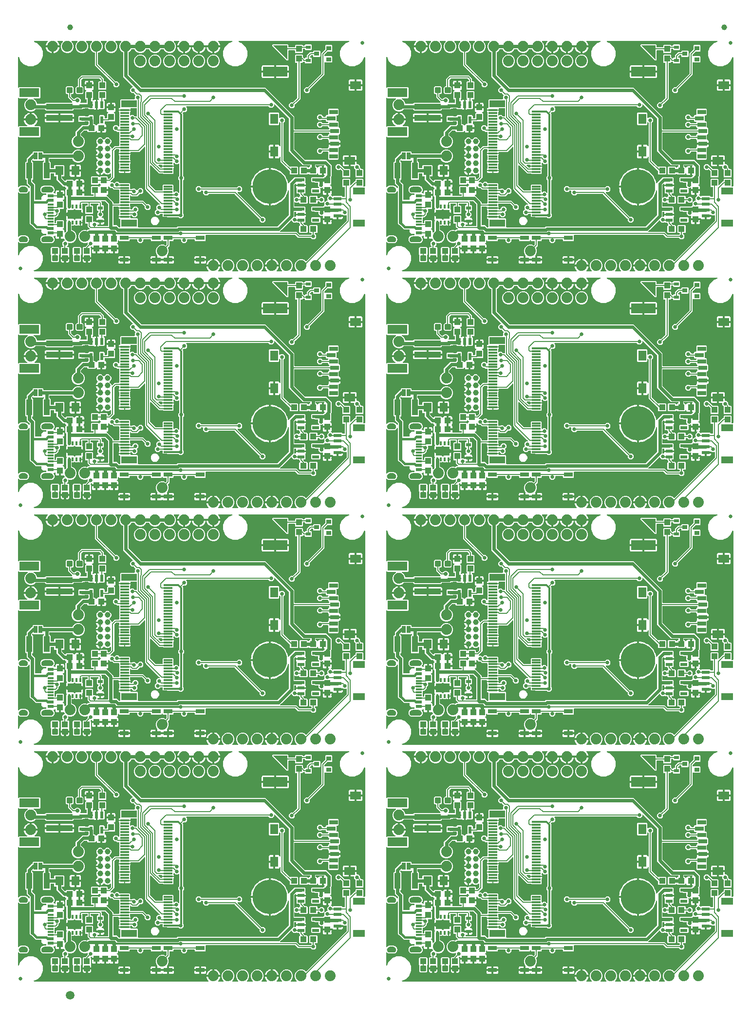
<source format=gtl>
G04 EAGLE Gerber RS-274X export*
G75*
%MOMM*%
%FSLAX34Y34*%
%LPD*%
%INTop Copper*%
%IPPOS*%
%AMOC8*
5,1,8,0,0,1.08239X$1,22.5*%
G01*
%ADD10R,1.000000X0.300000*%
%ADD11R,1.000000X0.600000*%
%ADD12C,0.755600*%
%ADD13R,1.000000X1.100000*%
%ADD14R,0.300000X0.650000*%
%ADD15R,2.350000X1.600000*%
%ADD16R,1.100000X1.000000*%
%ADD17C,0.635000*%
%ADD18R,4.200000X1.700000*%
%ADD19R,1.000000X1.000000*%
%ADD20R,0.830000X0.630000*%
%ADD21R,2.000000X1.200000*%
%ADD22R,1.350000X0.600000*%
%ADD23R,1.524000X0.762000*%
%ADD24R,0.635000X1.270000*%
%ADD25R,1.000000X2.800000*%
%ADD26R,1.400000X1.600000*%
%ADD27C,1.879600*%
%ADD28C,1.000000*%
%ADD29R,1.400000X1.800000*%
%ADD30R,1.900000X1.400000*%
%ADD31R,1.500000X0.800000*%
%ADD32C,6.000000*%
%ADD33R,0.550000X1.200000*%
%ADD34C,0.300000*%
%ADD35R,4.600000X1.000000*%
%ADD36R,3.400000X1.600000*%
%ADD37R,1.550000X0.300000*%
%ADD38R,2.750000X1.200000*%
%ADD39R,0.900000X0.800000*%
%ADD40R,1.200000X0.550000*%
%ADD41C,1.500000*%
%ADD42C,0.177800*%
%ADD43C,0.660400*%
%ADD44C,0.558800*%
%ADD45C,0.304800*%
%ADD46C,0.304800*%
%ADD47C,0.406400*%
%ADD48C,0.736600*%

G36*
X333574Y3056D02*
X333574Y3056D01*
X333626Y3055D01*
X333705Y3076D01*
X333786Y3089D01*
X333832Y3111D01*
X333882Y3125D01*
X333951Y3168D01*
X334025Y3204D01*
X334063Y3240D01*
X334106Y3267D01*
X334159Y3330D01*
X334219Y3386D01*
X334245Y3431D01*
X334278Y3470D01*
X334311Y3545D01*
X334351Y3616D01*
X334363Y3667D01*
X334383Y3714D01*
X334391Y3796D01*
X334409Y3876D01*
X334405Y3927D01*
X334410Y3979D01*
X334394Y4059D01*
X334387Y4141D01*
X334368Y4189D01*
X334358Y4239D01*
X334330Y4283D01*
X334288Y4388D01*
X334175Y4527D01*
X334151Y4565D01*
X333794Y4922D01*
X332689Y6443D01*
X331836Y8117D01*
X331255Y9904D01*
X331094Y10923D01*
X342011Y10923D01*
X342112Y10938D01*
X342215Y10946D01*
X342243Y10958D01*
X342274Y10963D01*
X342366Y11007D01*
X342461Y11045D01*
X342485Y11065D01*
X342513Y11078D01*
X342588Y11148D01*
X342668Y11213D01*
X342685Y11239D01*
X342707Y11260D01*
X342758Y11349D01*
X342815Y11434D01*
X342820Y11458D01*
X342839Y11490D01*
X342897Y11750D01*
X342894Y11788D01*
X342899Y11811D01*
X342899Y12701D01*
X342901Y12701D01*
X342901Y11811D01*
X342916Y11709D01*
X342925Y11607D01*
X342936Y11579D01*
X342941Y11548D01*
X342985Y11456D01*
X343024Y11360D01*
X343043Y11337D01*
X343056Y11309D01*
X343126Y11234D01*
X343191Y11154D01*
X343217Y11137D01*
X343238Y11115D01*
X343327Y11064D01*
X343412Y11007D01*
X343436Y11001D01*
X343469Y10983D01*
X343728Y10925D01*
X343766Y10928D01*
X343789Y10923D01*
X354706Y10923D01*
X354545Y9904D01*
X353964Y8117D01*
X353111Y6443D01*
X352006Y4922D01*
X351649Y4565D01*
X351618Y4524D01*
X351581Y4488D01*
X351540Y4417D01*
X351491Y4351D01*
X351474Y4302D01*
X351449Y4258D01*
X351431Y4178D01*
X351404Y4100D01*
X351402Y4048D01*
X351391Y3998D01*
X351398Y3916D01*
X351395Y3834D01*
X351408Y3785D01*
X351413Y3733D01*
X351443Y3657D01*
X351465Y3578D01*
X351492Y3534D01*
X351512Y3486D01*
X351563Y3423D01*
X351607Y3354D01*
X351647Y3320D01*
X351679Y3280D01*
X351747Y3235D01*
X351810Y3182D01*
X351857Y3161D01*
X351900Y3133D01*
X351951Y3121D01*
X352054Y3077D01*
X352233Y3059D01*
X352277Y3049D01*
X360001Y3049D01*
X360052Y3056D01*
X360103Y3055D01*
X360182Y3076D01*
X360263Y3089D01*
X360310Y3111D01*
X360360Y3125D01*
X360429Y3169D01*
X360503Y3204D01*
X360540Y3239D01*
X360584Y3267D01*
X360637Y3330D01*
X360697Y3386D01*
X360723Y3430D01*
X360756Y3470D01*
X360788Y3545D01*
X360829Y3616D01*
X360840Y3667D01*
X360860Y3714D01*
X360869Y3796D01*
X360887Y3876D01*
X360883Y3927D01*
X360888Y3979D01*
X360872Y4059D01*
X360865Y4141D01*
X360846Y4189D01*
X360836Y4239D01*
X360808Y4283D01*
X360766Y4388D01*
X360653Y4527D01*
X360629Y4565D01*
X358825Y6369D01*
X357123Y10477D01*
X357123Y14923D01*
X358825Y19031D01*
X361969Y22175D01*
X366077Y23877D01*
X370523Y23877D01*
X374631Y22175D01*
X377775Y19031D01*
X379477Y14923D01*
X379477Y10477D01*
X377775Y6369D01*
X375971Y4565D01*
X375941Y4524D01*
X375903Y4488D01*
X375862Y4417D01*
X375814Y4351D01*
X375797Y4302D01*
X375771Y4258D01*
X375753Y4178D01*
X375726Y4100D01*
X375724Y4048D01*
X375713Y3998D01*
X375720Y3916D01*
X375717Y3834D01*
X375731Y3785D01*
X375735Y3733D01*
X375765Y3657D01*
X375787Y3578D01*
X375815Y3534D01*
X375834Y3486D01*
X375886Y3423D01*
X375930Y3354D01*
X375969Y3320D01*
X376001Y3280D01*
X376070Y3235D01*
X376132Y3182D01*
X376180Y3161D01*
X376223Y3133D01*
X376273Y3121D01*
X376377Y3077D01*
X376555Y3059D01*
X376599Y3049D01*
X385401Y3049D01*
X385452Y3056D01*
X385503Y3055D01*
X385582Y3076D01*
X385663Y3089D01*
X385710Y3111D01*
X385760Y3125D01*
X385829Y3169D01*
X385903Y3204D01*
X385940Y3239D01*
X385984Y3267D01*
X386037Y3330D01*
X386097Y3386D01*
X386123Y3430D01*
X386156Y3470D01*
X386188Y3545D01*
X386229Y3616D01*
X386240Y3667D01*
X386260Y3714D01*
X386269Y3796D01*
X386287Y3876D01*
X386283Y3927D01*
X386288Y3979D01*
X386272Y4059D01*
X386265Y4141D01*
X386246Y4189D01*
X386236Y4239D01*
X386208Y4283D01*
X386166Y4388D01*
X386053Y4527D01*
X386029Y4565D01*
X384225Y6369D01*
X382523Y10477D01*
X382523Y14923D01*
X384225Y19031D01*
X387369Y22175D01*
X391477Y23877D01*
X395923Y23877D01*
X400031Y22175D01*
X403175Y19031D01*
X404877Y14923D01*
X404877Y10477D01*
X403175Y6369D01*
X401371Y4565D01*
X401341Y4524D01*
X401303Y4488D01*
X401262Y4417D01*
X401214Y4351D01*
X401197Y4302D01*
X401171Y4258D01*
X401153Y4178D01*
X401126Y4100D01*
X401124Y4048D01*
X401113Y3998D01*
X401120Y3916D01*
X401117Y3834D01*
X401131Y3785D01*
X401135Y3733D01*
X401165Y3657D01*
X401187Y3578D01*
X401215Y3534D01*
X401234Y3486D01*
X401286Y3423D01*
X401330Y3354D01*
X401369Y3320D01*
X401401Y3280D01*
X401470Y3235D01*
X401532Y3182D01*
X401580Y3161D01*
X401623Y3133D01*
X401673Y3121D01*
X401777Y3077D01*
X401955Y3059D01*
X401999Y3049D01*
X410801Y3049D01*
X410852Y3056D01*
X410903Y3055D01*
X410982Y3076D01*
X411063Y3089D01*
X411110Y3111D01*
X411160Y3125D01*
X411229Y3169D01*
X411303Y3204D01*
X411340Y3239D01*
X411384Y3267D01*
X411437Y3330D01*
X411497Y3386D01*
X411523Y3430D01*
X411556Y3470D01*
X411588Y3545D01*
X411629Y3616D01*
X411640Y3667D01*
X411660Y3714D01*
X411669Y3796D01*
X411687Y3876D01*
X411683Y3927D01*
X411688Y3979D01*
X411672Y4059D01*
X411665Y4141D01*
X411646Y4189D01*
X411636Y4239D01*
X411608Y4283D01*
X411566Y4388D01*
X411453Y4527D01*
X411429Y4565D01*
X409625Y6369D01*
X407923Y10477D01*
X407923Y14923D01*
X409625Y19031D01*
X412769Y22175D01*
X416877Y23877D01*
X421323Y23877D01*
X425431Y22175D01*
X428575Y19031D01*
X430277Y14923D01*
X430277Y10477D01*
X428575Y6369D01*
X426771Y4565D01*
X426741Y4524D01*
X426703Y4488D01*
X426662Y4417D01*
X426614Y4351D01*
X426597Y4302D01*
X426571Y4258D01*
X426553Y4178D01*
X426526Y4100D01*
X426524Y4048D01*
X426513Y3998D01*
X426520Y3916D01*
X426517Y3834D01*
X426531Y3785D01*
X426535Y3733D01*
X426565Y3657D01*
X426587Y3578D01*
X426615Y3534D01*
X426634Y3486D01*
X426686Y3423D01*
X426730Y3354D01*
X426769Y3320D01*
X426801Y3280D01*
X426870Y3235D01*
X426932Y3182D01*
X426980Y3161D01*
X427023Y3133D01*
X427073Y3121D01*
X427177Y3077D01*
X427355Y3059D01*
X427399Y3049D01*
X435123Y3049D01*
X435174Y3056D01*
X435226Y3055D01*
X435305Y3076D01*
X435386Y3089D01*
X435432Y3111D01*
X435482Y3125D01*
X435551Y3168D01*
X435625Y3204D01*
X435663Y3240D01*
X435706Y3267D01*
X435759Y3330D01*
X435819Y3386D01*
X435845Y3431D01*
X435878Y3470D01*
X435911Y3545D01*
X435951Y3616D01*
X435963Y3667D01*
X435983Y3714D01*
X435991Y3796D01*
X436009Y3876D01*
X436005Y3927D01*
X436010Y3979D01*
X435994Y4059D01*
X435987Y4141D01*
X435968Y4189D01*
X435958Y4239D01*
X435930Y4283D01*
X435888Y4388D01*
X435775Y4527D01*
X435751Y4565D01*
X435394Y4922D01*
X434289Y6443D01*
X433436Y8117D01*
X432855Y9904D01*
X432694Y10923D01*
X443611Y10923D01*
X443712Y10938D01*
X443815Y10946D01*
X443843Y10958D01*
X443874Y10963D01*
X443966Y11007D01*
X444061Y11045D01*
X444085Y11065D01*
X444113Y11078D01*
X444188Y11148D01*
X444268Y11213D01*
X444285Y11239D01*
X444307Y11260D01*
X444358Y11349D01*
X444415Y11434D01*
X444420Y11458D01*
X444439Y11490D01*
X444497Y11750D01*
X444494Y11788D01*
X444499Y11811D01*
X444499Y12701D01*
X444501Y12701D01*
X444501Y11811D01*
X444516Y11709D01*
X444525Y11607D01*
X444536Y11579D01*
X444541Y11548D01*
X444585Y11456D01*
X444624Y11360D01*
X444643Y11337D01*
X444656Y11309D01*
X444726Y11234D01*
X444791Y11154D01*
X444817Y11137D01*
X444838Y11115D01*
X444927Y11064D01*
X445012Y11007D01*
X445036Y11001D01*
X445069Y10983D01*
X445328Y10925D01*
X445366Y10928D01*
X445389Y10923D01*
X456306Y10923D01*
X456145Y9904D01*
X455564Y8117D01*
X454711Y6443D01*
X453606Y4922D01*
X453249Y4565D01*
X453218Y4524D01*
X453181Y4488D01*
X453140Y4417D01*
X453091Y4351D01*
X453074Y4302D01*
X453049Y4258D01*
X453031Y4178D01*
X453004Y4100D01*
X453002Y4048D01*
X452991Y3998D01*
X452998Y3916D01*
X452995Y3834D01*
X453008Y3785D01*
X453013Y3733D01*
X453043Y3657D01*
X453065Y3578D01*
X453092Y3534D01*
X453112Y3486D01*
X453163Y3423D01*
X453207Y3354D01*
X453247Y3320D01*
X453279Y3280D01*
X453347Y3235D01*
X453410Y3182D01*
X453457Y3161D01*
X453500Y3133D01*
X453551Y3121D01*
X453654Y3077D01*
X453833Y3059D01*
X453877Y3049D01*
X461601Y3049D01*
X461652Y3056D01*
X461703Y3055D01*
X461782Y3076D01*
X461863Y3089D01*
X461910Y3111D01*
X461960Y3125D01*
X462029Y3169D01*
X462103Y3204D01*
X462140Y3239D01*
X462184Y3267D01*
X462237Y3330D01*
X462297Y3386D01*
X462323Y3430D01*
X462356Y3470D01*
X462388Y3545D01*
X462429Y3616D01*
X462440Y3667D01*
X462460Y3714D01*
X462469Y3796D01*
X462487Y3876D01*
X462483Y3927D01*
X462488Y3979D01*
X462472Y4059D01*
X462465Y4141D01*
X462446Y4189D01*
X462436Y4239D01*
X462408Y4283D01*
X462366Y4388D01*
X462253Y4527D01*
X462229Y4565D01*
X460425Y6369D01*
X458723Y10477D01*
X458723Y14923D01*
X460425Y19031D01*
X463569Y22175D01*
X467677Y23877D01*
X472123Y23877D01*
X476231Y22175D01*
X479375Y19031D01*
X481077Y14923D01*
X481077Y10477D01*
X479375Y6369D01*
X477571Y4565D01*
X477541Y4524D01*
X477503Y4488D01*
X477462Y4417D01*
X477414Y4351D01*
X477397Y4302D01*
X477371Y4258D01*
X477353Y4178D01*
X477326Y4100D01*
X477324Y4048D01*
X477313Y3998D01*
X477320Y3916D01*
X477317Y3834D01*
X477331Y3785D01*
X477335Y3733D01*
X477365Y3657D01*
X477387Y3578D01*
X477415Y3534D01*
X477434Y3486D01*
X477486Y3423D01*
X477530Y3354D01*
X477569Y3320D01*
X477601Y3280D01*
X477670Y3235D01*
X477732Y3182D01*
X477780Y3161D01*
X477823Y3133D01*
X477873Y3121D01*
X477977Y3077D01*
X478155Y3059D01*
X478199Y3049D01*
X487001Y3049D01*
X487052Y3056D01*
X487103Y3055D01*
X487182Y3076D01*
X487263Y3089D01*
X487310Y3111D01*
X487360Y3125D01*
X487429Y3169D01*
X487503Y3204D01*
X487540Y3239D01*
X487584Y3267D01*
X487637Y3330D01*
X487697Y3386D01*
X487723Y3430D01*
X487756Y3470D01*
X487788Y3545D01*
X487829Y3616D01*
X487840Y3667D01*
X487860Y3714D01*
X487869Y3796D01*
X487887Y3876D01*
X487883Y3927D01*
X487888Y3979D01*
X487872Y4059D01*
X487865Y4141D01*
X487846Y4189D01*
X487836Y4239D01*
X487808Y4283D01*
X487766Y4388D01*
X487653Y4527D01*
X487629Y4565D01*
X485825Y6369D01*
X484123Y10477D01*
X484123Y14923D01*
X485825Y19031D01*
X488969Y22175D01*
X493077Y23877D01*
X497523Y23877D01*
X501631Y22175D01*
X503229Y20578D01*
X503311Y20517D01*
X503390Y20450D01*
X503418Y20438D01*
X503443Y20420D01*
X503540Y20386D01*
X503634Y20346D01*
X503665Y20343D01*
X503694Y20333D01*
X503796Y20329D01*
X503898Y20318D01*
X503929Y20324D01*
X503959Y20323D01*
X504058Y20350D01*
X504159Y20370D01*
X504179Y20383D01*
X504216Y20393D01*
X504440Y20536D01*
X504465Y20565D01*
X504485Y20578D01*
X574541Y90634D01*
X574554Y90651D01*
X574570Y90664D01*
X574632Y90758D01*
X574699Y90848D01*
X574706Y90868D01*
X574717Y90885D01*
X574727Y90930D01*
X574786Y91099D01*
X574790Y91212D01*
X574801Y91262D01*
X574801Y99441D01*
X574786Y99543D01*
X574778Y99645D01*
X574766Y99673D01*
X574761Y99704D01*
X574717Y99796D01*
X574679Y99892D01*
X574659Y99915D01*
X574646Y99943D01*
X574576Y100018D01*
X574511Y100098D01*
X574485Y100115D01*
X574464Y100137D01*
X574375Y100188D01*
X574290Y100245D01*
X574266Y100251D01*
X574234Y100269D01*
X573974Y100327D01*
X573936Y100324D01*
X573913Y100329D01*
X569395Y100329D01*
X569186Y100539D01*
X569169Y100552D01*
X569155Y100568D01*
X569062Y100630D01*
X568972Y100697D01*
X568952Y100704D01*
X568934Y100715D01*
X568890Y100725D01*
X568721Y100784D01*
X568608Y100788D01*
X568558Y100799D01*
X559411Y100799D01*
X559310Y100784D01*
X559207Y100776D01*
X559179Y100764D01*
X559148Y100759D01*
X559056Y100715D01*
X558961Y100677D01*
X558937Y100657D01*
X558909Y100644D01*
X558834Y100574D01*
X558754Y100509D01*
X558737Y100483D01*
X558715Y100462D01*
X558664Y100373D01*
X558607Y100288D01*
X558602Y100264D01*
X558583Y100232D01*
X558525Y99972D01*
X558528Y99941D01*
X558525Y99929D01*
X558526Y99923D01*
X558523Y99911D01*
X558523Y99577D01*
X558189Y99577D01*
X558087Y99562D01*
X557985Y99553D01*
X557957Y99542D01*
X557926Y99537D01*
X557834Y99493D01*
X557738Y99454D01*
X557715Y99435D01*
X557687Y99422D01*
X557612Y99351D01*
X557532Y99287D01*
X557515Y99261D01*
X557493Y99240D01*
X557442Y99151D01*
X557385Y99066D01*
X557379Y99042D01*
X557361Y99009D01*
X557303Y98750D01*
X557306Y98712D01*
X557301Y98689D01*
X557301Y93759D01*
X551715Y93759D01*
X551069Y93932D01*
X550490Y94267D01*
X550077Y94680D01*
X550036Y94710D01*
X550000Y94748D01*
X549929Y94789D01*
X549863Y94838D01*
X549814Y94854D01*
X549770Y94880D01*
X549690Y94898D01*
X549612Y94925D01*
X549560Y94927D01*
X549510Y94938D01*
X549428Y94931D01*
X549346Y94934D01*
X549297Y94920D01*
X549245Y94916D01*
X549169Y94886D01*
X549138Y94877D01*
X541909Y94877D01*
X541808Y94862D01*
X541705Y94853D01*
X541677Y94842D01*
X541646Y94837D01*
X541554Y94793D01*
X541459Y94754D01*
X541435Y94735D01*
X541407Y94722D01*
X541332Y94652D01*
X541252Y94587D01*
X541235Y94561D01*
X541213Y94540D01*
X541162Y94451D01*
X541105Y94366D01*
X541100Y94342D01*
X541081Y94309D01*
X541023Y94050D01*
X541026Y94012D01*
X541021Y93989D01*
X541021Y93099D01*
X541019Y93099D01*
X541019Y93989D01*
X541004Y94090D01*
X540995Y94193D01*
X540984Y94221D01*
X540979Y94252D01*
X540935Y94344D01*
X540896Y94439D01*
X540877Y94463D01*
X540864Y94491D01*
X540794Y94566D01*
X540729Y94646D01*
X540703Y94663D01*
X540682Y94685D01*
X540593Y94736D01*
X540508Y94793D01*
X540484Y94798D01*
X540451Y94817D01*
X540192Y94875D01*
X540154Y94872D01*
X540131Y94877D01*
X533479Y94877D01*
X533479Y98781D01*
X533464Y98883D01*
X533456Y98985D01*
X533444Y99013D01*
X533439Y99044D01*
X533395Y99136D01*
X533357Y99232D01*
X533337Y99255D01*
X533324Y99283D01*
X533254Y99358D01*
X533189Y99438D01*
X533163Y99455D01*
X533142Y99477D01*
X533053Y99528D01*
X532968Y99585D01*
X532944Y99591D01*
X532912Y99609D01*
X532652Y99667D01*
X532614Y99664D01*
X532591Y99669D01*
X528755Y99669D01*
X525779Y102645D01*
X525779Y105639D01*
X525764Y105741D01*
X525756Y105843D01*
X525744Y105871D01*
X525739Y105902D01*
X525695Y105994D01*
X525657Y106090D01*
X525637Y106113D01*
X525624Y106141D01*
X525554Y106216D01*
X525489Y106296D01*
X525463Y106313D01*
X525442Y106335D01*
X525353Y106386D01*
X525268Y106443D01*
X525244Y106449D01*
X525212Y106467D01*
X524952Y106525D01*
X524914Y106522D01*
X524891Y106527D01*
X518941Y106527D01*
X518858Y106556D01*
X518745Y106560D01*
X518695Y106571D01*
X514264Y106571D01*
X513222Y107613D01*
X513222Y114587D01*
X514264Y115629D01*
X518695Y115629D01*
X518716Y115632D01*
X518737Y115630D01*
X518847Y115652D01*
X518958Y115669D01*
X518967Y115673D01*
X533353Y115673D01*
X533455Y115688D01*
X533557Y115696D01*
X533585Y115708D01*
X533616Y115713D01*
X533708Y115757D01*
X533804Y115795D01*
X533827Y115815D01*
X533855Y115828D01*
X533930Y115898D01*
X534010Y115963D01*
X534027Y115989D01*
X534049Y116010D01*
X534100Y116099D01*
X534157Y116184D01*
X534163Y116208D01*
X534181Y116240D01*
X534192Y116287D01*
X535332Y117427D01*
X535406Y117463D01*
X535502Y117501D01*
X535525Y117521D01*
X535553Y117534D01*
X535628Y117604D01*
X535708Y117669D01*
X535725Y117695D01*
X535747Y117716D01*
X535798Y117805D01*
X535855Y117890D01*
X535861Y117914D01*
X535879Y117946D01*
X535937Y118206D01*
X535934Y118244D01*
X535939Y118267D01*
X535939Y122750D01*
X535932Y122801D01*
X535933Y122852D01*
X535912Y122931D01*
X535899Y123012D01*
X535877Y123059D01*
X535863Y123109D01*
X535819Y123178D01*
X535784Y123252D01*
X535749Y123289D01*
X535721Y123333D01*
X535658Y123386D01*
X535602Y123446D01*
X535558Y123472D01*
X535518Y123505D01*
X535443Y123537D01*
X535372Y123578D01*
X535321Y123589D01*
X535274Y123609D01*
X535192Y123618D01*
X535112Y123636D01*
X535061Y123632D01*
X535009Y123637D01*
X534929Y123621D01*
X534847Y123614D01*
X534799Y123595D01*
X534749Y123585D01*
X534705Y123557D01*
X534600Y123515D01*
X534461Y123402D01*
X534423Y123378D01*
X532965Y121919D01*
X528755Y121919D01*
X526603Y124072D01*
X526586Y124085D01*
X526572Y124101D01*
X526479Y124163D01*
X526389Y124230D01*
X526369Y124237D01*
X526351Y124248D01*
X526307Y124258D01*
X526138Y124317D01*
X526025Y124321D01*
X525975Y124332D01*
X524667Y124332D01*
X524565Y124317D01*
X524463Y124309D01*
X524435Y124297D01*
X524404Y124292D01*
X524312Y124248D01*
X524216Y124210D01*
X524193Y124190D01*
X524165Y124177D01*
X524090Y124107D01*
X524010Y124042D01*
X523993Y124016D01*
X523971Y123995D01*
X523920Y123906D01*
X523863Y123821D01*
X523857Y123797D01*
X523839Y123765D01*
X523781Y123505D01*
X523784Y123467D01*
X523779Y123444D01*
X523779Y121263D01*
X522737Y120221D01*
X510263Y120221D01*
X509221Y121263D01*
X509221Y132737D01*
X510263Y133779D01*
X522737Y133779D01*
X523779Y132737D01*
X523779Y130556D01*
X523794Y130454D01*
X523802Y130352D01*
X523814Y130324D01*
X523819Y130293D01*
X523863Y130201D01*
X523901Y130105D01*
X523921Y130082D01*
X523934Y130054D01*
X524004Y129979D01*
X524069Y129899D01*
X524095Y129882D01*
X524116Y129860D01*
X524205Y129809D01*
X524290Y129752D01*
X524314Y129746D01*
X524346Y129728D01*
X524606Y129670D01*
X524644Y129673D01*
X524667Y129668D01*
X525975Y129668D01*
X525995Y129671D01*
X526016Y129669D01*
X526127Y129691D01*
X526237Y129708D01*
X526256Y129717D01*
X526277Y129721D01*
X526315Y129745D01*
X526477Y129823D01*
X526559Y129900D01*
X526603Y129928D01*
X528755Y132081D01*
X532965Y132081D01*
X535941Y129105D01*
X535941Y124930D01*
X535948Y124879D01*
X535947Y124828D01*
X535968Y124749D01*
X535981Y124668D01*
X536003Y124621D01*
X536017Y124571D01*
X536061Y124502D01*
X536096Y124428D01*
X536131Y124391D01*
X536159Y124347D01*
X536222Y124294D01*
X536278Y124234D01*
X536322Y124208D01*
X536362Y124175D01*
X536437Y124143D01*
X536508Y124102D01*
X536559Y124091D01*
X536606Y124071D01*
X536688Y124062D01*
X536768Y124044D01*
X536819Y124048D01*
X536871Y124043D01*
X536951Y124059D01*
X537033Y124066D01*
X537081Y124085D01*
X537131Y124095D01*
X537175Y124123D01*
X537280Y124165D01*
X537419Y124278D01*
X537457Y124302D01*
X538915Y125761D01*
X540550Y125761D01*
X540601Y125768D01*
X540652Y125767D01*
X540731Y125788D01*
X540812Y125801D01*
X540859Y125823D01*
X540909Y125837D01*
X540978Y125880D01*
X541052Y125916D01*
X541090Y125952D01*
X541133Y125979D01*
X541186Y126042D01*
X541246Y126098D01*
X541272Y126143D01*
X541305Y126182D01*
X541337Y126257D01*
X541378Y126328D01*
X541389Y126379D01*
X541409Y126426D01*
X541418Y126508D01*
X541436Y126588D01*
X541432Y126639D01*
X541437Y126691D01*
X541421Y126771D01*
X541414Y126853D01*
X541395Y126901D01*
X541385Y126951D01*
X541357Y126995D01*
X541315Y127100D01*
X541202Y127239D01*
X541178Y127277D01*
X541019Y127436D01*
X541019Y131645D01*
X543718Y134343D01*
X543748Y134384D01*
X543786Y134420D01*
X543827Y134491D01*
X543875Y134557D01*
X543892Y134606D01*
X543918Y134650D01*
X543936Y134730D01*
X543963Y134808D01*
X543965Y134860D01*
X543976Y134910D01*
X543969Y134992D01*
X543972Y135074D01*
X543958Y135123D01*
X543954Y135175D01*
X543924Y135251D01*
X543902Y135330D01*
X543874Y135374D01*
X543855Y135422D01*
X543803Y135485D01*
X543759Y135554D01*
X543720Y135588D01*
X543688Y135628D01*
X543619Y135673D01*
X543557Y135726D01*
X543509Y135747D01*
X543466Y135775D01*
X543416Y135787D01*
X543312Y135831D01*
X543134Y135849D01*
X543090Y135859D01*
X542797Y135859D01*
X542797Y142123D01*
X548561Y142123D01*
X548561Y138065D01*
X548388Y137419D01*
X548053Y136840D01*
X547580Y136367D01*
X547426Y136278D01*
X547400Y136257D01*
X547368Y136242D01*
X547296Y136174D01*
X547219Y136112D01*
X547199Y136084D01*
X547174Y136060D01*
X547125Y135974D01*
X547069Y135893D01*
X547059Y135860D01*
X547042Y135830D01*
X547021Y135733D01*
X546992Y135638D01*
X546992Y135604D01*
X546984Y135570D01*
X546992Y135471D01*
X546993Y135372D01*
X547003Y135340D01*
X547006Y135305D01*
X547043Y135213D01*
X547073Y135119D01*
X547092Y135091D01*
X547105Y135058D01*
X547168Y134981D01*
X547224Y134900D01*
X547251Y134879D01*
X547273Y134852D01*
X547355Y134797D01*
X547433Y134736D01*
X547465Y134724D01*
X547494Y134705D01*
X547545Y134693D01*
X547681Y134641D01*
X547819Y134632D01*
X547871Y134621D01*
X548205Y134621D01*
X549402Y133423D01*
X549485Y133362D01*
X549563Y133296D01*
X549591Y133284D01*
X549616Y133266D01*
X549713Y133232D01*
X549807Y133192D01*
X549838Y133189D01*
X549867Y133178D01*
X549969Y133175D01*
X550072Y133164D01*
X550102Y133170D01*
X550132Y133169D01*
X550231Y133196D01*
X550332Y133216D01*
X550352Y133229D01*
X550389Y133239D01*
X550613Y133382D01*
X550638Y133411D01*
X550658Y133423D01*
X551313Y134079D01*
X566287Y134079D01*
X567329Y133037D01*
X567329Y132856D01*
X567344Y132754D01*
X567352Y132652D01*
X567364Y132624D01*
X567369Y132593D01*
X567413Y132501D01*
X567451Y132405D01*
X567471Y132382D01*
X567484Y132354D01*
X567554Y132279D01*
X567619Y132199D01*
X567645Y132182D01*
X567666Y132160D01*
X567755Y132109D01*
X567840Y132052D01*
X567864Y132046D01*
X567896Y132028D01*
X568156Y131970D01*
X568194Y131973D01*
X568217Y131968D01*
X570484Y131968D01*
X570586Y131983D01*
X570688Y131991D01*
X570716Y132003D01*
X570747Y132008D01*
X570839Y132052D01*
X570935Y132090D01*
X570958Y132110D01*
X570986Y132123D01*
X571061Y132193D01*
X571141Y132258D01*
X571158Y132284D01*
X571180Y132305D01*
X571231Y132394D01*
X571288Y132479D01*
X571294Y132503D01*
X571312Y132535D01*
X571370Y132795D01*
X571367Y132833D01*
X571372Y132856D01*
X571372Y148433D01*
X571357Y148535D01*
X571349Y148637D01*
X571337Y148665D01*
X571332Y148696D01*
X571288Y148788D01*
X571250Y148884D01*
X571230Y148907D01*
X571217Y148935D01*
X571147Y149010D01*
X571082Y149090D01*
X571056Y149107D01*
X571035Y149129D01*
X570946Y149180D01*
X570861Y149237D01*
X570837Y149243D01*
X570805Y149261D01*
X570545Y149319D01*
X570507Y149316D01*
X570484Y149321D01*
X568303Y149321D01*
X567261Y150363D01*
X567261Y162837D01*
X568303Y163879D01*
X579777Y163879D01*
X580819Y162837D01*
X580819Y153666D01*
X580826Y153615D01*
X580825Y153563D01*
X580846Y153484D01*
X580859Y153403D01*
X580881Y153357D01*
X580895Y153307D01*
X580939Y153238D01*
X580974Y153164D01*
X581009Y153126D01*
X581037Y153082D01*
X581100Y153029D01*
X581156Y152969D01*
X581200Y152944D01*
X581240Y152910D01*
X581315Y152878D01*
X581386Y152838D01*
X581437Y152826D01*
X581484Y152806D01*
X581566Y152798D01*
X581646Y152780D01*
X581697Y152784D01*
X581749Y152779D01*
X581829Y152795D01*
X581911Y152801D01*
X581959Y152821D01*
X582009Y152831D01*
X582053Y152858D01*
X582158Y152900D01*
X582297Y153013D01*
X582335Y153038D01*
X586742Y157445D01*
X588565Y159268D01*
X589233Y159268D01*
X589335Y159283D01*
X589437Y159291D01*
X589465Y159303D01*
X589496Y159308D01*
X589588Y159352D01*
X589684Y159390D01*
X589707Y159410D01*
X589735Y159423D01*
X589810Y159493D01*
X589890Y159558D01*
X589907Y159584D01*
X589929Y159605D01*
X589980Y159694D01*
X590037Y159779D01*
X590043Y159803D01*
X590061Y159835D01*
X590119Y160095D01*
X590116Y160133D01*
X590121Y160156D01*
X590121Y162837D01*
X591163Y163879D01*
X602637Y163879D01*
X603679Y162837D01*
X603679Y150967D01*
X603694Y150865D01*
X603702Y150763D01*
X603714Y150735D01*
X603719Y150704D01*
X603763Y150612D01*
X603801Y150516D01*
X603821Y150493D01*
X603834Y150465D01*
X603904Y150390D01*
X603969Y150310D01*
X603995Y150293D01*
X604016Y150271D01*
X604105Y150220D01*
X604190Y150163D01*
X604214Y150157D01*
X604246Y150139D01*
X604506Y150081D01*
X604544Y150084D01*
X604567Y150079D01*
X605663Y150079D01*
X605765Y150094D01*
X605867Y150102D01*
X605895Y150114D01*
X605926Y150119D01*
X606018Y150163D01*
X606114Y150201D01*
X606137Y150221D01*
X606165Y150234D01*
X606240Y150304D01*
X606320Y150369D01*
X606337Y150395D01*
X606359Y150416D01*
X606410Y150505D01*
X606467Y150590D01*
X606473Y150614D01*
X606491Y150646D01*
X606549Y150906D01*
X606546Y150944D01*
X606551Y150967D01*
X606551Y374740D01*
X606537Y374831D01*
X606532Y374923D01*
X606518Y374962D01*
X606511Y375003D01*
X606471Y375086D01*
X606439Y375172D01*
X606414Y375205D01*
X606396Y375242D01*
X606333Y375309D01*
X606276Y375382D01*
X606242Y375406D01*
X606214Y375436D01*
X606134Y375482D01*
X606059Y375535D01*
X606019Y375548D01*
X605984Y375568D01*
X605894Y375588D01*
X605806Y375616D01*
X605764Y375617D01*
X605724Y375626D01*
X605632Y375618D01*
X605540Y375619D01*
X605500Y375608D01*
X605459Y375604D01*
X605373Y375570D01*
X605285Y375543D01*
X605251Y375521D01*
X605212Y375505D01*
X605141Y375447D01*
X605064Y375396D01*
X605046Y375370D01*
X605006Y375338D01*
X604859Y375117D01*
X604854Y375096D01*
X604842Y375080D01*
X602288Y368914D01*
X596286Y362912D01*
X588444Y359663D01*
X579956Y359663D01*
X572114Y362912D01*
X566112Y368914D01*
X562863Y376756D01*
X562863Y385244D01*
X566112Y393086D01*
X572114Y399088D01*
X578280Y401642D01*
X578359Y401690D01*
X578442Y401730D01*
X578472Y401758D01*
X578507Y401780D01*
X578569Y401849D01*
X578636Y401912D01*
X578657Y401948D01*
X578684Y401978D01*
X578722Y402062D01*
X578768Y402142D01*
X578777Y402183D01*
X578794Y402220D01*
X578806Y402312D01*
X578826Y402402D01*
X578823Y402443D01*
X578828Y402484D01*
X578812Y402575D01*
X578804Y402667D01*
X578789Y402705D01*
X578782Y402746D01*
X578740Y402828D01*
X578705Y402914D01*
X578679Y402946D01*
X578660Y402982D01*
X578596Y403048D01*
X578538Y403120D01*
X578503Y403143D01*
X578475Y403172D01*
X578393Y403216D01*
X578317Y403267D01*
X578286Y403274D01*
X578241Y403299D01*
X577980Y403350D01*
X577960Y403347D01*
X577940Y403351D01*
X387260Y403351D01*
X387169Y403337D01*
X387077Y403332D01*
X387038Y403318D01*
X386997Y403311D01*
X386914Y403271D01*
X386828Y403239D01*
X386795Y403214D01*
X386758Y403196D01*
X386691Y403133D01*
X386618Y403076D01*
X386594Y403042D01*
X386564Y403014D01*
X386518Y402934D01*
X386465Y402859D01*
X386452Y402819D01*
X386432Y402784D01*
X386412Y402694D01*
X386384Y402606D01*
X386383Y402564D01*
X386374Y402524D01*
X386382Y402432D01*
X386381Y402340D01*
X386392Y402300D01*
X386396Y402259D01*
X386430Y402173D01*
X386457Y402085D01*
X386479Y402051D01*
X386495Y402012D01*
X386553Y401941D01*
X386604Y401864D01*
X386630Y401846D01*
X386662Y401806D01*
X386883Y401659D01*
X386904Y401654D01*
X386920Y401642D01*
X393086Y399088D01*
X399088Y393086D01*
X402337Y385244D01*
X402337Y376756D01*
X399088Y368914D01*
X393086Y362912D01*
X385244Y359663D01*
X376756Y359663D01*
X368914Y362912D01*
X362912Y368914D01*
X359663Y376756D01*
X359663Y385244D01*
X362912Y393086D01*
X368914Y399088D01*
X375080Y401642D01*
X375159Y401690D01*
X375242Y401730D01*
X375272Y401758D01*
X375307Y401780D01*
X375369Y401849D01*
X375436Y401912D01*
X375457Y401948D01*
X375484Y401978D01*
X375522Y402062D01*
X375568Y402142D01*
X375577Y402183D01*
X375594Y402220D01*
X375606Y402312D01*
X375626Y402402D01*
X375623Y402443D01*
X375628Y402484D01*
X375612Y402575D01*
X375604Y402667D01*
X375589Y402705D01*
X375582Y402746D01*
X375540Y402828D01*
X375505Y402914D01*
X375479Y402946D01*
X375460Y402982D01*
X375396Y403048D01*
X375338Y403120D01*
X375303Y403143D01*
X375275Y403172D01*
X375193Y403216D01*
X375117Y403267D01*
X375086Y403274D01*
X375041Y403299D01*
X374780Y403350D01*
X374760Y403347D01*
X374740Y403351D01*
X352277Y403351D01*
X352226Y403344D01*
X352174Y403345D01*
X352095Y403324D01*
X352014Y403311D01*
X351968Y403289D01*
X351918Y403275D01*
X351849Y403232D01*
X351775Y403196D01*
X351737Y403160D01*
X351694Y403133D01*
X351641Y403070D01*
X351581Y403014D01*
X351555Y402969D01*
X351522Y402930D01*
X351489Y402855D01*
X351449Y402784D01*
X351437Y402733D01*
X351417Y402686D01*
X351409Y402604D01*
X351391Y402524D01*
X351395Y402473D01*
X351390Y402421D01*
X351406Y402341D01*
X351413Y402259D01*
X351432Y402211D01*
X351442Y402161D01*
X351470Y402117D01*
X351512Y402012D01*
X351625Y401873D01*
X351649Y401835D01*
X352006Y401478D01*
X353111Y399957D01*
X353964Y398283D01*
X354545Y396496D01*
X354706Y395477D01*
X343789Y395477D01*
X343688Y395462D01*
X343585Y395453D01*
X343557Y395442D01*
X343526Y395437D01*
X343434Y395393D01*
X343339Y395354D01*
X343315Y395335D01*
X343287Y395322D01*
X343212Y395252D01*
X343132Y395187D01*
X343115Y395161D01*
X343093Y395140D01*
X343042Y395051D01*
X342985Y394966D01*
X342980Y394942D01*
X342961Y394910D01*
X342903Y394650D01*
X342906Y394612D01*
X342901Y394589D01*
X342901Y393699D01*
X342899Y393699D01*
X342899Y394589D01*
X342884Y394690D01*
X342875Y394793D01*
X342864Y394821D01*
X342859Y394852D01*
X342815Y394944D01*
X342776Y395039D01*
X342757Y395063D01*
X342744Y395091D01*
X342674Y395166D01*
X342609Y395246D01*
X342583Y395263D01*
X342562Y395285D01*
X342473Y395336D01*
X342388Y395393D01*
X342364Y395399D01*
X342331Y395417D01*
X342072Y395475D01*
X342034Y395472D01*
X342011Y395477D01*
X318389Y395477D01*
X318288Y395462D01*
X318185Y395453D01*
X318157Y395442D01*
X318126Y395437D01*
X318034Y395393D01*
X317939Y395354D01*
X317915Y395335D01*
X317887Y395322D01*
X317812Y395252D01*
X317732Y395187D01*
X317715Y395161D01*
X317693Y395140D01*
X317642Y395051D01*
X317585Y394966D01*
X317580Y394942D01*
X317561Y394910D01*
X317503Y394650D01*
X317506Y394612D01*
X317501Y394589D01*
X317501Y393699D01*
X317499Y393699D01*
X317499Y394589D01*
X317484Y394690D01*
X317475Y394793D01*
X317464Y394821D01*
X317459Y394852D01*
X317415Y394944D01*
X317376Y395039D01*
X317357Y395063D01*
X317344Y395091D01*
X317274Y395166D01*
X317209Y395246D01*
X317183Y395263D01*
X317162Y395285D01*
X317073Y395336D01*
X316988Y395393D01*
X316964Y395399D01*
X316931Y395417D01*
X316672Y395475D01*
X316634Y395472D01*
X316611Y395477D01*
X292989Y395477D01*
X292888Y395462D01*
X292785Y395453D01*
X292757Y395442D01*
X292726Y395437D01*
X292634Y395393D01*
X292539Y395354D01*
X292515Y395335D01*
X292487Y395322D01*
X292412Y395252D01*
X292332Y395187D01*
X292315Y395161D01*
X292293Y395140D01*
X292242Y395051D01*
X292185Y394966D01*
X292180Y394942D01*
X292161Y394910D01*
X292103Y394650D01*
X292106Y394612D01*
X292101Y394589D01*
X292101Y393699D01*
X292099Y393699D01*
X292099Y394589D01*
X292084Y394690D01*
X292075Y394793D01*
X292064Y394821D01*
X292059Y394852D01*
X292015Y394944D01*
X291976Y395039D01*
X291957Y395063D01*
X291944Y395091D01*
X291874Y395166D01*
X291809Y395246D01*
X291783Y395263D01*
X291762Y395285D01*
X291673Y395336D01*
X291588Y395393D01*
X291564Y395399D01*
X291531Y395417D01*
X291272Y395475D01*
X291234Y395472D01*
X291211Y395477D01*
X280294Y395477D01*
X280455Y396496D01*
X281036Y398283D01*
X281889Y399957D01*
X282994Y401478D01*
X283351Y401835D01*
X283382Y401876D01*
X283419Y401912D01*
X283460Y401983D01*
X283509Y402049D01*
X283526Y402098D01*
X283551Y402142D01*
X283569Y402222D01*
X283596Y402300D01*
X283598Y402352D01*
X283609Y402402D01*
X283602Y402484D01*
X283605Y402566D01*
X283592Y402615D01*
X283587Y402667D01*
X283557Y402743D01*
X283535Y402822D01*
X283508Y402866D01*
X283488Y402914D01*
X283437Y402977D01*
X283393Y403046D01*
X283353Y403080D01*
X283321Y403120D01*
X283253Y403165D01*
X283190Y403218D01*
X283143Y403239D01*
X283100Y403267D01*
X283049Y403279D01*
X282946Y403323D01*
X282767Y403341D01*
X282723Y403351D01*
X274999Y403351D01*
X274948Y403344D01*
X274897Y403345D01*
X274818Y403324D01*
X274737Y403311D01*
X274690Y403289D01*
X274640Y403275D01*
X274571Y403231D01*
X274497Y403196D01*
X274460Y403161D01*
X274416Y403133D01*
X274363Y403070D01*
X274303Y403014D01*
X274277Y402970D01*
X274244Y402930D01*
X274212Y402855D01*
X274171Y402784D01*
X274160Y402733D01*
X274140Y402686D01*
X274131Y402604D01*
X274113Y402524D01*
X274117Y402473D01*
X274112Y402421D01*
X274128Y402341D01*
X274135Y402259D01*
X274154Y402211D01*
X274164Y402161D01*
X274192Y402117D01*
X274234Y402012D01*
X274347Y401873D01*
X274371Y401835D01*
X276175Y400031D01*
X277877Y395923D01*
X277877Y391477D01*
X276175Y387369D01*
X273031Y384225D01*
X268923Y382523D01*
X264477Y382523D01*
X260369Y384225D01*
X257225Y387369D01*
X256724Y388579D01*
X256692Y388632D01*
X256669Y388690D01*
X256623Y388745D01*
X256586Y388807D01*
X256540Y388848D01*
X256501Y388896D01*
X256441Y388936D01*
X256388Y388983D01*
X256331Y389009D01*
X256280Y389043D01*
X256233Y389054D01*
X256146Y389093D01*
X255934Y389120D01*
X255903Y389127D01*
X252097Y389127D01*
X252036Y389118D01*
X251974Y389119D01*
X251905Y389098D01*
X251834Y389087D01*
X251778Y389061D01*
X251719Y389043D01*
X251659Y389003D01*
X251595Y388972D01*
X251550Y388929D01*
X251498Y388895D01*
X251470Y388856D01*
X251401Y388790D01*
X251294Y388604D01*
X251276Y388579D01*
X250775Y387369D01*
X247631Y384225D01*
X243523Y382523D01*
X239077Y382523D01*
X234969Y384225D01*
X231825Y387369D01*
X231324Y388579D01*
X231292Y388632D01*
X231269Y388690D01*
X231223Y388745D01*
X231186Y388807D01*
X231140Y388848D01*
X231101Y388896D01*
X231041Y388936D01*
X230988Y388983D01*
X230931Y389009D01*
X230880Y389043D01*
X230833Y389054D01*
X230746Y389093D01*
X230534Y389120D01*
X230503Y389127D01*
X226697Y389127D01*
X226636Y389118D01*
X226574Y389119D01*
X226505Y389098D01*
X226434Y389087D01*
X226378Y389061D01*
X226319Y389043D01*
X226259Y389003D01*
X226195Y388972D01*
X226150Y388929D01*
X226098Y388895D01*
X226070Y388856D01*
X226001Y388790D01*
X225894Y388604D01*
X225876Y388579D01*
X225375Y387369D01*
X222231Y384225D01*
X218123Y382523D01*
X213677Y382523D01*
X209569Y384225D01*
X206425Y387369D01*
X205924Y388579D01*
X205892Y388632D01*
X205869Y388690D01*
X205823Y388745D01*
X205786Y388807D01*
X205740Y388848D01*
X205701Y388896D01*
X205641Y388936D01*
X205588Y388983D01*
X205531Y389009D01*
X205480Y389043D01*
X205433Y389054D01*
X205346Y389093D01*
X205134Y389120D01*
X205103Y389127D01*
X201297Y389127D01*
X201236Y389118D01*
X201174Y389119D01*
X201105Y389098D01*
X201034Y389087D01*
X200978Y389061D01*
X200919Y389043D01*
X200859Y389003D01*
X200795Y388972D01*
X200750Y388929D01*
X200698Y388895D01*
X200670Y388856D01*
X200601Y388790D01*
X200494Y388604D01*
X200476Y388579D01*
X199975Y387369D01*
X196831Y384225D01*
X195621Y383724D01*
X195568Y383692D01*
X195510Y383669D01*
X195455Y383623D01*
X195393Y383586D01*
X195352Y383540D01*
X195304Y383501D01*
X195264Y383441D01*
X195217Y383388D01*
X195191Y383331D01*
X195157Y383280D01*
X195146Y383233D01*
X195107Y383146D01*
X195080Y382934D01*
X195073Y382903D01*
X195073Y345162D01*
X195076Y345141D01*
X195074Y345120D01*
X195096Y345010D01*
X195113Y344899D01*
X195122Y344880D01*
X195126Y344860D01*
X195150Y344821D01*
X195228Y344660D01*
X195305Y344577D01*
X195333Y344534D01*
X217534Y322333D01*
X217551Y322320D01*
X217564Y322304D01*
X217658Y322242D01*
X217748Y322175D01*
X217768Y322168D01*
X217785Y322157D01*
X217830Y322147D01*
X217999Y322088D01*
X218112Y322084D01*
X218162Y322073D01*
X433694Y322073D01*
X483363Y272404D01*
X483363Y250456D01*
X483378Y250354D01*
X483386Y250252D01*
X483398Y250224D01*
X483403Y250193D01*
X483447Y250101D01*
X483485Y250005D01*
X483505Y249982D01*
X483518Y249954D01*
X483588Y249879D01*
X483653Y249799D01*
X483679Y249782D01*
X483700Y249760D01*
X483789Y249709D01*
X483874Y249652D01*
X483898Y249646D01*
X483930Y249628D01*
X484190Y249570D01*
X484228Y249573D01*
X484251Y249568D01*
X543333Y249568D01*
X543435Y249583D01*
X543537Y249591D01*
X543565Y249603D01*
X543596Y249608D01*
X543688Y249652D01*
X543784Y249690D01*
X543807Y249710D01*
X543835Y249723D01*
X543910Y249793D01*
X543990Y249858D01*
X544007Y249884D01*
X544029Y249905D01*
X544080Y249994D01*
X544137Y250079D01*
X544143Y250103D01*
X544161Y250135D01*
X544219Y250395D01*
X544216Y250433D01*
X544221Y250456D01*
X544221Y251233D01*
X544206Y251335D01*
X544198Y251437D01*
X544186Y251465D01*
X544181Y251496D01*
X544137Y251588D01*
X544099Y251684D01*
X544079Y251707D01*
X544066Y251735D01*
X543996Y251810D01*
X543931Y251890D01*
X543905Y251907D01*
X543884Y251929D01*
X543795Y251980D01*
X543710Y252037D01*
X543686Y252043D01*
X543654Y252061D01*
X543394Y252119D01*
X543356Y252116D01*
X543333Y252121D01*
X543263Y252121D01*
X542221Y253163D01*
X542221Y254344D01*
X542206Y254446D01*
X542198Y254548D01*
X542186Y254576D01*
X542181Y254607D01*
X542137Y254699D01*
X542099Y254795D01*
X542079Y254818D01*
X542066Y254846D01*
X541996Y254921D01*
X541931Y255001D01*
X541905Y255018D01*
X541884Y255040D01*
X541795Y255091D01*
X541710Y255148D01*
X541686Y255154D01*
X541654Y255172D01*
X541394Y255230D01*
X541356Y255227D01*
X541333Y255232D01*
X533295Y255232D01*
X533275Y255229D01*
X533254Y255231D01*
X533143Y255209D01*
X533033Y255192D01*
X533014Y255183D01*
X532993Y255179D01*
X532955Y255155D01*
X532793Y255077D01*
X532711Y255000D01*
X532667Y254972D01*
X530425Y252729D01*
X526215Y252729D01*
X523239Y255705D01*
X523239Y259915D01*
X526215Y262891D01*
X530425Y262891D01*
X532487Y260828D01*
X532504Y260815D01*
X532518Y260799D01*
X532611Y260737D01*
X532701Y260670D01*
X532721Y260663D01*
X532739Y260652D01*
X532783Y260642D01*
X532952Y260583D01*
X533065Y260579D01*
X533115Y260568D01*
X541333Y260568D01*
X541435Y260583D01*
X541537Y260591D01*
X541565Y260603D01*
X541596Y260608D01*
X541688Y260652D01*
X541784Y260690D01*
X541807Y260710D01*
X541835Y260723D01*
X541910Y260793D01*
X541990Y260858D01*
X542007Y260884D01*
X542029Y260905D01*
X542080Y260994D01*
X542137Y261079D01*
X542143Y261103D01*
X542161Y261135D01*
X542219Y261395D01*
X542216Y261433D01*
X542221Y261456D01*
X542221Y262233D01*
X542206Y262335D01*
X542198Y262437D01*
X542186Y262465D01*
X542181Y262496D01*
X542137Y262588D01*
X542099Y262684D01*
X542079Y262707D01*
X542066Y262735D01*
X541996Y262810D01*
X541931Y262890D01*
X541905Y262907D01*
X541884Y262929D01*
X541795Y262980D01*
X541710Y263037D01*
X541686Y263043D01*
X541654Y263061D01*
X541394Y263119D01*
X541356Y263116D01*
X541333Y263121D01*
X539263Y263121D01*
X538221Y264163D01*
X538221Y265344D01*
X538206Y265446D01*
X538198Y265548D01*
X538186Y265576D01*
X538181Y265607D01*
X538137Y265699D01*
X538099Y265795D01*
X538079Y265818D01*
X538066Y265846D01*
X537996Y265921D01*
X537931Y266001D01*
X537905Y266018D01*
X537884Y266040D01*
X537795Y266091D01*
X537710Y266148D01*
X537686Y266154D01*
X537654Y266172D01*
X537394Y266230D01*
X537356Y266227D01*
X537333Y266232D01*
X531595Y266232D01*
X531575Y266229D01*
X531554Y266231D01*
X531443Y266209D01*
X531333Y266192D01*
X531314Y266183D01*
X531293Y266179D01*
X531255Y266155D01*
X531093Y266077D01*
X531011Y266000D01*
X530967Y265972D01*
X530425Y265429D01*
X526215Y265429D01*
X523239Y268405D01*
X523239Y272615D01*
X526215Y275591D01*
X530425Y275591D01*
X533401Y272615D01*
X533401Y272456D01*
X533416Y272354D01*
X533424Y272252D01*
X533436Y272224D01*
X533441Y272193D01*
X533485Y272101D01*
X533523Y272005D01*
X533543Y271982D01*
X533556Y271954D01*
X533626Y271879D01*
X533691Y271799D01*
X533717Y271782D01*
X533738Y271760D01*
X533827Y271709D01*
X533912Y271652D01*
X533936Y271646D01*
X533968Y271628D01*
X534228Y271570D01*
X534266Y271573D01*
X534289Y271568D01*
X537333Y271568D01*
X537435Y271583D01*
X537537Y271591D01*
X537565Y271603D01*
X537596Y271608D01*
X537688Y271652D01*
X537784Y271690D01*
X537807Y271710D01*
X537835Y271723D01*
X537910Y271793D01*
X537990Y271858D01*
X538007Y271884D01*
X538029Y271905D01*
X538080Y271994D01*
X538137Y272079D01*
X538143Y272103D01*
X538161Y272135D01*
X538219Y272395D01*
X538216Y272433D01*
X538221Y272456D01*
X538221Y273637D01*
X539263Y274679D01*
X541333Y274679D01*
X541435Y274694D01*
X541537Y274702D01*
X541565Y274714D01*
X541596Y274719D01*
X541688Y274763D01*
X541784Y274801D01*
X541807Y274821D01*
X541835Y274834D01*
X541910Y274904D01*
X541990Y274969D01*
X542007Y274995D01*
X542029Y275016D01*
X542080Y275105D01*
X542137Y275190D01*
X542143Y275214D01*
X542161Y275246D01*
X542219Y275506D01*
X542216Y275544D01*
X542221Y275567D01*
X542221Y284637D01*
X543263Y285679D01*
X559737Y285679D01*
X560779Y284637D01*
X560779Y275163D01*
X559737Y274121D01*
X557667Y274121D01*
X557565Y274106D01*
X557463Y274098D01*
X557435Y274086D01*
X557404Y274081D01*
X557312Y274037D01*
X557216Y273999D01*
X557193Y273979D01*
X557165Y273966D01*
X557090Y273896D01*
X557010Y273831D01*
X556993Y273805D01*
X556971Y273784D01*
X556920Y273695D01*
X556863Y273610D01*
X556857Y273586D01*
X556839Y273554D01*
X556781Y273294D01*
X556784Y273256D01*
X556779Y273233D01*
X556779Y264567D01*
X556794Y264465D01*
X556802Y264363D01*
X556814Y264335D01*
X556819Y264304D01*
X556863Y264212D01*
X556901Y264116D01*
X556921Y264093D01*
X556934Y264065D01*
X557004Y263990D01*
X557069Y263910D01*
X557095Y263893D01*
X557116Y263871D01*
X557205Y263820D01*
X557290Y263763D01*
X557314Y263757D01*
X557346Y263739D01*
X557606Y263681D01*
X557644Y263684D01*
X557667Y263679D01*
X559737Y263679D01*
X560779Y262637D01*
X560779Y253567D01*
X560794Y253465D01*
X560802Y253363D01*
X560814Y253335D01*
X560819Y253304D01*
X560863Y253212D01*
X560901Y253116D01*
X560921Y253093D01*
X560934Y253065D01*
X561004Y252990D01*
X561069Y252910D01*
X561095Y252893D01*
X561116Y252871D01*
X561205Y252820D01*
X561290Y252763D01*
X561314Y252757D01*
X561346Y252739D01*
X561606Y252681D01*
X561644Y252684D01*
X561667Y252679D01*
X561737Y252679D01*
X562779Y251637D01*
X562779Y242163D01*
X561737Y241121D01*
X561667Y241121D01*
X561565Y241106D01*
X561463Y241098D01*
X561435Y241086D01*
X561404Y241081D01*
X561312Y241037D01*
X561216Y240999D01*
X561193Y240979D01*
X561165Y240966D01*
X561090Y240896D01*
X561010Y240831D01*
X560993Y240805D01*
X560971Y240784D01*
X560920Y240695D01*
X560863Y240610D01*
X560857Y240586D01*
X560839Y240554D01*
X560781Y240294D01*
X560782Y240278D01*
X560781Y240273D01*
X560783Y240251D01*
X560779Y240233D01*
X560779Y232271D01*
X560797Y232153D01*
X560811Y232034D01*
X560816Y232022D01*
X560819Y232008D01*
X560870Y231901D01*
X560919Y231791D01*
X560928Y231781D01*
X560934Y231769D01*
X561016Y231682D01*
X561095Y231592D01*
X561104Y231587D01*
X561116Y231575D01*
X561346Y231443D01*
X561406Y231430D01*
X561437Y231413D01*
X561981Y231268D01*
X562560Y230933D01*
X563033Y230460D01*
X563368Y229881D01*
X563541Y229235D01*
X563541Y226677D01*
X554389Y226677D01*
X554288Y226662D01*
X554185Y226653D01*
X554157Y226642D01*
X554126Y226637D01*
X554034Y226593D01*
X553939Y226554D01*
X553915Y226535D01*
X553887Y226522D01*
X553812Y226452D01*
X553732Y226387D01*
X553715Y226361D01*
X553693Y226340D01*
X553642Y226251D01*
X553585Y226166D01*
X553580Y226142D01*
X553561Y226109D01*
X553503Y225850D01*
X553506Y225812D01*
X553501Y225789D01*
X553501Y224011D01*
X553516Y223910D01*
X553525Y223807D01*
X553536Y223779D01*
X553541Y223748D01*
X553585Y223656D01*
X553624Y223561D01*
X553643Y223537D01*
X553656Y223509D01*
X553726Y223434D01*
X553791Y223354D01*
X553817Y223337D01*
X553838Y223315D01*
X553927Y223264D01*
X554012Y223207D01*
X554036Y223201D01*
X554069Y223183D01*
X554328Y223125D01*
X554366Y223128D01*
X554389Y223123D01*
X563541Y223123D01*
X563541Y220565D01*
X563368Y219919D01*
X563033Y219340D01*
X562560Y218867D01*
X561981Y218532D01*
X561437Y218387D01*
X561327Y218339D01*
X561216Y218294D01*
X561206Y218286D01*
X561194Y218280D01*
X561103Y218202D01*
X561010Y218127D01*
X561003Y218115D01*
X560992Y218107D01*
X560929Y218005D01*
X560863Y217906D01*
X560860Y217895D01*
X560852Y217881D01*
X560784Y217624D01*
X560786Y217563D01*
X560779Y217529D01*
X560779Y209163D01*
X560644Y209028D01*
X560583Y208946D01*
X560516Y208867D01*
X560504Y208839D01*
X560486Y208814D01*
X560452Y208717D01*
X560412Y208623D01*
X560409Y208592D01*
X560399Y208563D01*
X560395Y208461D01*
X560384Y208358D01*
X560390Y208328D01*
X560389Y208297D01*
X560416Y208199D01*
X560436Y208098D01*
X560449Y208077D01*
X560459Y208041D01*
X560602Y207817D01*
X560631Y207792D01*
X560644Y207772D01*
X560779Y207637D01*
X560779Y198163D01*
X559737Y197121D01*
X543263Y197121D01*
X542221Y198163D01*
X542221Y207637D01*
X542356Y207772D01*
X542418Y207855D01*
X542484Y207933D01*
X542496Y207961D01*
X542514Y207986D01*
X542548Y208083D01*
X542588Y208177D01*
X542591Y208208D01*
X542601Y208237D01*
X542605Y208340D01*
X542616Y208442D01*
X542610Y208472D01*
X542611Y208503D01*
X542584Y208602D01*
X542564Y208702D01*
X542551Y208722D01*
X542541Y208759D01*
X542398Y208983D01*
X542369Y209008D01*
X542356Y209028D01*
X542221Y209163D01*
X542221Y210344D01*
X542206Y210446D01*
X542198Y210548D01*
X542186Y210576D01*
X542181Y210607D01*
X542137Y210699D01*
X542099Y210795D01*
X542079Y210818D01*
X542066Y210846D01*
X541996Y210921D01*
X541931Y211001D01*
X541905Y211018D01*
X541884Y211040D01*
X541795Y211091D01*
X541710Y211148D01*
X541686Y211154D01*
X541654Y211172D01*
X541394Y211230D01*
X541356Y211227D01*
X541333Y211232D01*
X534289Y211232D01*
X534187Y211217D01*
X534085Y211209D01*
X534057Y211197D01*
X534026Y211192D01*
X533934Y211148D01*
X533838Y211110D01*
X533815Y211090D01*
X533787Y211077D01*
X533712Y211007D01*
X533632Y210942D01*
X533615Y210916D01*
X533593Y210895D01*
X533542Y210806D01*
X533485Y210721D01*
X533479Y210697D01*
X533461Y210665D01*
X533403Y210405D01*
X533406Y210367D01*
X533401Y210344D01*
X533401Y209985D01*
X530425Y207009D01*
X526215Y207009D01*
X523239Y209985D01*
X523239Y214195D01*
X526215Y217171D01*
X530425Y217171D01*
X530767Y216828D01*
X530784Y216815D01*
X530798Y216799D01*
X530891Y216737D01*
X530981Y216670D01*
X531001Y216663D01*
X531019Y216652D01*
X531063Y216642D01*
X531232Y216583D01*
X531345Y216579D01*
X531395Y216568D01*
X541333Y216568D01*
X541435Y216583D01*
X541537Y216591D01*
X541565Y216603D01*
X541596Y216608D01*
X541688Y216652D01*
X541784Y216690D01*
X541807Y216710D01*
X541835Y216723D01*
X541910Y216793D01*
X541990Y216858D01*
X542007Y216884D01*
X542029Y216905D01*
X542080Y216994D01*
X542137Y217079D01*
X542143Y217103D01*
X542161Y217135D01*
X542219Y217395D01*
X542216Y217433D01*
X542221Y217456D01*
X542221Y218637D01*
X543243Y219658D01*
X543245Y219661D01*
X543248Y219663D01*
X543323Y219767D01*
X543400Y219872D01*
X543402Y219876D01*
X543404Y219879D01*
X543445Y220000D01*
X543488Y220123D01*
X543488Y220127D01*
X543489Y220131D01*
X543488Y220145D01*
X543497Y220389D01*
X543474Y220471D01*
X543472Y220516D01*
X543459Y220566D01*
X543459Y223123D01*
X552611Y223123D01*
X552712Y223138D01*
X552815Y223147D01*
X552843Y223158D01*
X552874Y223163D01*
X552966Y223207D01*
X553061Y223246D01*
X553085Y223265D01*
X553113Y223278D01*
X553188Y223348D01*
X553268Y223413D01*
X553285Y223439D01*
X553307Y223460D01*
X553358Y223549D01*
X553415Y223634D01*
X553420Y223658D01*
X553439Y223690D01*
X553497Y223950D01*
X553494Y223988D01*
X553499Y224011D01*
X553499Y225789D01*
X553484Y225890D01*
X553475Y225993D01*
X553464Y226021D01*
X553459Y226052D01*
X553415Y226144D01*
X553376Y226239D01*
X553357Y226263D01*
X553344Y226291D01*
X553274Y226366D01*
X553209Y226446D01*
X553183Y226463D01*
X553162Y226485D01*
X553073Y226536D01*
X552988Y226593D01*
X552964Y226598D01*
X552931Y226617D01*
X552672Y226675D01*
X552634Y226672D01*
X552611Y226677D01*
X543459Y226677D01*
X543459Y229234D01*
X543472Y229284D01*
X543473Y229288D01*
X543474Y229291D01*
X543488Y229420D01*
X543502Y229548D01*
X543501Y229552D01*
X543502Y229555D01*
X543476Y229684D01*
X543452Y229809D01*
X543451Y229812D01*
X543450Y229816D01*
X543442Y229828D01*
X543327Y230044D01*
X543267Y230104D01*
X543243Y230142D01*
X542221Y231163D01*
X542221Y232344D01*
X542206Y232446D01*
X542198Y232548D01*
X542186Y232576D01*
X542181Y232607D01*
X542137Y232699D01*
X542099Y232795D01*
X542079Y232818D01*
X542066Y232846D01*
X541996Y232921D01*
X541931Y233001D01*
X541905Y233018D01*
X541884Y233040D01*
X541795Y233091D01*
X541710Y233148D01*
X541686Y233154D01*
X541654Y233172D01*
X541394Y233230D01*
X541356Y233227D01*
X541333Y233232D01*
X532885Y233232D01*
X532865Y233229D01*
X532844Y233231D01*
X532733Y233209D01*
X532623Y233192D01*
X532604Y233183D01*
X532583Y233179D01*
X532545Y233155D01*
X532383Y233077D01*
X532301Y233000D01*
X532257Y232972D01*
X530425Y231139D01*
X526215Y231139D01*
X523239Y234115D01*
X523239Y238325D01*
X526215Y241301D01*
X530425Y241301D01*
X532897Y238828D01*
X532914Y238815D01*
X532928Y238799D01*
X533021Y238737D01*
X533111Y238670D01*
X533131Y238663D01*
X533149Y238652D01*
X533193Y238642D01*
X533362Y238583D01*
X533475Y238579D01*
X533525Y238568D01*
X541333Y238568D01*
X541435Y238583D01*
X541537Y238591D01*
X541565Y238603D01*
X541596Y238608D01*
X541688Y238652D01*
X541784Y238690D01*
X541807Y238710D01*
X541835Y238723D01*
X541910Y238793D01*
X541990Y238858D01*
X542007Y238884D01*
X542029Y238905D01*
X542080Y238994D01*
X542137Y239079D01*
X542143Y239103D01*
X542161Y239135D01*
X542219Y239395D01*
X542216Y239433D01*
X542221Y239456D01*
X542221Y240637D01*
X543263Y241679D01*
X543333Y241679D01*
X543435Y241694D01*
X543537Y241702D01*
X543565Y241714D01*
X543596Y241719D01*
X543688Y241763D01*
X543784Y241801D01*
X543807Y241821D01*
X543835Y241834D01*
X543910Y241904D01*
X543990Y241969D01*
X544007Y241995D01*
X544029Y242016D01*
X544080Y242105D01*
X544137Y242190D01*
X544143Y242214D01*
X544161Y242246D01*
X544219Y242506D01*
X544216Y242544D01*
X544221Y242567D01*
X544221Y243344D01*
X544206Y243446D01*
X544198Y243548D01*
X544186Y243576D01*
X544181Y243607D01*
X544137Y243699D01*
X544099Y243795D01*
X544079Y243818D01*
X544066Y243846D01*
X543996Y243921D01*
X543931Y244001D01*
X543905Y244018D01*
X543884Y244040D01*
X543795Y244091D01*
X543710Y244148D01*
X543686Y244154D01*
X543654Y244172D01*
X543394Y244230D01*
X543356Y244227D01*
X543333Y244232D01*
X484251Y244232D01*
X484149Y244217D01*
X484047Y244209D01*
X484019Y244197D01*
X483988Y244192D01*
X483896Y244148D01*
X483800Y244110D01*
X483777Y244090D01*
X483749Y244077D01*
X483674Y244007D01*
X483594Y243942D01*
X483577Y243916D01*
X483555Y243895D01*
X483504Y243806D01*
X483447Y243721D01*
X483441Y243697D01*
X483423Y243665D01*
X483365Y243405D01*
X483368Y243367D01*
X483363Y243344D01*
X483363Y215622D01*
X483366Y215601D01*
X483364Y215580D01*
X483386Y215470D01*
X483403Y215359D01*
X483412Y215340D01*
X483416Y215320D01*
X483440Y215281D01*
X483518Y215120D01*
X483595Y215037D01*
X483623Y214994D01*
X502014Y196603D01*
X502031Y196590D01*
X502044Y196574D01*
X502138Y196512D01*
X502228Y196445D01*
X502248Y196438D01*
X502265Y196427D01*
X502310Y196417D01*
X502479Y196358D01*
X502592Y196354D01*
X502642Y196343D01*
X539104Y196343D01*
X548133Y187314D01*
X548133Y167896D01*
X548059Y167822D01*
X548046Y167805D01*
X548030Y167792D01*
X547968Y167698D01*
X547901Y167608D01*
X547894Y167588D01*
X547883Y167571D01*
X547873Y167526D01*
X547814Y167357D01*
X547810Y167244D01*
X547799Y167194D01*
X547799Y154663D01*
X546747Y153611D01*
X546681Y153599D01*
X546567Y153581D01*
X546551Y153574D01*
X546534Y153571D01*
X546432Y153516D01*
X546327Y153466D01*
X546315Y153454D01*
X546299Y153446D01*
X546218Y153364D01*
X546133Y153284D01*
X546124Y153269D01*
X546112Y153257D01*
X546058Y153154D01*
X546001Y153054D01*
X545997Y153037D01*
X545989Y153021D01*
X545969Y152907D01*
X545943Y152794D01*
X545945Y152777D01*
X545942Y152760D01*
X545956Y152644D01*
X545965Y152529D01*
X545971Y152513D01*
X545973Y152496D01*
X546021Y152390D01*
X546064Y152282D01*
X546075Y152269D01*
X546082Y152253D01*
X546159Y152166D01*
X546232Y152076D01*
X546246Y152067D01*
X546257Y152054D01*
X546294Y152034D01*
X546453Y151929D01*
X546530Y151912D01*
X546600Y151875D01*
X547001Y151768D01*
X547580Y151433D01*
X548053Y150960D01*
X548388Y150381D01*
X548561Y149735D01*
X548561Y145677D01*
X541909Y145677D01*
X541808Y145662D01*
X541705Y145653D01*
X541677Y145642D01*
X541646Y145637D01*
X541554Y145593D01*
X541459Y145554D01*
X541435Y145535D01*
X541407Y145522D01*
X541332Y145452D01*
X541252Y145387D01*
X541235Y145361D01*
X541213Y145340D01*
X541162Y145251D01*
X541105Y145166D01*
X541100Y145142D01*
X541081Y145109D01*
X541023Y144850D01*
X541026Y144812D01*
X541021Y144789D01*
X541021Y143899D01*
X541019Y143899D01*
X541019Y144789D01*
X541004Y144890D01*
X540995Y144993D01*
X540984Y145021D01*
X540979Y145052D01*
X540935Y145144D01*
X540896Y145239D01*
X540877Y145263D01*
X540864Y145291D01*
X540794Y145366D01*
X540729Y145446D01*
X540703Y145463D01*
X540682Y145485D01*
X540593Y145536D01*
X540508Y145593D01*
X540484Y145598D01*
X540451Y145617D01*
X540192Y145675D01*
X540154Y145672D01*
X540131Y145677D01*
X533479Y145677D01*
X533479Y147570D01*
X533472Y147621D01*
X533473Y147672D01*
X533452Y147751D01*
X533439Y147832D01*
X533417Y147879D01*
X533403Y147929D01*
X533359Y147998D01*
X533324Y148072D01*
X533288Y148110D01*
X533261Y148153D01*
X533198Y148206D01*
X533142Y148266D01*
X533097Y148292D01*
X533058Y148325D01*
X532983Y148357D01*
X532912Y148398D01*
X532861Y148409D01*
X532814Y148429D01*
X532732Y148438D01*
X532652Y148456D01*
X532601Y148452D01*
X532549Y148457D01*
X532469Y148441D01*
X532387Y148434D01*
X532339Y148415D01*
X532289Y148405D01*
X532245Y148377D01*
X532140Y148335D01*
X532001Y148222D01*
X531963Y148198D01*
X531695Y147929D01*
X529382Y147929D01*
X529331Y147922D01*
X529279Y147923D01*
X529200Y147902D01*
X529119Y147889D01*
X529072Y147867D01*
X529023Y147853D01*
X528953Y147809D01*
X528880Y147774D01*
X528842Y147738D01*
X528798Y147711D01*
X528745Y147648D01*
X528685Y147592D01*
X528660Y147548D01*
X528626Y147508D01*
X528594Y147433D01*
X528553Y147362D01*
X528542Y147311D01*
X528522Y147264D01*
X528513Y147182D01*
X528495Y147102D01*
X528500Y147051D01*
X528494Y146999D01*
X528510Y146919D01*
X528517Y146837D01*
X528536Y146789D01*
X528546Y146739D01*
X528574Y146695D01*
X528616Y146590D01*
X528729Y146451D01*
X528754Y146413D01*
X528780Y146387D01*
X528780Y139413D01*
X527738Y138371D01*
X514264Y138371D01*
X513222Y139413D01*
X513222Y146387D01*
X514264Y147429D01*
X525842Y147429D01*
X525893Y147436D01*
X525944Y147435D01*
X526023Y147456D01*
X526104Y147469D01*
X526151Y147491D01*
X526201Y147505D01*
X526270Y147549D01*
X526344Y147584D01*
X526381Y147619D01*
X526425Y147647D01*
X526478Y147710D01*
X526538Y147766D01*
X526564Y147810D01*
X526597Y147850D01*
X526629Y147925D01*
X526670Y147996D01*
X526681Y148047D01*
X526701Y148094D01*
X526710Y148176D01*
X526728Y148256D01*
X526724Y148307D01*
X526729Y148359D01*
X526713Y148439D01*
X526706Y148521D01*
X526687Y148569D01*
X526677Y148619D01*
X526649Y148663D01*
X526607Y148768D01*
X526494Y148907D01*
X526470Y148945D01*
X524509Y150905D01*
X524509Y155115D01*
X524757Y155362D01*
X524769Y155379D01*
X524786Y155392D01*
X524849Y155486D01*
X524915Y155576D01*
X524922Y155596D01*
X524933Y155614D01*
X524943Y155658D01*
X525002Y155827D01*
X525006Y155940D01*
X525017Y155990D01*
X525017Y156439D01*
X525002Y156541D01*
X524994Y156643D01*
X524982Y156671D01*
X524977Y156702D01*
X524933Y156794D01*
X524895Y156890D01*
X524875Y156913D01*
X524862Y156941D01*
X524792Y157016D01*
X524727Y157096D01*
X524701Y157113D01*
X524680Y157135D01*
X524591Y157186D01*
X524506Y157243D01*
X524482Y157249D01*
X524450Y157267D01*
X524190Y157325D01*
X524152Y157322D01*
X524129Y157327D01*
X518941Y157327D01*
X518858Y157356D01*
X518745Y157360D01*
X518695Y157371D01*
X514264Y157371D01*
X513222Y158413D01*
X513222Y165387D01*
X514264Y166429D01*
X518695Y166429D01*
X518716Y166432D01*
X518737Y166430D01*
X518847Y166452D01*
X518958Y166469D01*
X518967Y166473D01*
X533353Y166473D01*
X533455Y166488D01*
X533557Y166496D01*
X533585Y166508D01*
X533616Y166513D01*
X533708Y166557D01*
X533804Y166595D01*
X533827Y166615D01*
X533855Y166628D01*
X533930Y166698D01*
X534010Y166763D01*
X534027Y166789D01*
X534049Y166810D01*
X534100Y166898D01*
X534157Y166984D01*
X534163Y167008D01*
X534181Y167040D01*
X534192Y167087D01*
X535283Y168179D01*
X535559Y168179D01*
X535661Y168194D01*
X535763Y168202D01*
X535791Y168214D01*
X535822Y168219D01*
X535914Y168263D01*
X536010Y168301D01*
X536033Y168321D01*
X536061Y168334D01*
X536136Y168404D01*
X536216Y168469D01*
X536233Y168495D01*
X536255Y168516D01*
X536306Y168605D01*
X536363Y168690D01*
X536369Y168714D01*
X536387Y168746D01*
X536445Y169006D01*
X536442Y169044D01*
X536447Y169067D01*
X536447Y169371D01*
X536432Y169473D01*
X536424Y169575D01*
X536412Y169603D01*
X536407Y169634D01*
X536363Y169726D01*
X536325Y169822D01*
X536305Y169845D01*
X536292Y169873D01*
X536222Y169948D01*
X536157Y170028D01*
X536131Y170045D01*
X536110Y170067D01*
X536021Y170118D01*
X535936Y170175D01*
X535912Y170181D01*
X535880Y170199D01*
X535620Y170257D01*
X535582Y170254D01*
X535559Y170259D01*
X534787Y170259D01*
X534787Y176911D01*
X534772Y177012D01*
X534763Y177115D01*
X534752Y177143D01*
X534747Y177174D01*
X534703Y177266D01*
X534664Y177361D01*
X534645Y177385D01*
X534632Y177413D01*
X534562Y177488D01*
X534497Y177568D01*
X534471Y177585D01*
X534450Y177607D01*
X534361Y177658D01*
X534276Y177715D01*
X534252Y177720D01*
X534219Y177739D01*
X533960Y177797D01*
X533922Y177794D01*
X533899Y177799D01*
X532121Y177799D01*
X532020Y177784D01*
X531917Y177775D01*
X531889Y177764D01*
X531858Y177759D01*
X531766Y177715D01*
X531671Y177676D01*
X531647Y177657D01*
X531619Y177644D01*
X531544Y177574D01*
X531464Y177509D01*
X531447Y177483D01*
X531425Y177462D01*
X531374Y177373D01*
X531317Y177288D01*
X531311Y177264D01*
X531293Y177231D01*
X531235Y176972D01*
X531238Y176934D01*
X531233Y176911D01*
X531233Y170259D01*
X527175Y170259D01*
X526529Y170432D01*
X525950Y170767D01*
X525477Y171240D01*
X525142Y171819D01*
X525035Y172220D01*
X525028Y172236D01*
X525025Y172253D01*
X524975Y172358D01*
X524929Y172464D01*
X524917Y172477D01*
X524910Y172493D01*
X524830Y172578D01*
X524755Y172665D01*
X524740Y172674D01*
X524728Y172687D01*
X524628Y172744D01*
X524529Y172806D01*
X524513Y172810D01*
X524498Y172819D01*
X524384Y172844D01*
X524272Y172874D01*
X524255Y172873D01*
X524238Y172877D01*
X524123Y172867D01*
X524007Y172862D01*
X523990Y172856D01*
X523973Y172855D01*
X523866Y172812D01*
X523756Y172773D01*
X523743Y172763D01*
X523726Y172756D01*
X523636Y172683D01*
X523544Y172613D01*
X523534Y172599D01*
X523520Y172588D01*
X523456Y172492D01*
X523388Y172398D01*
X523382Y172382D01*
X523373Y172367D01*
X523364Y172326D01*
X523303Y172146D01*
X523305Y172080D01*
X522247Y171021D01*
X509773Y171021D01*
X508628Y172166D01*
X508545Y172227D01*
X508467Y172294D01*
X508439Y172306D01*
X508414Y172324D01*
X508317Y172358D01*
X508223Y172398D01*
X508192Y172401D01*
X508163Y172411D01*
X508061Y172415D01*
X507958Y172426D01*
X507928Y172420D01*
X507897Y172421D01*
X507798Y172394D01*
X507698Y172374D01*
X507678Y172361D01*
X507641Y172351D01*
X507417Y172208D01*
X507392Y172179D01*
X507372Y172166D01*
X506227Y171021D01*
X493753Y171021D01*
X492711Y172063D01*
X492711Y183537D01*
X493753Y184579D01*
X506227Y184579D01*
X507372Y183434D01*
X507455Y183373D01*
X507533Y183306D01*
X507561Y183294D01*
X507586Y183276D01*
X507683Y183242D01*
X507777Y183202D01*
X507808Y183199D01*
X507837Y183189D01*
X507940Y183185D01*
X508042Y183174D01*
X508072Y183180D01*
X508103Y183179D01*
X508202Y183206D01*
X508302Y183226D01*
X508323Y183239D01*
X508359Y183249D01*
X508583Y183392D01*
X508608Y183421D01*
X508628Y183434D01*
X509773Y184579D01*
X510549Y184579D01*
X510651Y184594D01*
X510753Y184602D01*
X510781Y184614D01*
X510812Y184619D01*
X510904Y184663D01*
X511000Y184701D01*
X511023Y184721D01*
X511051Y184734D01*
X511126Y184804D01*
X511206Y184869D01*
X511223Y184895D01*
X511245Y184916D01*
X511296Y185005D01*
X511353Y185090D01*
X511359Y185114D01*
X511377Y185146D01*
X511435Y185406D01*
X511432Y185444D01*
X511437Y185467D01*
X511437Y186309D01*
X511422Y186411D01*
X511414Y186513D01*
X511402Y186541D01*
X511397Y186572D01*
X511353Y186664D01*
X511315Y186760D01*
X511295Y186783D01*
X511282Y186811D01*
X511212Y186886D01*
X511147Y186966D01*
X511121Y186983D01*
X511100Y187005D01*
X511011Y187056D01*
X510926Y187113D01*
X510902Y187119D01*
X510870Y187137D01*
X510610Y187195D01*
X510572Y187192D01*
X510549Y187197D01*
X498486Y187197D01*
X495547Y190136D01*
X477156Y208527D01*
X474217Y211466D01*
X474217Y268248D01*
X474214Y268269D01*
X474216Y268290D01*
X474194Y268400D01*
X474177Y268511D01*
X474168Y268530D01*
X474164Y268550D01*
X474140Y268589D01*
X474062Y268750D01*
X473985Y268833D01*
X473957Y268876D01*
X449827Y293006D01*
X449786Y293037D01*
X449750Y293074D01*
X449679Y293115D01*
X449613Y293164D01*
X449564Y293181D01*
X449520Y293206D01*
X449440Y293224D01*
X449362Y293251D01*
X449310Y293253D01*
X449260Y293264D01*
X449178Y293258D01*
X449096Y293260D01*
X449047Y293247D01*
X448995Y293243D01*
X448919Y293212D01*
X448840Y293190D01*
X448796Y293163D01*
X448748Y293144D01*
X448685Y293092D01*
X448616Y293048D01*
X448582Y293009D01*
X448542Y292976D01*
X448497Y292908D01*
X448444Y292845D01*
X448423Y292798D01*
X448395Y292755D01*
X448383Y292704D01*
X448339Y292601D01*
X448321Y292422D01*
X448311Y292378D01*
X448311Y289995D01*
X445335Y287019D01*
X441125Y287019D01*
X438973Y289172D01*
X438956Y289185D01*
X438942Y289201D01*
X438849Y289263D01*
X438759Y289330D01*
X438739Y289337D01*
X438721Y289348D01*
X438677Y289358D01*
X438508Y289417D01*
X438395Y289421D01*
X438345Y289432D01*
X296477Y289432D01*
X296426Y289425D01*
X296375Y289426D01*
X296296Y289405D01*
X296215Y289392D01*
X296168Y289370D01*
X296118Y289356D01*
X296049Y289312D01*
X295975Y289277D01*
X295938Y289242D01*
X295894Y289214D01*
X295841Y289151D01*
X295781Y289095D01*
X295755Y289051D01*
X295722Y289011D01*
X295690Y288936D01*
X295649Y288865D01*
X295638Y288814D01*
X295618Y288767D01*
X295609Y288685D01*
X295591Y288605D01*
X295595Y288554D01*
X295590Y288502D01*
X295606Y288422D01*
X295613Y288340D01*
X295632Y288292D01*
X295642Y288242D01*
X295670Y288198D01*
X295712Y288093D01*
X295825Y287954D01*
X295849Y287916D01*
X297181Y286585D01*
X297181Y282375D01*
X294205Y279399D01*
X291160Y279399D01*
X291139Y279396D01*
X291118Y279398D01*
X291008Y279376D01*
X290897Y279359D01*
X290878Y279350D01*
X290858Y279346D01*
X290819Y279322D01*
X290658Y279244D01*
X290575Y279167D01*
X290532Y279139D01*
X289965Y278572D01*
X289904Y278490D01*
X289837Y278411D01*
X289825Y278383D01*
X289807Y278358D01*
X289773Y278261D01*
X289733Y278167D01*
X289730Y278136D01*
X289720Y278107D01*
X289716Y278004D01*
X289706Y277902D01*
X289712Y277872D01*
X289711Y277841D01*
X289738Y277742D01*
X289758Y277642D01*
X289771Y277621D01*
X289780Y277585D01*
X289923Y277361D01*
X289952Y277336D01*
X289965Y277316D01*
X290323Y276958D01*
X290323Y169350D01*
X290326Y169330D01*
X290324Y169309D01*
X290346Y169198D01*
X290363Y169088D01*
X290372Y169069D01*
X290376Y169048D01*
X290400Y169010D01*
X290478Y168848D01*
X290555Y168766D01*
X290583Y168722D01*
X292101Y167205D01*
X292101Y162995D01*
X290583Y161478D01*
X290570Y161461D01*
X290554Y161447D01*
X290492Y161354D01*
X290425Y161264D01*
X290418Y161244D01*
X290407Y161226D01*
X290397Y161182D01*
X290338Y161013D01*
X290334Y160900D01*
X290323Y160850D01*
X290323Y103691D01*
X290326Y103671D01*
X290324Y103650D01*
X290346Y103539D01*
X290363Y103429D01*
X290372Y103410D01*
X290376Y103389D01*
X290400Y103351D01*
X290478Y103189D01*
X290555Y103107D01*
X290583Y103063D01*
X291212Y102435D01*
X291212Y98225D01*
X288236Y95249D01*
X284026Y95249D01*
X282339Y96937D01*
X282322Y96950D01*
X282309Y96966D01*
X282215Y97028D01*
X282125Y97095D01*
X282105Y97102D01*
X282087Y97113D01*
X282043Y97123D01*
X281874Y97182D01*
X281761Y97186D01*
X281711Y97197D01*
X262479Y97197D01*
X262453Y97206D01*
X262340Y97210D01*
X262290Y97221D01*
X255563Y97221D01*
X254521Y98263D01*
X254521Y101854D01*
X254506Y101956D01*
X254498Y102058D01*
X254486Y102086D01*
X254481Y102117D01*
X254437Y102209D01*
X254399Y102305D01*
X254379Y102328D01*
X254366Y102356D01*
X254296Y102431D01*
X254231Y102511D01*
X254205Y102528D01*
X254184Y102550D01*
X254095Y102601D01*
X254010Y102658D01*
X253986Y102664D01*
X253954Y102682D01*
X253694Y102740D01*
X253656Y102737D01*
X253633Y102742D01*
X251265Y102742D01*
X251245Y102739D01*
X251224Y102741D01*
X251113Y102719D01*
X251003Y102702D01*
X250984Y102693D01*
X250963Y102689D01*
X250925Y102665D01*
X250763Y102587D01*
X250681Y102510D01*
X250637Y102482D01*
X248485Y100329D01*
X244275Y100329D01*
X241299Y103305D01*
X241299Y107515D01*
X244028Y110243D01*
X244089Y110326D01*
X244155Y110404D01*
X244167Y110432D01*
X244185Y110457D01*
X244219Y110554D01*
X244259Y110648D01*
X244263Y110679D01*
X244273Y110708D01*
X244276Y110810D01*
X244287Y110913D01*
X244281Y110943D01*
X244282Y110974D01*
X244255Y111073D01*
X244235Y111173D01*
X244222Y111193D01*
X244212Y111230D01*
X244069Y111454D01*
X244041Y111479D01*
X244028Y111499D01*
X243839Y111687D01*
X243839Y115897D01*
X246815Y118873D01*
X248590Y118873D01*
X248641Y118880D01*
X248693Y118879D01*
X248772Y118900D01*
X248853Y118913D01*
X248899Y118935D01*
X248949Y118949D01*
X249018Y118993D01*
X249092Y119028D01*
X249130Y119063D01*
X249174Y119091D01*
X249227Y119154D01*
X249287Y119210D01*
X249312Y119254D01*
X249346Y119294D01*
X249378Y119369D01*
X249418Y119440D01*
X249430Y119491D01*
X249450Y119538D01*
X249458Y119620D01*
X249476Y119700D01*
X249472Y119751D01*
X249477Y119803D01*
X249461Y119883D01*
X249455Y119965D01*
X249435Y120013D01*
X249425Y120063D01*
X249398Y120107D01*
X249356Y120212D01*
X249243Y120351D01*
X249218Y120389D01*
X225842Y143765D01*
X224019Y145588D01*
X224019Y218491D01*
X224012Y218542D01*
X224013Y218594D01*
X223992Y218673D01*
X223979Y218754D01*
X223957Y218800D01*
X223943Y218850D01*
X223899Y218919D01*
X223864Y218993D01*
X223829Y219031D01*
X223801Y219075D01*
X223738Y219128D01*
X223682Y219188D01*
X223638Y219213D01*
X223598Y219247D01*
X223523Y219279D01*
X223452Y219319D01*
X223401Y219331D01*
X223354Y219351D01*
X223272Y219359D01*
X223192Y219377D01*
X223141Y219373D01*
X223089Y219378D01*
X223009Y219362D01*
X222927Y219356D01*
X222879Y219336D01*
X222829Y219326D01*
X222785Y219299D01*
X222680Y219257D01*
X222541Y219144D01*
X222503Y219119D01*
X215539Y212155D01*
X213716Y210332D01*
X199729Y210332D01*
X199627Y210317D01*
X199525Y210309D01*
X199497Y210297D01*
X199466Y210292D01*
X199374Y210248D01*
X199278Y210210D01*
X199255Y210190D01*
X199227Y210177D01*
X199152Y210107D01*
X199072Y210042D01*
X199055Y210016D01*
X199033Y209995D01*
X198982Y209906D01*
X198925Y209821D01*
X198919Y209797D01*
X198901Y209765D01*
X198843Y209505D01*
X198846Y209467D01*
X198841Y209444D01*
X198841Y208888D01*
X188550Y208888D01*
X178259Y208888D01*
X178259Y209835D01*
X178432Y210481D01*
X178772Y211070D01*
X178774Y211071D01*
X178790Y211084D01*
X178852Y211178D01*
X178919Y211268D01*
X178926Y211288D01*
X178937Y211306D01*
X178947Y211350D01*
X179006Y211519D01*
X179010Y211632D01*
X179021Y211682D01*
X179021Y214444D01*
X179006Y214546D01*
X178998Y214648D01*
X178986Y214676D01*
X178981Y214707D01*
X178937Y214799D01*
X178899Y214895D01*
X178879Y214918D01*
X178866Y214946D01*
X178796Y215021D01*
X178731Y215101D01*
X178705Y215118D01*
X178684Y215140D01*
X178595Y215191D01*
X178510Y215248D01*
X178486Y215254D01*
X178454Y215272D01*
X178194Y215330D01*
X178156Y215327D01*
X178133Y215332D01*
X174201Y215332D01*
X174181Y215329D01*
X174160Y215331D01*
X174049Y215309D01*
X173939Y215292D01*
X173920Y215283D01*
X173899Y215279D01*
X173861Y215255D01*
X173699Y215177D01*
X173617Y215100D01*
X173573Y215072D01*
X170792Y212291D01*
X170780Y212274D01*
X170763Y212261D01*
X170701Y212167D01*
X170634Y212077D01*
X170628Y212057D01*
X170616Y212040D01*
X170606Y211995D01*
X170547Y211826D01*
X170543Y211713D01*
X170532Y211663D01*
X170532Y165489D01*
X168709Y163666D01*
X165098Y160055D01*
X164040Y158997D01*
X164009Y158956D01*
X163971Y158920D01*
X163931Y158849D01*
X163882Y158783D01*
X163865Y158734D01*
X163840Y158690D01*
X163822Y158610D01*
X163795Y158532D01*
X163793Y158480D01*
X163782Y158430D01*
X163788Y158348D01*
X163786Y158266D01*
X163799Y158217D01*
X163803Y158165D01*
X163834Y158089D01*
X163855Y158010D01*
X163883Y157966D01*
X163902Y157918D01*
X163954Y157855D01*
X163998Y157786D01*
X164037Y157752D01*
X164070Y157712D01*
X164138Y157667D01*
X164201Y157614D01*
X164248Y157593D01*
X164291Y157565D01*
X164341Y157553D01*
X164445Y157509D01*
X164623Y157491D01*
X164668Y157481D01*
X168475Y157481D01*
X169552Y156403D01*
X169635Y156342D01*
X169713Y156276D01*
X169741Y156264D01*
X169766Y156246D01*
X169863Y156212D01*
X169957Y156172D01*
X169988Y156168D01*
X170017Y156158D01*
X170120Y156155D01*
X170222Y156144D01*
X170252Y156150D01*
X170283Y156149D01*
X170382Y156176D01*
X170482Y156196D01*
X170503Y156209D01*
X170539Y156219D01*
X170763Y156362D01*
X170788Y156391D01*
X170808Y156403D01*
X173155Y158751D01*
X177365Y158751D01*
X179576Y156539D01*
X179593Y156526D01*
X179607Y156510D01*
X179700Y156448D01*
X179790Y156381D01*
X179810Y156374D01*
X179828Y156363D01*
X179872Y156353D01*
X180041Y156294D01*
X180154Y156290D01*
X180204Y156279D01*
X197037Y156279D01*
X198079Y155237D01*
X198079Y146556D01*
X198094Y146454D01*
X198102Y146352D01*
X198114Y146324D01*
X198119Y146293D01*
X198163Y146201D01*
X198201Y146105D01*
X198221Y146082D01*
X198234Y146054D01*
X198304Y145979D01*
X198369Y145899D01*
X198395Y145882D01*
X198416Y145860D01*
X198505Y145809D01*
X198590Y145752D01*
X198614Y145746D01*
X198646Y145728D01*
X198906Y145670D01*
X198944Y145673D01*
X198967Y145668D01*
X200853Y145668D01*
X200873Y145671D01*
X200894Y145669D01*
X201005Y145691D01*
X201115Y145708D01*
X201134Y145717D01*
X201155Y145721D01*
X201193Y145745D01*
X201355Y145823D01*
X201437Y145900D01*
X201481Y145928D01*
X202365Y146813D01*
X206575Y146813D01*
X209303Y144084D01*
X209344Y144054D01*
X209380Y144016D01*
X209425Y143990D01*
X209464Y143957D01*
X209492Y143945D01*
X209517Y143927D01*
X209566Y143910D01*
X209610Y143884D01*
X209661Y143873D01*
X209708Y143853D01*
X209739Y143849D01*
X209768Y143839D01*
X209820Y143837D01*
X209870Y143826D01*
X209922Y143830D01*
X209973Y143825D01*
X210003Y143831D01*
X210034Y143830D01*
X210083Y143844D01*
X210135Y143848D01*
X210183Y143867D01*
X210233Y143877D01*
X210253Y143890D01*
X210290Y143900D01*
X210334Y143928D01*
X210382Y143947D01*
X210445Y143999D01*
X210514Y144043D01*
X210539Y144072D01*
X210559Y144084D01*
X213795Y147321D01*
X218005Y147321D01*
X220981Y144345D01*
X220981Y140135D01*
X218005Y137159D01*
X214960Y137159D01*
X214939Y137156D01*
X214918Y137158D01*
X214808Y137136D01*
X214697Y137119D01*
X214678Y137110D01*
X214658Y137106D01*
X214619Y137082D01*
X214458Y137004D01*
X214375Y136927D01*
X214332Y136899D01*
X210528Y133095D01*
X200892Y133095D01*
X199595Y134393D01*
X199554Y134423D01*
X199518Y134461D01*
X199447Y134502D01*
X199381Y134550D01*
X199332Y134567D01*
X199288Y134593D01*
X199208Y134611D01*
X199130Y134638D01*
X199078Y134640D01*
X199028Y134651D01*
X198946Y134644D01*
X198864Y134647D01*
X198815Y134633D01*
X198763Y134629D01*
X198687Y134599D01*
X198608Y134577D01*
X198564Y134549D01*
X198516Y134530D01*
X198453Y134478D01*
X198384Y134434D01*
X198350Y134395D01*
X198310Y134363D01*
X198265Y134294D01*
X198212Y134232D01*
X198191Y134184D01*
X198163Y134141D01*
X198151Y134091D01*
X198107Y133987D01*
X198089Y133809D01*
X198079Y133765D01*
X198079Y126556D01*
X198094Y126454D01*
X198102Y126352D01*
X198114Y126324D01*
X198119Y126293D01*
X198163Y126201D01*
X198201Y126105D01*
X198221Y126082D01*
X198234Y126054D01*
X198304Y125979D01*
X198369Y125899D01*
X198395Y125882D01*
X198416Y125860D01*
X198505Y125809D01*
X198590Y125752D01*
X198614Y125746D01*
X198646Y125728D01*
X198906Y125670D01*
X198944Y125673D01*
X198967Y125668D01*
X221005Y125668D01*
X222828Y123845D01*
X227032Y119641D01*
X227049Y119628D01*
X227062Y119612D01*
X227156Y119550D01*
X227246Y119483D01*
X227266Y119476D01*
X227283Y119465D01*
X227328Y119455D01*
X227497Y119396D01*
X227610Y119392D01*
X227660Y119381D01*
X230705Y119381D01*
X233681Y116405D01*
X233681Y112195D01*
X230705Y109219D01*
X226495Y109219D01*
X223519Y112195D01*
X223519Y115240D01*
X223516Y115261D01*
X223518Y115282D01*
X223496Y115392D01*
X223479Y115503D01*
X223470Y115522D01*
X223466Y115542D01*
X223442Y115581D01*
X223364Y115742D01*
X223287Y115825D01*
X223259Y115868D01*
X219055Y120072D01*
X219038Y120085D01*
X219025Y120101D01*
X218931Y120163D01*
X218841Y120230D01*
X218821Y120237D01*
X218804Y120248D01*
X218759Y120258D01*
X218590Y120317D01*
X218477Y120321D01*
X218427Y120332D01*
X198967Y120332D01*
X198865Y120317D01*
X198763Y120309D01*
X198735Y120297D01*
X198704Y120292D01*
X198612Y120248D01*
X198516Y120210D01*
X198493Y120190D01*
X198465Y120177D01*
X198390Y120107D01*
X198310Y120042D01*
X198293Y120016D01*
X198271Y119995D01*
X198220Y119906D01*
X198163Y119821D01*
X198157Y119797D01*
X198139Y119765D01*
X198081Y119505D01*
X198083Y119480D01*
X198081Y119471D01*
X198082Y119458D01*
X198079Y119444D01*
X198079Y116682D01*
X198082Y116662D01*
X198080Y116641D01*
X198102Y116530D01*
X198119Y116420D01*
X198128Y116401D01*
X198132Y116380D01*
X198156Y116341D01*
X198234Y116180D01*
X198311Y116098D01*
X198312Y116096D01*
X198668Y115481D01*
X198841Y114835D01*
X198841Y113888D01*
X188550Y113888D01*
X178259Y113888D01*
X178259Y114444D01*
X178244Y114546D01*
X178236Y114648D01*
X178224Y114676D01*
X178219Y114707D01*
X178175Y114799D01*
X178137Y114895D01*
X178117Y114918D01*
X178104Y114946D01*
X178034Y115021D01*
X177969Y115101D01*
X177943Y115118D01*
X177922Y115140D01*
X177833Y115191D01*
X177748Y115248D01*
X177724Y115254D01*
X177692Y115272D01*
X177432Y115330D01*
X177394Y115327D01*
X177371Y115332D01*
X169926Y115332D01*
X169824Y115317D01*
X169722Y115309D01*
X169694Y115297D01*
X169663Y115292D01*
X169571Y115248D01*
X169475Y115210D01*
X169452Y115190D01*
X169424Y115177D01*
X169349Y115107D01*
X169269Y115042D01*
X169252Y115016D01*
X169230Y114995D01*
X169179Y114906D01*
X169122Y114821D01*
X169116Y114797D01*
X169098Y114765D01*
X169040Y114505D01*
X169043Y114467D01*
X169038Y114444D01*
X169038Y83947D01*
X169053Y83845D01*
X169061Y83743D01*
X169073Y83715D01*
X169078Y83684D01*
X169122Y83592D01*
X169160Y83496D01*
X169180Y83473D01*
X169193Y83445D01*
X169263Y83370D01*
X169328Y83290D01*
X169354Y83273D01*
X169375Y83251D01*
X169464Y83200D01*
X169549Y83143D01*
X169573Y83137D01*
X169605Y83119D01*
X169865Y83061D01*
X169903Y83064D01*
X169926Y83059D01*
X175125Y83059D01*
X178064Y80120D01*
X178675Y79509D01*
X178692Y79497D01*
X178705Y79480D01*
X178799Y79418D01*
X178889Y79351D01*
X178909Y79344D01*
X178926Y79333D01*
X178971Y79323D01*
X179140Y79264D01*
X179253Y79260D01*
X179303Y79249D01*
X179883Y79249D01*
X179985Y79264D01*
X180087Y79272D01*
X180115Y79284D01*
X180146Y79289D01*
X180238Y79333D01*
X180334Y79371D01*
X180357Y79391D01*
X180385Y79404D01*
X180460Y79474D01*
X180540Y79539D01*
X180557Y79565D01*
X180579Y79586D01*
X180630Y79675D01*
X180687Y79760D01*
X180693Y79784D01*
X180711Y79816D01*
X180769Y80076D01*
X180766Y80114D01*
X180771Y80137D01*
X180771Y93196D01*
X180753Y93314D01*
X180739Y93433D01*
X180734Y93445D01*
X180731Y93459D01*
X180679Y93566D01*
X180631Y93675D01*
X180622Y93686D01*
X180616Y93698D01*
X180534Y93786D01*
X180455Y93875D01*
X180446Y93880D01*
X180434Y93892D01*
X180204Y94024D01*
X180144Y94037D01*
X180113Y94054D01*
X179819Y94132D01*
X179240Y94467D01*
X178767Y94940D01*
X178432Y95519D01*
X178259Y96165D01*
X178259Y97112D01*
X188550Y97112D01*
X198841Y97112D01*
X198841Y96165D01*
X198769Y95897D01*
X198759Y95812D01*
X198741Y95728D01*
X198744Y95680D01*
X198739Y95633D01*
X198755Y95548D01*
X198762Y95463D01*
X198780Y95419D01*
X198789Y95372D01*
X198829Y95296D01*
X198861Y95216D01*
X198891Y95179D01*
X198914Y95137D01*
X198975Y95077D01*
X199029Y95010D01*
X199069Y94984D01*
X199103Y94950D01*
X199179Y94910D01*
X199250Y94863D01*
X199285Y94855D01*
X199338Y94827D01*
X199600Y94779D01*
X199616Y94781D01*
X199627Y94779D01*
X210787Y94779D01*
X211829Y93737D01*
X211829Y80137D01*
X211844Y80035D01*
X211852Y79933D01*
X211864Y79905D01*
X211869Y79874D01*
X211913Y79782D01*
X211951Y79686D01*
X211971Y79663D01*
X211984Y79635D01*
X212054Y79560D01*
X212119Y79480D01*
X212145Y79463D01*
X212166Y79441D01*
X212255Y79390D01*
X212340Y79333D01*
X212364Y79327D01*
X212396Y79309D01*
X212656Y79251D01*
X212694Y79254D01*
X212717Y79249D01*
X278829Y79249D01*
X278850Y79252D01*
X278871Y79250D01*
X278981Y79272D01*
X279092Y79289D01*
X279111Y79298D01*
X279132Y79302D01*
X279170Y79326D01*
X279332Y79404D01*
X279414Y79481D01*
X279458Y79509D01*
X280975Y81027D01*
X453922Y81027D01*
X453943Y81030D01*
X453964Y81028D01*
X454074Y81050D01*
X454185Y81067D01*
X454204Y81076D01*
X454224Y81080D01*
X454263Y81104D01*
X454424Y81182D01*
X454507Y81259D01*
X454550Y81287D01*
X473957Y100694D01*
X473970Y100711D01*
X473986Y100724D01*
X474048Y100817D01*
X474115Y100908D01*
X474122Y100928D01*
X474133Y100945D01*
X474143Y100990D01*
X474202Y101159D01*
X474206Y101272D01*
X474217Y101322D01*
X474217Y142596D01*
X474210Y142642D01*
X474212Y142688D01*
X474191Y142773D01*
X474177Y142859D01*
X474157Y142901D01*
X474146Y142946D01*
X474100Y143020D01*
X474062Y143098D01*
X474030Y143132D01*
X474006Y143172D01*
X473940Y143229D01*
X473880Y143293D01*
X473840Y143316D01*
X473805Y143346D01*
X473725Y143381D01*
X473650Y143425D01*
X473604Y143435D01*
X473562Y143453D01*
X473475Y143463D01*
X473390Y143482D01*
X473344Y143479D01*
X473298Y143484D01*
X473212Y143468D01*
X473125Y143461D01*
X473082Y143443D01*
X473036Y143435D01*
X472959Y143394D01*
X472878Y143362D01*
X472842Y143332D01*
X472801Y143311D01*
X472740Y143249D01*
X472672Y143194D01*
X472646Y143155D01*
X472614Y143123D01*
X472592Y143075D01*
X472525Y142973D01*
X472501Y142868D01*
X472458Y142769D01*
X472294Y141944D01*
X471365Y138884D01*
X470142Y135930D01*
X468635Y133111D01*
X466858Y130452D01*
X464830Y127981D01*
X462569Y125720D01*
X460098Y123692D01*
X457439Y121915D01*
X454620Y120408D01*
X451666Y119185D01*
X448606Y118256D01*
X445470Y117633D01*
X442467Y117337D01*
X442467Y148971D01*
X442452Y149072D01*
X442443Y149175D01*
X442432Y149203D01*
X442427Y149234D01*
X442383Y149326D01*
X442344Y149421D01*
X442325Y149445D01*
X442312Y149473D01*
X442242Y149548D01*
X442177Y149628D01*
X442151Y149645D01*
X442130Y149667D01*
X442041Y149718D01*
X441956Y149775D01*
X441932Y149780D01*
X441900Y149799D01*
X441640Y149857D01*
X441602Y149854D01*
X441579Y149859D01*
X440689Y149859D01*
X440689Y149861D01*
X441579Y149861D01*
X441680Y149876D01*
X441783Y149885D01*
X441811Y149896D01*
X441842Y149901D01*
X441934Y149945D01*
X442029Y149984D01*
X442053Y150003D01*
X442081Y150016D01*
X442156Y150086D01*
X442236Y150151D01*
X442253Y150177D01*
X442275Y150198D01*
X442326Y150287D01*
X442383Y150372D01*
X442389Y150396D01*
X442407Y150429D01*
X442465Y150688D01*
X442462Y150726D01*
X442467Y150749D01*
X442467Y182383D01*
X445470Y182087D01*
X448606Y181464D01*
X451666Y180535D01*
X454620Y179312D01*
X457439Y177805D01*
X460098Y176028D01*
X462569Y174000D01*
X464830Y171739D01*
X466858Y169268D01*
X468635Y166609D01*
X470142Y163790D01*
X471365Y160836D01*
X472294Y157776D01*
X472458Y156951D01*
X472474Y156907D01*
X472481Y156861D01*
X472518Y156783D01*
X472548Y156701D01*
X472576Y156664D01*
X472596Y156622D01*
X472656Y156558D01*
X472708Y156488D01*
X472746Y156461D01*
X472778Y156427D01*
X472853Y156384D01*
X472924Y156333D01*
X472968Y156319D01*
X473008Y156295D01*
X473094Y156276D01*
X473176Y156249D01*
X473223Y156248D01*
X473268Y156238D01*
X473355Y156245D01*
X473442Y156243D01*
X473487Y156256D01*
X473533Y156259D01*
X473614Y156292D01*
X473698Y156316D01*
X473736Y156341D01*
X473780Y156358D01*
X473847Y156413D01*
X473920Y156461D01*
X473950Y156497D01*
X473986Y156526D01*
X474034Y156599D01*
X474090Y156666D01*
X474108Y156708D01*
X474133Y156747D01*
X474134Y156751D01*
X483856Y166473D01*
X497059Y166473D01*
X497142Y166444D01*
X497255Y166440D01*
X497305Y166429D01*
X501736Y166429D01*
X502778Y165387D01*
X502778Y158413D01*
X502681Y158317D01*
X502621Y158234D01*
X502554Y158156D01*
X502542Y158128D01*
X502524Y158103D01*
X502490Y158006D01*
X502450Y157912D01*
X502446Y157881D01*
X502436Y157852D01*
X502433Y157749D01*
X502422Y157647D01*
X502428Y157617D01*
X502427Y157586D01*
X502454Y157487D01*
X502474Y157386D01*
X502487Y157366D01*
X502497Y157330D01*
X502640Y157105D01*
X502669Y157081D01*
X502681Y157061D01*
X503032Y156710D01*
X503367Y156131D01*
X503540Y155485D01*
X503540Y153774D01*
X495485Y153774D01*
X495384Y153759D01*
X495281Y153751D01*
X495253Y153739D01*
X495222Y153734D01*
X495130Y153690D01*
X495035Y153652D01*
X495011Y153632D01*
X494993Y153623D01*
X494975Y153633D01*
X494890Y153690D01*
X494866Y153696D01*
X494833Y153714D01*
X494574Y153772D01*
X494536Y153769D01*
X494513Y153774D01*
X486458Y153774D01*
X486458Y153997D01*
X486451Y154048D01*
X486452Y154100D01*
X486431Y154179D01*
X486418Y154260D01*
X486396Y154306D01*
X486382Y154356D01*
X486338Y154425D01*
X486303Y154499D01*
X486268Y154537D01*
X486240Y154580D01*
X486177Y154634D01*
X486121Y154693D01*
X486077Y154719D01*
X486037Y154752D01*
X485962Y154785D01*
X485891Y154825D01*
X485840Y154837D01*
X485793Y154857D01*
X485711Y154865D01*
X485631Y154883D01*
X485580Y154879D01*
X485528Y154884D01*
X485448Y154868D01*
X485366Y154862D01*
X485318Y154842D01*
X485268Y154832D01*
X485224Y154805D01*
X485120Y154763D01*
X484981Y154650D01*
X484942Y154625D01*
X483623Y153306D01*
X483610Y153289D01*
X483594Y153276D01*
X483532Y153182D01*
X483465Y153092D01*
X483458Y153072D01*
X483447Y153055D01*
X483437Y153010D01*
X483378Y152841D01*
X483374Y152728D01*
X483363Y152678D01*
X483363Y131758D01*
X483370Y131707D01*
X483369Y131656D01*
X483390Y131577D01*
X483403Y131496D01*
X483425Y131449D01*
X483439Y131399D01*
X483483Y131330D01*
X483518Y131256D01*
X483553Y131219D01*
X483581Y131175D01*
X483644Y131122D01*
X483700Y131062D01*
X483744Y131036D01*
X483784Y131003D01*
X483859Y130971D01*
X483930Y130930D01*
X483981Y130919D01*
X484028Y130899D01*
X484110Y130890D01*
X484190Y130872D01*
X484241Y130876D01*
X484293Y130871D01*
X484373Y130887D01*
X484455Y130894D01*
X484503Y130913D01*
X484553Y130923D01*
X484597Y130951D01*
X484702Y130993D01*
X484841Y131106D01*
X484879Y131130D01*
X485829Y132081D01*
X490039Y132081D01*
X490705Y131414D01*
X490746Y131384D01*
X490782Y131346D01*
X490853Y131305D01*
X490919Y131257D01*
X490968Y131240D01*
X491012Y131214D01*
X491092Y131196D01*
X491170Y131169D01*
X491222Y131167D01*
X491272Y131156D01*
X491354Y131163D01*
X491436Y131160D01*
X491485Y131174D01*
X491537Y131178D01*
X491613Y131208D01*
X491692Y131230D01*
X491736Y131258D01*
X491784Y131277D01*
X491847Y131329D01*
X491916Y131373D01*
X491950Y131412D01*
X491990Y131444D01*
X492035Y131513D01*
X492088Y131575D01*
X492109Y131623D01*
X492137Y131666D01*
X492149Y131716D01*
X492193Y131820D01*
X492211Y131998D01*
X492221Y132042D01*
X492221Y132737D01*
X493458Y133973D01*
X493519Y134056D01*
X493585Y134134D01*
X493597Y134162D01*
X493616Y134187D01*
X493649Y134284D01*
X493690Y134379D01*
X493693Y134409D01*
X493703Y134438D01*
X493706Y134541D01*
X493717Y134643D01*
X493711Y134673D01*
X493712Y134704D01*
X493685Y134803D01*
X493665Y134904D01*
X493652Y134924D01*
X493642Y134960D01*
X493500Y135185D01*
X493471Y135209D01*
X493458Y135229D01*
X492331Y136356D01*
X492331Y137483D01*
X492316Y137585D01*
X492308Y137687D01*
X492296Y137715D01*
X492291Y137746D01*
X492247Y137838D01*
X492209Y137934D01*
X492189Y137957D01*
X492176Y137985D01*
X492106Y138060D01*
X492041Y138140D01*
X492015Y138157D01*
X491994Y138179D01*
X491905Y138230D01*
X491820Y138287D01*
X491796Y138293D01*
X491764Y138311D01*
X491504Y138369D01*
X491466Y138366D01*
X491443Y138371D01*
X488262Y138371D01*
X487220Y139413D01*
X487220Y146387D01*
X487317Y146483D01*
X487378Y146566D01*
X487444Y146644D01*
X487456Y146672D01*
X487474Y146697D01*
X487508Y146794D01*
X487548Y146888D01*
X487552Y146919D01*
X487562Y146948D01*
X487565Y147051D01*
X487576Y147153D01*
X487570Y147183D01*
X487571Y147214D01*
X487544Y147313D01*
X487524Y147414D01*
X487511Y147434D01*
X487501Y147470D01*
X487358Y147695D01*
X487329Y147719D01*
X487317Y147739D01*
X486966Y148090D01*
X486631Y148669D01*
X486458Y149315D01*
X486458Y151026D01*
X494513Y151026D01*
X494614Y151041D01*
X494717Y151049D01*
X494745Y151061D01*
X494776Y151065D01*
X494868Y151110D01*
X494963Y151148D01*
X494987Y151168D01*
X495005Y151177D01*
X495023Y151167D01*
X495108Y151110D01*
X495132Y151104D01*
X495165Y151086D01*
X495424Y151028D01*
X495462Y151031D01*
X495485Y151026D01*
X503540Y151026D01*
X503540Y149315D01*
X503367Y148669D01*
X503032Y148090D01*
X502681Y147739D01*
X502620Y147656D01*
X502554Y147578D01*
X502542Y147550D01*
X502524Y147525D01*
X502490Y147428D01*
X502450Y147334D01*
X502446Y147303D01*
X502436Y147274D01*
X502433Y147172D01*
X502422Y147069D01*
X502428Y147039D01*
X502427Y147009D01*
X502454Y146909D01*
X502474Y146809D01*
X502487Y146789D01*
X502497Y146752D01*
X502640Y146528D01*
X502669Y146503D01*
X502681Y146483D01*
X502778Y146387D01*
X502778Y139413D01*
X501736Y138371D01*
X500006Y138371D01*
X499955Y138364D01*
X499903Y138365D01*
X499824Y138344D01*
X499743Y138331D01*
X499697Y138309D01*
X499647Y138295D01*
X499578Y138251D01*
X499504Y138216D01*
X499466Y138181D01*
X499422Y138153D01*
X499369Y138090D01*
X499309Y138034D01*
X499284Y137990D01*
X499250Y137950D01*
X499218Y137875D01*
X499178Y137804D01*
X499166Y137753D01*
X499146Y137706D01*
X499138Y137624D01*
X499120Y137544D01*
X499124Y137493D01*
X499119Y137441D01*
X499135Y137361D01*
X499141Y137279D01*
X499161Y137231D01*
X499171Y137181D01*
X499198Y137137D01*
X499240Y137032D01*
X499353Y136893D01*
X499378Y136855D01*
X502194Y134039D01*
X502211Y134026D01*
X502224Y134010D01*
X502318Y133948D01*
X502408Y133881D01*
X502428Y133874D01*
X502445Y133863D01*
X502490Y133853D01*
X502659Y133794D01*
X502772Y133790D01*
X502822Y133779D01*
X505737Y133779D01*
X506779Y132737D01*
X506779Y121263D01*
X505737Y120221D01*
X493263Y120221D01*
X492221Y121263D01*
X492221Y121958D01*
X492214Y122009D01*
X492215Y122060D01*
X492194Y122139D01*
X492181Y122220D01*
X492159Y122267D01*
X492145Y122317D01*
X492101Y122386D01*
X492066Y122460D01*
X492030Y122498D01*
X492003Y122541D01*
X491940Y122594D01*
X491884Y122654D01*
X491840Y122680D01*
X491800Y122713D01*
X491725Y122745D01*
X491654Y122786D01*
X491603Y122797D01*
X491556Y122817D01*
X491474Y122826D01*
X491394Y122844D01*
X491343Y122840D01*
X491291Y122845D01*
X491211Y122829D01*
X491129Y122822D01*
X491081Y122803D01*
X491031Y122793D01*
X490987Y122765D01*
X490882Y122723D01*
X490743Y122610D01*
X490705Y122586D01*
X490039Y121919D01*
X485829Y121919D01*
X484879Y122870D01*
X484838Y122900D01*
X484802Y122938D01*
X484731Y122979D01*
X484665Y123027D01*
X484616Y123044D01*
X484572Y123070D01*
X484492Y123088D01*
X484414Y123115D01*
X484362Y123117D01*
X484312Y123128D01*
X484230Y123121D01*
X484148Y123124D01*
X484099Y123110D01*
X484047Y123106D01*
X483971Y123076D01*
X483892Y123054D01*
X483848Y123026D01*
X483800Y123007D01*
X483737Y122955D01*
X483668Y122911D01*
X483634Y122872D01*
X483594Y122840D01*
X483549Y122771D01*
X483496Y122709D01*
X483475Y122661D01*
X483447Y122618D01*
X483435Y122568D01*
X483391Y122464D01*
X483373Y122286D01*
X483363Y122242D01*
X483363Y116561D01*
X483378Y116459D01*
X483386Y116357D01*
X483398Y116329D01*
X483403Y116298D01*
X483447Y116206D01*
X483485Y116110D01*
X483505Y116087D01*
X483518Y116059D01*
X483588Y115984D01*
X483653Y115904D01*
X483679Y115887D01*
X483700Y115865D01*
X483789Y115814D01*
X483874Y115757D01*
X483898Y115751D01*
X483930Y115733D01*
X484190Y115675D01*
X484228Y115678D01*
X484251Y115673D01*
X497059Y115673D01*
X497142Y115644D01*
X497255Y115640D01*
X497305Y115629D01*
X501736Y115629D01*
X502778Y114587D01*
X502778Y107613D01*
X502681Y107517D01*
X502621Y107434D01*
X502554Y107356D01*
X502542Y107328D01*
X502524Y107303D01*
X502490Y107206D01*
X502450Y107112D01*
X502446Y107081D01*
X502436Y107052D01*
X502433Y106949D01*
X502422Y106847D01*
X502428Y106817D01*
X502427Y106786D01*
X502454Y106687D01*
X502474Y106586D01*
X502487Y106566D01*
X502497Y106530D01*
X502640Y106305D01*
X502669Y106281D01*
X502681Y106261D01*
X503032Y105910D01*
X503367Y105331D01*
X503540Y104685D01*
X503540Y102974D01*
X495485Y102974D01*
X495384Y102959D01*
X495281Y102951D01*
X495253Y102939D01*
X495222Y102934D01*
X495130Y102890D01*
X495035Y102852D01*
X495011Y102832D01*
X494993Y102823D01*
X494975Y102833D01*
X494890Y102890D01*
X494866Y102896D01*
X494833Y102914D01*
X494574Y102972D01*
X494536Y102969D01*
X494513Y102974D01*
X486458Y102974D01*
X486458Y104685D01*
X486652Y105409D01*
X486662Y105494D01*
X486681Y105578D01*
X486677Y105626D01*
X486682Y105673D01*
X486666Y105758D01*
X486659Y105843D01*
X486641Y105887D01*
X486632Y105934D01*
X486592Y106010D01*
X486560Y106090D01*
X486530Y106127D01*
X486507Y106169D01*
X486446Y106229D01*
X486392Y106296D01*
X486353Y106322D01*
X486319Y106356D01*
X486243Y106396D01*
X486171Y106443D01*
X486137Y106451D01*
X486083Y106479D01*
X485821Y106527D01*
X485805Y106525D01*
X485794Y106527D01*
X484251Y106527D01*
X484149Y106512D01*
X484047Y106504D01*
X484019Y106492D01*
X483988Y106487D01*
X483896Y106443D01*
X483800Y106405D01*
X483777Y106385D01*
X483749Y106372D01*
X483674Y106302D01*
X483594Y106237D01*
X483577Y106211D01*
X483555Y106190D01*
X483504Y106101D01*
X483447Y106016D01*
X483441Y105992D01*
X483423Y105960D01*
X483365Y105700D01*
X483368Y105662D01*
X483363Y105639D01*
X483363Y98679D01*
X483378Y98577D01*
X483386Y98475D01*
X483398Y98447D01*
X483403Y98416D01*
X483447Y98324D01*
X483485Y98228D01*
X483505Y98205D01*
X483518Y98177D01*
X483588Y98102D01*
X483653Y98022D01*
X483679Y98005D01*
X483700Y97983D01*
X483789Y97932D01*
X483874Y97875D01*
X483898Y97869D01*
X483930Y97851D01*
X484190Y97793D01*
X484228Y97796D01*
X484251Y97791D01*
X485570Y97791D01*
X485672Y97806D01*
X485774Y97814D01*
X485802Y97826D01*
X485833Y97831D01*
X485925Y97875D01*
X486021Y97913D01*
X486044Y97933D01*
X486072Y97946D01*
X486147Y98016D01*
X486227Y98081D01*
X486244Y98107D01*
X486266Y98128D01*
X486317Y98217D01*
X486374Y98302D01*
X486380Y98326D01*
X486398Y98358D01*
X486456Y98618D01*
X486453Y98656D01*
X486458Y98679D01*
X486458Y100226D01*
X494513Y100226D01*
X494614Y100241D01*
X494717Y100249D01*
X494745Y100261D01*
X494776Y100265D01*
X494868Y100310D01*
X494963Y100348D01*
X494987Y100368D01*
X495005Y100377D01*
X495023Y100367D01*
X495108Y100310D01*
X495132Y100304D01*
X495165Y100286D01*
X495424Y100228D01*
X495462Y100231D01*
X495485Y100226D01*
X503540Y100226D01*
X503540Y98515D01*
X503367Y97869D01*
X503032Y97290D01*
X502681Y96939D01*
X502651Y96899D01*
X502617Y96866D01*
X502592Y96824D01*
X502554Y96778D01*
X502542Y96750D01*
X502524Y96725D01*
X502504Y96669D01*
X502485Y96636D01*
X502476Y96596D01*
X502450Y96534D01*
X502446Y96503D01*
X502436Y96474D01*
X502434Y96407D01*
X502427Y96376D01*
X502430Y96343D01*
X502422Y96270D01*
X502428Y96239D01*
X502427Y96209D01*
X502447Y96137D01*
X502449Y96111D01*
X502459Y96086D01*
X502474Y96009D01*
X502487Y95989D01*
X502497Y95952D01*
X502539Y95886D01*
X502548Y95864D01*
X502571Y95836D01*
X502640Y95728D01*
X502669Y95703D01*
X502681Y95683D01*
X502778Y95587D01*
X502778Y88613D01*
X501736Y87571D01*
X500006Y87571D01*
X499955Y87564D01*
X499903Y87565D01*
X499824Y87544D01*
X499743Y87531D01*
X499697Y87509D01*
X499647Y87495D01*
X499578Y87451D01*
X499504Y87416D01*
X499466Y87381D01*
X499422Y87353D01*
X499369Y87290D01*
X499309Y87234D01*
X499284Y87190D01*
X499250Y87150D01*
X499218Y87075D01*
X499178Y87004D01*
X499166Y86953D01*
X499146Y86906D01*
X499138Y86824D01*
X499120Y86744D01*
X499124Y86693D01*
X499119Y86641D01*
X499135Y86561D01*
X499141Y86479D01*
X499161Y86431D01*
X499171Y86381D01*
X499198Y86337D01*
X499240Y86232D01*
X499353Y86093D01*
X499378Y86055D01*
X502194Y83239D01*
X502205Y83231D01*
X502211Y83223D01*
X502217Y83219D01*
X502224Y83210D01*
X502318Y83148D01*
X502408Y83081D01*
X502428Y83074D01*
X502445Y83063D01*
X502490Y83053D01*
X502659Y82994D01*
X502772Y82990D01*
X502822Y82979D01*
X505737Y82979D01*
X506779Y81937D01*
X506779Y70463D01*
X505737Y69421D01*
X493263Y69421D01*
X492221Y70463D01*
X492221Y81937D01*
X493458Y83173D01*
X493519Y83256D01*
X493585Y83334D01*
X493597Y83362D01*
X493616Y83387D01*
X493649Y83484D01*
X493690Y83579D01*
X493693Y83609D01*
X493703Y83638D01*
X493706Y83741D01*
X493717Y83843D01*
X493711Y83873D01*
X493712Y83904D01*
X493685Y84003D01*
X493665Y84104D01*
X493652Y84124D01*
X493642Y84160D01*
X493500Y84385D01*
X493471Y84409D01*
X493458Y84429D01*
X492331Y85556D01*
X492331Y86683D01*
X492316Y86785D01*
X492308Y86887D01*
X492296Y86915D01*
X492291Y86946D01*
X492247Y87038D01*
X492209Y87134D01*
X492189Y87157D01*
X492176Y87185D01*
X492106Y87260D01*
X492041Y87340D01*
X492015Y87357D01*
X491994Y87379D01*
X491905Y87430D01*
X491820Y87487D01*
X491796Y87493D01*
X491764Y87511D01*
X491504Y87569D01*
X491466Y87566D01*
X491443Y87571D01*
X488262Y87571D01*
X487717Y88116D01*
X487635Y88177D01*
X487557Y88243D01*
X487528Y88256D01*
X487503Y88274D01*
X487406Y88308D01*
X487312Y88348D01*
X487281Y88351D01*
X487252Y88361D01*
X487150Y88365D01*
X487048Y88375D01*
X487017Y88369D01*
X486987Y88370D01*
X486888Y88343D01*
X486787Y88323D01*
X486767Y88310D01*
X486730Y88300D01*
X486506Y88158D01*
X486481Y88129D01*
X486461Y88116D01*
X485975Y87629D01*
X481765Y87629D01*
X478761Y90634D01*
X478749Y90711D01*
X478727Y90757D01*
X478713Y90807D01*
X478669Y90876D01*
X478634Y90950D01*
X478599Y90988D01*
X478571Y91031D01*
X478508Y91085D01*
X478452Y91144D01*
X478408Y91170D01*
X478368Y91204D01*
X478293Y91236D01*
X478222Y91276D01*
X478171Y91288D01*
X478124Y91308D01*
X478042Y91316D01*
X477962Y91334D01*
X477911Y91330D01*
X477859Y91335D01*
X477779Y91319D01*
X477697Y91313D01*
X477649Y91293D01*
X477599Y91283D01*
X477555Y91256D01*
X477450Y91214D01*
X477311Y91101D01*
X477273Y91076D01*
X461017Y74820D01*
X458961Y72764D01*
X458930Y72723D01*
X458893Y72687D01*
X458852Y72616D01*
X458803Y72550D01*
X458786Y72501D01*
X458761Y72457D01*
X458743Y72377D01*
X458716Y72299D01*
X458714Y72247D01*
X458703Y72197D01*
X458709Y72115D01*
X458707Y72033D01*
X458720Y71984D01*
X458724Y71932D01*
X458755Y71856D01*
X458777Y71777D01*
X458804Y71733D01*
X458823Y71685D01*
X458875Y71622D01*
X458919Y71553D01*
X458958Y71519D01*
X458991Y71479D01*
X459059Y71434D01*
X459122Y71381D01*
X459169Y71360D01*
X459212Y71332D01*
X459263Y71320D01*
X459366Y71276D01*
X459545Y71258D01*
X459589Y71248D01*
X487515Y71248D01*
X492335Y66428D01*
X492352Y66415D01*
X492365Y66399D01*
X492459Y66337D01*
X492549Y66270D01*
X492569Y66263D01*
X492586Y66252D01*
X492631Y66242D01*
X492800Y66183D01*
X492913Y66179D01*
X492963Y66168D01*
X511751Y66168D01*
X511771Y66171D01*
X511792Y66169D01*
X511903Y66191D01*
X512013Y66208D01*
X512032Y66217D01*
X512053Y66221D01*
X512091Y66245D01*
X512253Y66323D01*
X512335Y66400D01*
X512379Y66428D01*
X513572Y67621D01*
X513585Y67638D01*
X513601Y67652D01*
X513663Y67745D01*
X513730Y67835D01*
X513737Y67855D01*
X513748Y67873D01*
X513758Y67917D01*
X513817Y68086D01*
X513821Y68199D01*
X513832Y68249D01*
X513832Y68533D01*
X513817Y68635D01*
X513809Y68737D01*
X513797Y68765D01*
X513792Y68796D01*
X513748Y68888D01*
X513710Y68984D01*
X513690Y69007D01*
X513677Y69035D01*
X513607Y69110D01*
X513542Y69190D01*
X513516Y69207D01*
X513495Y69229D01*
X513406Y69280D01*
X513321Y69337D01*
X513297Y69343D01*
X513265Y69361D01*
X513005Y69419D01*
X512967Y69416D01*
X512944Y69421D01*
X510263Y69421D01*
X509221Y70463D01*
X509221Y81937D01*
X510263Y82979D01*
X522737Y82979D01*
X523779Y81937D01*
X523779Y70463D01*
X522737Y69421D01*
X520056Y69421D01*
X519954Y69406D01*
X519852Y69398D01*
X519824Y69386D01*
X519793Y69381D01*
X519701Y69337D01*
X519605Y69299D01*
X519582Y69279D01*
X519554Y69266D01*
X519479Y69196D01*
X519476Y69194D01*
X519473Y69191D01*
X519471Y69189D01*
X519399Y69131D01*
X519382Y69105D01*
X519360Y69084D01*
X519314Y69004D01*
X519301Y68989D01*
X519294Y68973D01*
X519252Y68910D01*
X519246Y68886D01*
X519228Y68854D01*
X519211Y68779D01*
X519196Y68744D01*
X519190Y68684D01*
X519170Y68594D01*
X519173Y68556D01*
X519168Y68533D01*
X519168Y68521D01*
X519171Y68501D01*
X519169Y68480D01*
X519186Y68391D01*
X519191Y68329D01*
X519200Y68308D01*
X519208Y68259D01*
X519217Y68240D01*
X519221Y68219D01*
X519245Y68181D01*
X519279Y68110D01*
X519290Y68082D01*
X519296Y68076D01*
X519323Y68019D01*
X519400Y67937D01*
X519428Y67893D01*
X521717Y65605D01*
X521717Y61395D01*
X518741Y58419D01*
X514531Y58419D01*
X512379Y60572D01*
X512362Y60585D01*
X512348Y60601D01*
X512255Y60663D01*
X512165Y60730D01*
X512145Y60737D01*
X512127Y60748D01*
X512083Y60758D01*
X511914Y60817D01*
X511801Y60821D01*
X511751Y60832D01*
X490385Y60832D01*
X485565Y65652D01*
X485548Y65665D01*
X485535Y65681D01*
X485441Y65743D01*
X485351Y65810D01*
X485331Y65817D01*
X485314Y65828D01*
X485269Y65838D01*
X485100Y65897D01*
X484987Y65901D01*
X484937Y65912D01*
X330327Y65912D01*
X330225Y65897D01*
X330123Y65889D01*
X330095Y65877D01*
X330064Y65872D01*
X329972Y65828D01*
X329876Y65790D01*
X329853Y65770D01*
X329825Y65757D01*
X329750Y65687D01*
X329670Y65622D01*
X329653Y65596D01*
X329631Y65575D01*
X329580Y65486D01*
X329523Y65401D01*
X329517Y65377D01*
X329499Y65345D01*
X329441Y65085D01*
X329444Y65047D01*
X329439Y65024D01*
X329439Y56413D01*
X328397Y55371D01*
X311683Y55371D01*
X310641Y56413D01*
X310641Y57404D01*
X310626Y57506D01*
X310618Y57608D01*
X310606Y57636D01*
X310601Y57667D01*
X310557Y57759D01*
X310519Y57855D01*
X310499Y57878D01*
X310486Y57906D01*
X310416Y57981D01*
X310351Y58061D01*
X310325Y58078D01*
X310304Y58100D01*
X310215Y58151D01*
X310130Y58208D01*
X310106Y58214D01*
X310074Y58232D01*
X309814Y58290D01*
X309776Y58287D01*
X309753Y58292D01*
X298069Y58292D01*
X297967Y58277D01*
X297865Y58269D01*
X297837Y58257D01*
X297806Y58252D01*
X297714Y58208D01*
X297618Y58170D01*
X297595Y58150D01*
X297567Y58137D01*
X297492Y58067D01*
X297412Y58002D01*
X297395Y57976D01*
X297373Y57955D01*
X297322Y57866D01*
X297265Y57781D01*
X297259Y57757D01*
X297241Y57725D01*
X297183Y57465D01*
X297186Y57427D01*
X297181Y57404D01*
X297181Y55045D01*
X294205Y52069D01*
X289995Y52069D01*
X287019Y55045D01*
X287019Y57404D01*
X287004Y57506D01*
X286996Y57608D01*
X286984Y57636D01*
X286979Y57667D01*
X286935Y57759D01*
X286897Y57855D01*
X286877Y57878D01*
X286864Y57906D01*
X286794Y57981D01*
X286729Y58061D01*
X286703Y58078D01*
X286682Y58100D01*
X286593Y58151D01*
X286508Y58208D01*
X286484Y58214D01*
X286452Y58232D01*
X286192Y58290D01*
X286154Y58287D01*
X286131Y58292D01*
X274447Y58292D01*
X274345Y58277D01*
X274243Y58269D01*
X274215Y58257D01*
X274184Y58252D01*
X274092Y58208D01*
X273996Y58170D01*
X273973Y58150D01*
X273945Y58137D01*
X273870Y58067D01*
X273790Y58002D01*
X273773Y57976D01*
X273751Y57955D01*
X273700Y57866D01*
X273643Y57781D01*
X273637Y57757D01*
X273619Y57725D01*
X273561Y57465D01*
X273564Y57427D01*
X273559Y57404D01*
X273559Y56413D01*
X272517Y55371D01*
X267716Y55371D01*
X267614Y55356D01*
X267512Y55348D01*
X267484Y55336D01*
X267453Y55331D01*
X267361Y55287D01*
X267265Y55249D01*
X267242Y55229D01*
X267214Y55216D01*
X267139Y55146D01*
X267059Y55081D01*
X267042Y55055D01*
X267020Y55034D01*
X266969Y54945D01*
X266912Y54860D01*
X266906Y54836D01*
X266888Y54804D01*
X266830Y54544D01*
X266833Y54506D01*
X266828Y54483D01*
X266828Y47155D01*
X264079Y44406D01*
X264042Y44356D01*
X263998Y44313D01*
X263964Y44250D01*
X263921Y44192D01*
X263901Y44134D01*
X263871Y44079D01*
X263857Y44009D01*
X263834Y43941D01*
X263832Y43879D01*
X263820Y43818D01*
X263828Y43771D01*
X263825Y43676D01*
X263881Y43469D01*
X263886Y43438D01*
X265177Y40323D01*
X265177Y35877D01*
X263475Y31769D01*
X262433Y30727D01*
X262403Y30686D01*
X262365Y30650D01*
X262324Y30579D01*
X262276Y30513D01*
X262259Y30464D01*
X262233Y30420D01*
X262215Y30340D01*
X262188Y30262D01*
X262186Y30210D01*
X262175Y30160D01*
X262182Y30078D01*
X262179Y29996D01*
X262193Y29947D01*
X262197Y29895D01*
X262227Y29819D01*
X262249Y29740D01*
X262277Y29696D01*
X262296Y29648D01*
X262348Y29585D01*
X262383Y29529D01*
X262383Y24637D01*
X245617Y24637D01*
X245617Y29531D01*
X245635Y29548D01*
X245661Y29592D01*
X245694Y29632D01*
X245726Y29707D01*
X245767Y29778D01*
X245778Y29829D01*
X245798Y29876D01*
X245807Y29958D01*
X245825Y30038D01*
X245821Y30089D01*
X245826Y30141D01*
X245810Y30221D01*
X245803Y30303D01*
X245784Y30351D01*
X245774Y30401D01*
X245746Y30445D01*
X245704Y30550D01*
X245591Y30689D01*
X245567Y30727D01*
X244525Y31769D01*
X242823Y35877D01*
X242823Y40323D01*
X244525Y44431D01*
X247669Y47575D01*
X251777Y49277D01*
X256223Y49277D01*
X259338Y47986D01*
X259398Y47972D01*
X259455Y47947D01*
X259527Y47940D01*
X259596Y47923D01*
X259658Y47926D01*
X259720Y47920D01*
X259790Y47934D01*
X259862Y47938D01*
X259920Y47960D01*
X259980Y47972D01*
X260021Y47998D01*
X260111Y48031D01*
X260280Y48162D01*
X260306Y48179D01*
X261232Y49105D01*
X261245Y49122D01*
X261261Y49135D01*
X261323Y49229D01*
X261390Y49319D01*
X261397Y49339D01*
X261408Y49356D01*
X261418Y49401D01*
X261477Y49570D01*
X261481Y49683D01*
X261492Y49733D01*
X261492Y54483D01*
X261477Y54584D01*
X261469Y54687D01*
X261457Y54715D01*
X261452Y54746D01*
X261408Y54838D01*
X261370Y54934D01*
X261350Y54957D01*
X261337Y54985D01*
X261267Y55060D01*
X261202Y55140D01*
X261176Y55157D01*
X261155Y55179D01*
X261066Y55230D01*
X260981Y55287D01*
X260957Y55293D01*
X260925Y55311D01*
X260665Y55369D01*
X260627Y55366D01*
X260604Y55371D01*
X255803Y55371D01*
X254628Y56546D01*
X254545Y56607D01*
X254467Y56674D01*
X254439Y56686D01*
X254414Y56704D01*
X254317Y56738D01*
X254223Y56778D01*
X254192Y56781D01*
X254163Y56791D01*
X254061Y56795D01*
X253958Y56806D01*
X253928Y56800D01*
X253897Y56801D01*
X253798Y56774D01*
X253698Y56754D01*
X253678Y56741D01*
X253641Y56731D01*
X253417Y56588D01*
X253392Y56559D01*
X253372Y56546D01*
X252197Y55371D01*
X235483Y55371D01*
X234441Y56413D01*
X234441Y57404D01*
X234426Y57506D01*
X234418Y57608D01*
X234406Y57636D01*
X234401Y57667D01*
X234357Y57759D01*
X234319Y57855D01*
X234299Y57878D01*
X234286Y57906D01*
X234216Y57981D01*
X234151Y58061D01*
X234125Y58078D01*
X234104Y58100D01*
X234015Y58151D01*
X233930Y58208D01*
X233906Y58214D01*
X233874Y58232D01*
X233614Y58290D01*
X233576Y58287D01*
X233553Y58292D01*
X221869Y58292D01*
X221767Y58277D01*
X221665Y58269D01*
X221637Y58257D01*
X221606Y58252D01*
X221514Y58208D01*
X221418Y58170D01*
X221395Y58150D01*
X221367Y58137D01*
X221292Y58067D01*
X221212Y58002D01*
X221195Y57976D01*
X221173Y57955D01*
X221122Y57866D01*
X221065Y57781D01*
X221059Y57757D01*
X221041Y57725D01*
X220983Y57465D01*
X220986Y57427D01*
X220981Y57404D01*
X220981Y55045D01*
X218005Y52069D01*
X213795Y52069D01*
X210819Y55045D01*
X210819Y57404D01*
X210804Y57506D01*
X210796Y57608D01*
X210784Y57636D01*
X210779Y57667D01*
X210735Y57759D01*
X210697Y57855D01*
X210677Y57878D01*
X210664Y57906D01*
X210594Y57981D01*
X210529Y58061D01*
X210503Y58078D01*
X210482Y58100D01*
X210393Y58151D01*
X210308Y58208D01*
X210284Y58214D01*
X210252Y58232D01*
X209992Y58290D01*
X209954Y58287D01*
X209931Y58292D01*
X198247Y58292D01*
X198145Y58277D01*
X198043Y58269D01*
X198015Y58257D01*
X197984Y58252D01*
X197892Y58208D01*
X197796Y58170D01*
X197773Y58150D01*
X197745Y58137D01*
X197670Y58067D01*
X197590Y58002D01*
X197573Y57976D01*
X197551Y57955D01*
X197500Y57866D01*
X197443Y57781D01*
X197437Y57757D01*
X197419Y57725D01*
X197361Y57465D01*
X197364Y57427D01*
X197359Y57404D01*
X197359Y56413D01*
X196317Y55371D01*
X179603Y55371D01*
X178475Y56499D01*
X178434Y56530D01*
X178398Y56568D01*
X178327Y56608D01*
X178261Y56657D01*
X178212Y56674D01*
X178168Y56700D01*
X178088Y56718D01*
X178010Y56745D01*
X177958Y56746D01*
X177908Y56758D01*
X177826Y56751D01*
X177744Y56754D01*
X177695Y56740D01*
X177643Y56736D01*
X177567Y56705D01*
X177488Y56684D01*
X177444Y56656D01*
X177396Y56637D01*
X177333Y56585D01*
X177264Y56541D01*
X177230Y56502D01*
X177190Y56469D01*
X177145Y56401D01*
X177092Y56339D01*
X177071Y56291D01*
X177043Y56248D01*
X177031Y56198D01*
X176987Y56094D01*
X176969Y55916D01*
X176959Y55871D01*
X176959Y53063D01*
X175907Y52011D01*
X175841Y51999D01*
X175727Y51981D01*
X175711Y51974D01*
X175694Y51971D01*
X175592Y51916D01*
X175487Y51866D01*
X175475Y51854D01*
X175459Y51846D01*
X175378Y51764D01*
X175293Y51684D01*
X175284Y51669D01*
X175272Y51657D01*
X175218Y51554D01*
X175161Y51454D01*
X175157Y51437D01*
X175149Y51421D01*
X175128Y51307D01*
X175103Y51194D01*
X175105Y51177D01*
X175102Y51160D01*
X175116Y51045D01*
X175125Y50929D01*
X175131Y50913D01*
X175133Y50896D01*
X175181Y50790D01*
X175224Y50682D01*
X175235Y50669D01*
X175242Y50653D01*
X175318Y50567D01*
X175392Y50476D01*
X175406Y50467D01*
X175417Y50454D01*
X175454Y50434D01*
X175613Y50329D01*
X175690Y50311D01*
X175760Y50275D01*
X176161Y50168D01*
X176740Y49833D01*
X177213Y49360D01*
X177548Y48781D01*
X177721Y48135D01*
X177721Y44077D01*
X171069Y44077D01*
X170968Y44062D01*
X170865Y44053D01*
X170837Y44042D01*
X170806Y44037D01*
X170714Y43993D01*
X170619Y43954D01*
X170595Y43935D01*
X170567Y43922D01*
X170492Y43852D01*
X170412Y43787D01*
X170395Y43761D01*
X170373Y43740D01*
X170322Y43651D01*
X170265Y43566D01*
X170260Y43542D01*
X170241Y43509D01*
X170183Y43250D01*
X170186Y43212D01*
X170181Y43189D01*
X170181Y42299D01*
X170179Y42299D01*
X170179Y43189D01*
X170164Y43290D01*
X170155Y43393D01*
X170144Y43421D01*
X170139Y43452D01*
X170095Y43544D01*
X170056Y43639D01*
X170037Y43663D01*
X170024Y43691D01*
X169954Y43766D01*
X169889Y43846D01*
X169863Y43863D01*
X169842Y43885D01*
X169753Y43936D01*
X169668Y43993D01*
X169644Y43998D01*
X169611Y44017D01*
X169352Y44075D01*
X169314Y44072D01*
X169291Y44077D01*
X155829Y44077D01*
X155728Y44062D01*
X155625Y44053D01*
X155597Y44042D01*
X155566Y44037D01*
X155474Y43993D01*
X155379Y43954D01*
X155355Y43935D01*
X155327Y43922D01*
X155252Y43852D01*
X155172Y43787D01*
X155155Y43761D01*
X155133Y43740D01*
X155082Y43651D01*
X155025Y43566D01*
X155020Y43542D01*
X155001Y43509D01*
X154943Y43250D01*
X154946Y43212D01*
X154941Y43189D01*
X154941Y42299D01*
X154939Y42299D01*
X154939Y43189D01*
X154924Y43290D01*
X154915Y43393D01*
X154904Y43421D01*
X154899Y43452D01*
X154855Y43544D01*
X154816Y43639D01*
X154797Y43663D01*
X154784Y43691D01*
X154714Y43766D01*
X154649Y43846D01*
X154623Y43863D01*
X154602Y43885D01*
X154513Y43936D01*
X154428Y43993D01*
X154404Y43998D01*
X154371Y44017D01*
X154112Y44075D01*
X154074Y44072D01*
X154051Y44077D01*
X140589Y44077D01*
X140488Y44062D01*
X140385Y44053D01*
X140357Y44042D01*
X140326Y44037D01*
X140234Y43993D01*
X140139Y43954D01*
X140115Y43935D01*
X140087Y43922D01*
X140012Y43852D01*
X139932Y43787D01*
X139915Y43761D01*
X139893Y43740D01*
X139842Y43651D01*
X139785Y43566D01*
X139780Y43542D01*
X139761Y43509D01*
X139703Y43250D01*
X139706Y43212D01*
X139701Y43189D01*
X139701Y42299D01*
X139699Y42299D01*
X139699Y43189D01*
X139684Y43290D01*
X139675Y43393D01*
X139664Y43421D01*
X139659Y43452D01*
X139615Y43544D01*
X139576Y43639D01*
X139557Y43663D01*
X139544Y43691D01*
X139474Y43766D01*
X139409Y43846D01*
X139383Y43863D01*
X139362Y43885D01*
X139273Y43936D01*
X139188Y43993D01*
X139164Y43998D01*
X139131Y44017D01*
X138872Y44075D01*
X138834Y44072D01*
X138811Y44077D01*
X132159Y44077D01*
X132159Y44831D01*
X132144Y44933D01*
X132136Y45035D01*
X132124Y45063D01*
X132119Y45094D01*
X132075Y45186D01*
X132037Y45282D01*
X132017Y45305D01*
X132004Y45333D01*
X131934Y45408D01*
X131869Y45488D01*
X131843Y45505D01*
X131822Y45527D01*
X131733Y45578D01*
X131648Y45635D01*
X131624Y45641D01*
X131592Y45659D01*
X131332Y45717D01*
X131294Y45714D01*
X131271Y45719D01*
X130341Y45719D01*
X130290Y45712D01*
X130238Y45713D01*
X130159Y45692D01*
X130078Y45679D01*
X130031Y45657D01*
X129982Y45643D01*
X129912Y45599D01*
X129839Y45564D01*
X129801Y45528D01*
X129757Y45501D01*
X129704Y45438D01*
X129644Y45382D01*
X129619Y45338D01*
X129585Y45298D01*
X129553Y45223D01*
X129512Y45152D01*
X129501Y45101D01*
X129481Y45054D01*
X129472Y44972D01*
X129454Y44892D01*
X129459Y44841D01*
X129453Y44789D01*
X129469Y44709D01*
X129476Y44627D01*
X129495Y44579D01*
X129505Y44529D01*
X129533Y44485D01*
X129575Y44380D01*
X129688Y44241D01*
X129713Y44203D01*
X130079Y43837D01*
X130079Y32363D01*
X130027Y32311D01*
X129956Y32215D01*
X129882Y32121D01*
X129877Y32108D01*
X129869Y32097D01*
X129830Y31984D01*
X129787Y31872D01*
X129786Y31859D01*
X129782Y31846D01*
X129777Y31726D01*
X129770Y31607D01*
X129773Y31597D01*
X129772Y31580D01*
X129842Y31324D01*
X129875Y31273D01*
X129885Y31239D01*
X130335Y30460D01*
X130611Y29432D01*
X130611Y27177D01*
X123959Y27177D01*
X123858Y27162D01*
X123755Y27153D01*
X123727Y27142D01*
X123696Y27137D01*
X123604Y27093D01*
X123509Y27054D01*
X123485Y27035D01*
X123457Y27022D01*
X123382Y26952D01*
X123302Y26887D01*
X123285Y26861D01*
X123263Y26840D01*
X123212Y26751D01*
X123155Y26666D01*
X123150Y26642D01*
X123131Y26609D01*
X123073Y26350D01*
X123076Y26312D01*
X123071Y26289D01*
X123071Y25399D01*
X123069Y25399D01*
X123069Y26289D01*
X123054Y26390D01*
X123045Y26493D01*
X123034Y26521D01*
X123029Y26552D01*
X122985Y26644D01*
X122946Y26739D01*
X122927Y26763D01*
X122914Y26791D01*
X122844Y26866D01*
X122779Y26946D01*
X122753Y26963D01*
X122732Y26985D01*
X122643Y27036D01*
X122558Y27093D01*
X122534Y27098D01*
X122501Y27117D01*
X122242Y27175D01*
X122204Y27172D01*
X122181Y27177D01*
X115529Y27177D01*
X115529Y29432D01*
X115805Y30460D01*
X116057Y30897D01*
X116101Y31008D01*
X116148Y31118D01*
X116149Y31131D01*
X116154Y31144D01*
X116163Y31263D01*
X116175Y31382D01*
X116172Y31396D01*
X116173Y31409D01*
X116146Y31525D01*
X116123Y31643D01*
X116117Y31652D01*
X116113Y31668D01*
X115979Y31898D01*
X115935Y31939D01*
X115916Y31969D01*
X115521Y32363D01*
X115521Y43837D01*
X116563Y44879D01*
X119478Y44879D01*
X119499Y44882D01*
X119520Y44880D01*
X119630Y44902D01*
X119741Y44919D01*
X119760Y44928D01*
X119780Y44932D01*
X119819Y44956D01*
X119980Y45034D01*
X120063Y45111D01*
X120106Y45139D01*
X124199Y49232D01*
X124212Y49249D01*
X124228Y49262D01*
X124290Y49356D01*
X124357Y49446D01*
X124364Y49466D01*
X124375Y49483D01*
X124385Y49528D01*
X124444Y49697D01*
X124448Y49810D01*
X124459Y49860D01*
X124459Y52177D01*
X124458Y52187D01*
X124459Y52198D01*
X124438Y52318D01*
X124419Y52440D01*
X124415Y52449D01*
X124413Y52460D01*
X124357Y52569D01*
X124304Y52679D01*
X124297Y52687D01*
X124292Y52696D01*
X124206Y52784D01*
X124122Y52873D01*
X124113Y52879D01*
X124106Y52886D01*
X123998Y52945D01*
X123892Y53005D01*
X123881Y53008D01*
X123872Y53013D01*
X123752Y53037D01*
X123632Y53063D01*
X123622Y53062D01*
X123611Y53064D01*
X123581Y53059D01*
X123367Y53041D01*
X123279Y53006D01*
X123231Y52998D01*
X121603Y52323D01*
X117157Y52323D01*
X113049Y54025D01*
X109905Y57169D01*
X108203Y61277D01*
X108203Y65723D01*
X109905Y69831D01*
X113049Y72975D01*
X117157Y74677D01*
X121603Y74677D01*
X122813Y74176D01*
X122873Y74161D01*
X122930Y74136D01*
X123002Y74129D01*
X123071Y74112D01*
X123124Y74115D01*
X123151Y74109D01*
X123154Y74109D01*
X123171Y74111D01*
X123195Y74109D01*
X123265Y74123D01*
X123337Y74127D01*
X123379Y74143D01*
X123417Y74149D01*
X123433Y74156D01*
X123456Y74161D01*
X123496Y74187D01*
X123586Y74220D01*
X123620Y74247D01*
X123656Y74264D01*
X123722Y74326D01*
X123755Y74351D01*
X123781Y74368D01*
X125106Y75693D01*
X126670Y75693D01*
X126721Y75700D01*
X126773Y75699D01*
X126852Y75720D01*
X126933Y75733D01*
X126979Y75755D01*
X127029Y75769D01*
X127098Y75813D01*
X127172Y75848D01*
X127210Y75884D01*
X127254Y75911D01*
X127307Y75974D01*
X127367Y76030D01*
X127392Y76074D01*
X127426Y76114D01*
X127458Y76189D01*
X127498Y76260D01*
X127510Y76311D01*
X127530Y76358D01*
X127538Y76440D01*
X127556Y76520D01*
X127552Y76571D01*
X127557Y76623D01*
X127541Y76703D01*
X127535Y76785D01*
X127515Y76833D01*
X127505Y76883D01*
X127478Y76927D01*
X127436Y77032D01*
X127323Y77171D01*
X127298Y77209D01*
X126612Y77895D01*
X124332Y80175D01*
X124332Y84933D01*
X124317Y85035D01*
X124309Y85137D01*
X124297Y85165D01*
X124292Y85196D01*
X124248Y85288D01*
X124210Y85384D01*
X124190Y85407D01*
X124177Y85435D01*
X124107Y85510D01*
X124042Y85590D01*
X124016Y85607D01*
X123995Y85629D01*
X123906Y85680D01*
X123821Y85737D01*
X123797Y85743D01*
X123765Y85761D01*
X123505Y85819D01*
X123467Y85816D01*
X123444Y85821D01*
X121263Y85821D01*
X120221Y86863D01*
X120221Y99337D01*
X121263Y100379D01*
X132737Y100379D01*
X133779Y99337D01*
X133779Y89789D01*
X133794Y89687D01*
X133802Y89585D01*
X133814Y89557D01*
X133819Y89526D01*
X133863Y89434D01*
X133901Y89338D01*
X133921Y89315D01*
X133934Y89287D01*
X134004Y89212D01*
X134069Y89132D01*
X134095Y89115D01*
X134116Y89093D01*
X134205Y89042D01*
X134290Y88985D01*
X134314Y88979D01*
X134346Y88961D01*
X134606Y88903D01*
X134644Y88906D01*
X134667Y88901D01*
X137994Y88901D01*
X138109Y88786D01*
X138126Y88773D01*
X138140Y88757D01*
X138233Y88695D01*
X138323Y88628D01*
X138343Y88621D01*
X138361Y88610D01*
X138405Y88600D01*
X138574Y88541D01*
X138687Y88537D01*
X138737Y88526D01*
X144476Y88526D01*
X144476Y84409D01*
X141859Y84409D01*
X141757Y84394D01*
X141655Y84386D01*
X141627Y84374D01*
X141596Y84369D01*
X141504Y84325D01*
X141408Y84287D01*
X141384Y84267D01*
X141357Y84254D01*
X141282Y84184D01*
X141202Y84119D01*
X141185Y84093D01*
X141163Y84072D01*
X141112Y83983D01*
X141055Y83898D01*
X141049Y83875D01*
X141031Y83842D01*
X140973Y83582D01*
X140976Y83544D01*
X140971Y83521D01*
X140971Y82296D01*
X140986Y82194D01*
X140994Y82092D01*
X141006Y82064D01*
X141011Y82033D01*
X141055Y81941D01*
X141093Y81845D01*
X141113Y81822D01*
X141126Y81794D01*
X141196Y81719D01*
X141261Y81639D01*
X141287Y81622D01*
X141308Y81600D01*
X141397Y81549D01*
X141482Y81492D01*
X141506Y81486D01*
X141538Y81468D01*
X141798Y81410D01*
X141836Y81413D01*
X141859Y81408D01*
X159004Y81408D01*
X159106Y81423D01*
X159208Y81431D01*
X159236Y81443D01*
X159267Y81448D01*
X159359Y81492D01*
X159455Y81530D01*
X159478Y81550D01*
X159506Y81563D01*
X159581Y81633D01*
X159661Y81698D01*
X159678Y81724D01*
X159700Y81745D01*
X159751Y81834D01*
X159808Y81919D01*
X159814Y81943D01*
X159832Y81975D01*
X159890Y82235D01*
X159887Y82273D01*
X159892Y82296D01*
X159892Y119023D01*
X159889Y119044D01*
X159891Y119065D01*
X159869Y119175D01*
X159852Y119286D01*
X159843Y119305D01*
X159839Y119325D01*
X159815Y119364D01*
X159737Y119525D01*
X159660Y119608D01*
X159632Y119651D01*
X154576Y124707D01*
X154559Y124720D01*
X154546Y124736D01*
X154452Y124798D01*
X154362Y124865D01*
X154342Y124872D01*
X154325Y124883D01*
X154280Y124893D01*
X154111Y124952D01*
X153998Y124956D01*
X153948Y124967D01*
X148920Y124967D01*
X148869Y124960D01*
X148817Y124961D01*
X148738Y124940D01*
X148657Y124927D01*
X148611Y124905D01*
X148561Y124891D01*
X148492Y124847D01*
X148418Y124812D01*
X148380Y124776D01*
X148336Y124749D01*
X148283Y124686D01*
X148223Y124630D01*
X148198Y124586D01*
X148164Y124546D01*
X148132Y124471D01*
X148092Y124400D01*
X148080Y124349D01*
X148060Y124302D01*
X148052Y124220D01*
X148034Y124140D01*
X148038Y124089D01*
X148033Y124037D01*
X148049Y123957D01*
X148055Y123875D01*
X148075Y123827D01*
X148085Y123777D01*
X148112Y123733D01*
X148154Y123628D01*
X148267Y123489D01*
X148292Y123451D01*
X148718Y123025D01*
X148718Y118917D01*
X148733Y118815D01*
X148741Y118713D01*
X148753Y118685D01*
X148758Y118654D01*
X148802Y118562D01*
X148840Y118466D01*
X148860Y118443D01*
X148873Y118415D01*
X148943Y118340D01*
X149008Y118260D01*
X149034Y118243D01*
X149055Y118221D01*
X149144Y118170D01*
X149229Y118113D01*
X149253Y118107D01*
X149285Y118089D01*
X149545Y118031D01*
X149583Y118034D01*
X149606Y118029D01*
X150937Y118029D01*
X151979Y116987D01*
X151979Y109213D01*
X150937Y108171D01*
X149606Y108171D01*
X149504Y108156D01*
X149402Y108148D01*
X149374Y108136D01*
X149343Y108131D01*
X149251Y108087D01*
X149155Y108049D01*
X149132Y108029D01*
X149104Y108016D01*
X149029Y107946D01*
X148949Y107881D01*
X148932Y107855D01*
X148910Y107834D01*
X148859Y107745D01*
X148802Y107660D01*
X148796Y107636D01*
X148778Y107604D01*
X148720Y107344D01*
X148723Y107306D01*
X148718Y107283D01*
X148718Y106485D01*
X148721Y106465D01*
X148719Y106444D01*
X148741Y106333D01*
X148758Y106223D01*
X148767Y106204D01*
X148771Y106183D01*
X148795Y106145D01*
X148873Y105983D01*
X148950Y105901D01*
X148978Y105857D01*
X151131Y103705D01*
X151131Y99495D01*
X148942Y97307D01*
X148912Y97266D01*
X148874Y97230D01*
X148833Y97159D01*
X148785Y97093D01*
X148768Y97044D01*
X148742Y97000D01*
X148724Y96920D01*
X148697Y96842D01*
X148695Y96790D01*
X148684Y96740D01*
X148691Y96658D01*
X148688Y96576D01*
X148702Y96527D01*
X148706Y96475D01*
X148736Y96399D01*
X148758Y96320D01*
X148786Y96276D01*
X148805Y96228D01*
X148857Y96165D01*
X148901Y96096D01*
X148940Y96062D01*
X148972Y96022D01*
X149041Y95977D01*
X149103Y95924D01*
X149151Y95903D01*
X149194Y95875D01*
X149244Y95863D01*
X149348Y95819D01*
X149526Y95801D01*
X149570Y95791D01*
X150535Y95791D01*
X151181Y95618D01*
X151760Y95283D01*
X152233Y94810D01*
X152568Y94231D01*
X152741Y93585D01*
X152741Y91674D01*
X146736Y91674D01*
X146635Y91659D01*
X146532Y91651D01*
X146504Y91639D01*
X146473Y91634D01*
X146381Y91590D01*
X146286Y91552D01*
X146262Y91532D01*
X146234Y91519D01*
X146159Y91449D01*
X146079Y91384D01*
X146062Y91358D01*
X146046Y91343D01*
X146026Y91363D01*
X145962Y91443D01*
X145936Y91460D01*
X145915Y91482D01*
X145826Y91533D01*
X145741Y91590D01*
X145717Y91596D01*
X145684Y91614D01*
X145425Y91672D01*
X145387Y91669D01*
X145364Y91674D01*
X139359Y91674D01*
X139359Y93585D01*
X139532Y94231D01*
X139867Y94810D01*
X140340Y95283D01*
X140919Y95618D01*
X141565Y95791D01*
X142530Y95791D01*
X142581Y95798D01*
X142632Y95797D01*
X142711Y95818D01*
X142792Y95831D01*
X142839Y95853D01*
X142889Y95867D01*
X142958Y95911D01*
X143032Y95946D01*
X143069Y95981D01*
X143113Y96009D01*
X143166Y96072D01*
X143226Y96128D01*
X143252Y96172D01*
X143285Y96212D01*
X143317Y96287D01*
X143358Y96358D01*
X143369Y96409D01*
X143389Y96456D01*
X143398Y96538D01*
X143416Y96618D01*
X143412Y96669D01*
X143417Y96721D01*
X143401Y96801D01*
X143394Y96883D01*
X143375Y96931D01*
X143365Y96981D01*
X143337Y97025D01*
X143295Y97130D01*
X143182Y97269D01*
X143158Y97307D01*
X140969Y99495D01*
X140969Y103705D01*
X143122Y105857D01*
X143135Y105874D01*
X143151Y105888D01*
X143213Y105981D01*
X143280Y106071D01*
X143287Y106091D01*
X143298Y106109D01*
X143308Y106153D01*
X143367Y106322D01*
X143371Y106435D01*
X143382Y106485D01*
X143382Y107283D01*
X143367Y107385D01*
X143359Y107487D01*
X143347Y107515D01*
X143342Y107546D01*
X143298Y107638D01*
X143260Y107734D01*
X143240Y107757D01*
X143227Y107785D01*
X143157Y107860D01*
X143092Y107940D01*
X143066Y107957D01*
X143045Y107979D01*
X142956Y108030D01*
X142871Y108087D01*
X142847Y108093D01*
X142815Y108111D01*
X142555Y108169D01*
X142517Y108166D01*
X142494Y108171D01*
X141163Y108171D01*
X140121Y109213D01*
X140121Y116987D01*
X141163Y118029D01*
X142494Y118029D01*
X142596Y118044D01*
X142698Y118052D01*
X142726Y118064D01*
X142757Y118069D01*
X142849Y118113D01*
X142945Y118151D01*
X142968Y118171D01*
X142996Y118184D01*
X143071Y118254D01*
X143151Y118319D01*
X143168Y118345D01*
X143190Y118366D01*
X143241Y118455D01*
X143298Y118540D01*
X143304Y118564D01*
X143322Y118596D01*
X143380Y118856D01*
X143377Y118894D01*
X143382Y118917D01*
X143382Y119634D01*
X143367Y119736D01*
X143359Y119838D01*
X143347Y119866D01*
X143342Y119897D01*
X143298Y119989D01*
X143260Y120085D01*
X143240Y120108D01*
X143227Y120136D01*
X143157Y120211D01*
X143092Y120291D01*
X143066Y120308D01*
X143045Y120330D01*
X142956Y120381D01*
X142871Y120438D01*
X142847Y120444D01*
X142815Y120462D01*
X142555Y120520D01*
X142517Y120517D01*
X142494Y120522D01*
X130556Y120522D01*
X130454Y120507D01*
X130352Y120499D01*
X130324Y120487D01*
X130293Y120482D01*
X130201Y120438D01*
X130105Y120400D01*
X130082Y120380D01*
X130054Y120367D01*
X129979Y120297D01*
X129899Y120232D01*
X129882Y120206D01*
X129860Y120185D01*
X129809Y120096D01*
X129752Y120011D01*
X129746Y119987D01*
X129728Y119955D01*
X129670Y119695D01*
X129673Y119657D01*
X129668Y119634D01*
X129668Y118267D01*
X129683Y118165D01*
X129691Y118063D01*
X129703Y118035D01*
X129708Y118004D01*
X129752Y117912D01*
X129790Y117816D01*
X129810Y117793D01*
X129823Y117765D01*
X129893Y117690D01*
X129958Y117610D01*
X129984Y117593D01*
X130005Y117571D01*
X130094Y117520D01*
X130179Y117463D01*
X130203Y117457D01*
X130235Y117439D01*
X130495Y117381D01*
X130533Y117384D01*
X130556Y117379D01*
X132737Y117379D01*
X133779Y116337D01*
X133779Y103863D01*
X132737Y102821D01*
X121263Y102821D01*
X120221Y103863D01*
X120221Y116337D01*
X121263Y117379D01*
X123444Y117379D01*
X123546Y117394D01*
X123648Y117402D01*
X123676Y117414D01*
X123707Y117419D01*
X123799Y117463D01*
X123895Y117501D01*
X123918Y117521D01*
X123946Y117534D01*
X124021Y117604D01*
X124101Y117669D01*
X124118Y117695D01*
X124140Y117716D01*
X124191Y117805D01*
X124248Y117890D01*
X124254Y117914D01*
X124272Y117946D01*
X124330Y118206D01*
X124327Y118244D01*
X124332Y118267D01*
X124332Y119634D01*
X124317Y119736D01*
X124309Y119838D01*
X124297Y119866D01*
X124292Y119897D01*
X124248Y119989D01*
X124210Y120085D01*
X124190Y120108D01*
X124177Y120136D01*
X124107Y120211D01*
X124042Y120291D01*
X124016Y120308D01*
X123995Y120330D01*
X123906Y120381D01*
X123821Y120438D01*
X123797Y120444D01*
X123765Y120462D01*
X123505Y120520D01*
X123467Y120517D01*
X123444Y120522D01*
X115517Y120522D01*
X115415Y120507D01*
X115313Y120499D01*
X115285Y120487D01*
X115254Y120482D01*
X115162Y120438D01*
X115066Y120400D01*
X115043Y120380D01*
X115015Y120367D01*
X114940Y120297D01*
X114860Y120232D01*
X114843Y120206D01*
X114821Y120185D01*
X114770Y120096D01*
X114713Y120011D01*
X114707Y119987D01*
X114689Y119955D01*
X114631Y119695D01*
X114634Y119657D01*
X114629Y119634D01*
X114629Y112282D01*
X114632Y112262D01*
X114630Y112241D01*
X114649Y112145D01*
X114652Y112100D01*
X114659Y112084D01*
X114669Y112019D01*
X114678Y112001D01*
X114682Y111980D01*
X114706Y111941D01*
X114784Y111780D01*
X114861Y111698D01*
X114889Y111654D01*
X115383Y111160D01*
X115718Y110581D01*
X115891Y109935D01*
X115891Y103377D01*
X103377Y103377D01*
X103377Y109433D01*
X103362Y109535D01*
X103353Y109637D01*
X103342Y109665D01*
X103337Y109696D01*
X103293Y109788D01*
X103254Y109884D01*
X103235Y109907D01*
X103222Y109935D01*
X103152Y110010D01*
X103087Y110090D01*
X103061Y110107D01*
X103040Y110129D01*
X102951Y110180D01*
X102866Y110237D01*
X102842Y110243D01*
X102809Y110261D01*
X102634Y110300D01*
X102228Y110706D01*
X102146Y110767D01*
X102067Y110834D01*
X102039Y110846D01*
X102014Y110864D01*
X101917Y110898D01*
X101823Y110938D01*
X101792Y110941D01*
X101763Y110951D01*
X101661Y110955D01*
X101558Y110966D01*
X101528Y110960D01*
X101497Y110961D01*
X101398Y110934D01*
X101298Y110914D01*
X101278Y110901D01*
X101241Y110891D01*
X101017Y110748D01*
X100992Y110719D01*
X100972Y110706D01*
X100568Y110303D01*
X100507Y110298D01*
X100479Y110286D01*
X100448Y110281D01*
X100356Y110237D01*
X100261Y110199D01*
X100237Y110179D01*
X100209Y110166D01*
X100134Y110096D01*
X100054Y110031D01*
X100037Y110005D01*
X100015Y109984D01*
X99964Y109895D01*
X99907Y109810D01*
X99901Y109786D01*
X99883Y109754D01*
X99825Y109494D01*
X99828Y109456D01*
X99823Y109433D01*
X99823Y103377D01*
X87309Y103377D01*
X87309Y109935D01*
X87482Y110581D01*
X87817Y111160D01*
X88067Y111410D01*
X88128Y111493D01*
X88194Y111571D01*
X88206Y111599D01*
X88225Y111624D01*
X88258Y111721D01*
X88299Y111815D01*
X88302Y111846D01*
X88312Y111875D01*
X88316Y111978D01*
X88326Y112080D01*
X88320Y112110D01*
X88321Y112141D01*
X88294Y112240D01*
X88274Y112340D01*
X88261Y112361D01*
X88251Y112397D01*
X88109Y112622D01*
X88080Y112646D01*
X88067Y112666D01*
X87277Y113456D01*
X87277Y132139D01*
X87274Y132160D01*
X87276Y132181D01*
X87254Y132291D01*
X87237Y132402D01*
X87228Y132421D01*
X87224Y132442D01*
X87200Y132480D01*
X87122Y132641D01*
X87045Y132724D01*
X87017Y132767D01*
X85821Y133963D01*
X85821Y145437D01*
X87076Y146692D01*
X87137Y146775D01*
X87204Y146853D01*
X87216Y146881D01*
X87234Y146906D01*
X87268Y147003D01*
X87308Y147097D01*
X87311Y147128D01*
X87321Y147157D01*
X87325Y147259D01*
X87336Y147362D01*
X87330Y147392D01*
X87331Y147423D01*
X87304Y147522D01*
X87284Y147622D01*
X87271Y147642D01*
X87261Y147679D01*
X87118Y147903D01*
X87089Y147928D01*
X87076Y147948D01*
X85821Y149203D01*
X85821Y149479D01*
X85806Y149581D01*
X85798Y149683D01*
X85786Y149711D01*
X85781Y149742D01*
X85737Y149834D01*
X85699Y149930D01*
X85679Y149953D01*
X85666Y149981D01*
X85596Y150056D01*
X85531Y150136D01*
X85505Y150153D01*
X85484Y150175D01*
X85395Y150226D01*
X85310Y150283D01*
X85286Y150289D01*
X85254Y150307D01*
X84994Y150365D01*
X84956Y150362D01*
X84933Y150367D01*
X81926Y150367D01*
X70327Y161966D01*
X70327Y167133D01*
X70312Y167235D01*
X70304Y167337D01*
X70292Y167365D01*
X70287Y167396D01*
X70243Y167488D01*
X70205Y167584D01*
X70185Y167607D01*
X70172Y167635D01*
X70102Y167710D01*
X70037Y167790D01*
X70011Y167807D01*
X69990Y167829D01*
X69901Y167880D01*
X69816Y167937D01*
X69792Y167943D01*
X69760Y167961D01*
X69500Y168019D01*
X69462Y168016D01*
X69439Y168021D01*
X67163Y168021D01*
X66121Y169063D01*
X66121Y172339D01*
X66106Y172441D01*
X66098Y172543D01*
X66086Y172571D01*
X66081Y172602D01*
X66037Y172694D01*
X65999Y172790D01*
X65979Y172813D01*
X65966Y172841D01*
X65896Y172916D01*
X65831Y172996D01*
X65805Y173013D01*
X65784Y173035D01*
X65695Y173086D01*
X65610Y173143D01*
X65586Y173149D01*
X65554Y173167D01*
X65294Y173225D01*
X65256Y173222D01*
X65233Y173227D01*
X60767Y173227D01*
X60665Y173212D01*
X60563Y173204D01*
X60535Y173192D01*
X60504Y173187D01*
X60412Y173143D01*
X60316Y173105D01*
X60293Y173085D01*
X60265Y173072D01*
X60190Y173002D01*
X60110Y172937D01*
X60093Y172911D01*
X60071Y172890D01*
X60020Y172801D01*
X59963Y172716D01*
X59957Y172692D01*
X59939Y172660D01*
X59881Y172400D01*
X59884Y172362D01*
X59879Y172339D01*
X59879Y163063D01*
X58837Y162021D01*
X47363Y162021D01*
X46321Y163063D01*
X46321Y192537D01*
X47363Y193579D01*
X47639Y193579D01*
X47741Y193594D01*
X47843Y193602D01*
X47871Y193614D01*
X47902Y193619D01*
X47994Y193663D01*
X48090Y193701D01*
X48113Y193721D01*
X48141Y193734D01*
X48216Y193804D01*
X48296Y193869D01*
X48313Y193895D01*
X48335Y193916D01*
X48386Y194005D01*
X48443Y194090D01*
X48449Y194114D01*
X48467Y194146D01*
X48525Y194406D01*
X48522Y194444D01*
X48527Y194467D01*
X48527Y195378D01*
X48520Y195429D01*
X48521Y195481D01*
X48500Y195560D01*
X48487Y195641D01*
X48465Y195688D01*
X48451Y195737D01*
X48407Y195807D01*
X48372Y195880D01*
X48337Y195918D01*
X48309Y195962D01*
X48246Y196015D01*
X48190Y196075D01*
X48146Y196100D01*
X48106Y196134D01*
X48031Y196166D01*
X47960Y196207D01*
X47909Y196218D01*
X47862Y196238D01*
X47780Y196247D01*
X47700Y196265D01*
X47649Y196260D01*
X47597Y196266D01*
X47517Y196250D01*
X47435Y196243D01*
X47387Y196224D01*
X47337Y196214D01*
X47293Y196186D01*
X47188Y196144D01*
X47049Y196031D01*
X47011Y196006D01*
X46076Y195071D01*
X30124Y195071D01*
X29464Y195731D01*
X29382Y195792D01*
X29303Y195859D01*
X29275Y195871D01*
X29250Y195889D01*
X29153Y195923D01*
X29059Y195963D01*
X29028Y195966D01*
X28999Y195976D01*
X28897Y195980D01*
X28794Y195990D01*
X28764Y195984D01*
X28734Y195985D01*
X28634Y195958D01*
X28534Y195938D01*
X28514Y195926D01*
X28477Y195916D01*
X28253Y195773D01*
X28228Y195744D01*
X28208Y195731D01*
X27933Y195456D01*
X27920Y195439D01*
X27904Y195426D01*
X27842Y195332D01*
X27775Y195242D01*
X27768Y195222D01*
X27757Y195205D01*
X27747Y195160D01*
X27688Y194991D01*
X27684Y194878D01*
X27673Y194828D01*
X27673Y194467D01*
X27688Y194365D01*
X27696Y194263D01*
X27708Y194235D01*
X27713Y194204D01*
X27757Y194112D01*
X27795Y194016D01*
X27815Y193993D01*
X27828Y193965D01*
X27898Y193890D01*
X27963Y193810D01*
X27989Y193793D01*
X28010Y193771D01*
X28099Y193720D01*
X28184Y193663D01*
X28208Y193657D01*
X28240Y193639D01*
X28500Y193581D01*
X28538Y193584D01*
X28561Y193579D01*
X28837Y193579D01*
X29879Y192537D01*
X29879Y163063D01*
X28837Y162021D01*
X28561Y162021D01*
X28459Y162006D01*
X28357Y161998D01*
X28329Y161986D01*
X28298Y161981D01*
X28206Y161937D01*
X28110Y161899D01*
X28087Y161879D01*
X28059Y161866D01*
X27984Y161796D01*
X27904Y161731D01*
X27887Y161705D01*
X27865Y161684D01*
X27814Y161595D01*
X27757Y161510D01*
X27751Y161486D01*
X27733Y161454D01*
X27675Y161194D01*
X27678Y161156D01*
X27673Y161133D01*
X27673Y159502D01*
X27676Y159481D01*
X27674Y159460D01*
X27696Y159350D01*
X27713Y159239D01*
X27722Y159220D01*
X27726Y159200D01*
X27750Y159161D01*
X27828Y159000D01*
X27905Y158917D01*
X27933Y158874D01*
X32513Y154294D01*
X32513Y128139D01*
X32528Y128037D01*
X32536Y127935D01*
X32548Y127907D01*
X32553Y127876D01*
X32597Y127784D01*
X32635Y127688D01*
X32655Y127665D01*
X32668Y127637D01*
X32738Y127562D01*
X32803Y127482D01*
X32829Y127465D01*
X32850Y127443D01*
X32939Y127392D01*
X33024Y127335D01*
X33048Y127329D01*
X33080Y127311D01*
X33340Y127253D01*
X33378Y127256D01*
X33401Y127251D01*
X43133Y127251D01*
X43235Y127266D01*
X43337Y127274D01*
X43365Y127286D01*
X43396Y127291D01*
X43488Y127335D01*
X43584Y127373D01*
X43607Y127393D01*
X43635Y127406D01*
X43710Y127476D01*
X43790Y127541D01*
X43807Y127567D01*
X43829Y127588D01*
X43880Y127677D01*
X43937Y127762D01*
X43943Y127786D01*
X43961Y127818D01*
X44019Y128078D01*
X44016Y128116D01*
X44021Y128139D01*
X44021Y132583D01*
X46967Y135529D01*
X51158Y135529D01*
X51191Y135510D01*
X51257Y135461D01*
X51306Y135444D01*
X51350Y135418D01*
X51430Y135401D01*
X51508Y135374D01*
X51559Y135372D01*
X51610Y135361D01*
X51692Y135367D01*
X51774Y135365D01*
X51823Y135378D01*
X51875Y135382D01*
X51951Y135413D01*
X52030Y135434D01*
X52074Y135462D01*
X52122Y135481D01*
X52185Y135533D01*
X52254Y135577D01*
X52288Y135616D01*
X52328Y135649D01*
X52373Y135717D01*
X52426Y135780D01*
X52447Y135827D01*
X52475Y135870D01*
X52487Y135920D01*
X52531Y136024D01*
X52547Y136179D01*
X52557Y136225D01*
X52556Y136234D01*
X52559Y136247D01*
X52559Y137063D01*
X52544Y137165D01*
X52536Y137267D01*
X52524Y137295D01*
X52519Y137326D01*
X52475Y137418D01*
X52437Y137514D01*
X52417Y137537D01*
X52404Y137565D01*
X52334Y137640D01*
X52269Y137720D01*
X52243Y137737D01*
X52222Y137759D01*
X52133Y137810D01*
X52048Y137867D01*
X52024Y137873D01*
X51992Y137891D01*
X51732Y137949D01*
X51694Y137946D01*
X51671Y137951D01*
X49801Y137951D01*
X49698Y137936D01*
X49594Y137927D01*
X49573Y137917D01*
X49538Y137911D01*
X49455Y137871D01*
X48797Y137946D01*
X48733Y137943D01*
X48697Y137951D01*
X48097Y137951D01*
X48092Y137951D01*
X48088Y137951D01*
X48071Y137947D01*
X47879Y137918D01*
X47422Y138078D01*
X47278Y138105D01*
X47229Y138122D01*
X46647Y138188D01*
X46612Y138201D01*
X46525Y138243D01*
X46488Y138248D01*
X46454Y138262D01*
X46448Y138262D01*
X45967Y138564D01*
X45832Y138623D01*
X45788Y138650D01*
X45236Y138843D01*
X45204Y138864D01*
X45129Y138924D01*
X45094Y138938D01*
X45063Y138958D01*
X45058Y138959D01*
X44656Y139361D01*
X44538Y139449D01*
X44500Y139485D01*
X44005Y139796D01*
X43979Y139824D01*
X43919Y139899D01*
X43888Y139920D01*
X43863Y139947D01*
X43858Y139949D01*
X43555Y140430D01*
X43459Y140542D01*
X43431Y140586D01*
X43018Y140999D01*
X42998Y141032D01*
X42957Y141119D01*
X42931Y141146D01*
X42912Y141178D01*
X42908Y141181D01*
X42720Y141718D01*
X42651Y141848D01*
X42634Y141897D01*
X42323Y142392D01*
X42311Y142428D01*
X42290Y142522D01*
X42271Y142554D01*
X42260Y142589D01*
X42256Y142594D01*
X42192Y143159D01*
X42154Y143300D01*
X42148Y143352D01*
X41955Y143904D01*
X41952Y143942D01*
X41952Y144038D01*
X41941Y144074D01*
X41937Y144111D01*
X41935Y144116D01*
X41998Y144681D01*
X41993Y144827D01*
X41998Y144879D01*
X41933Y145460D01*
X41938Y145498D01*
X41960Y145592D01*
X41957Y145629D01*
X41962Y145666D01*
X41961Y145671D01*
X42148Y146208D01*
X42175Y146352D01*
X42192Y146401D01*
X42258Y146983D01*
X42271Y147018D01*
X42313Y147105D01*
X42318Y147142D01*
X42332Y147176D01*
X42332Y147182D01*
X42634Y147663D01*
X42693Y147798D01*
X42720Y147842D01*
X42913Y148394D01*
X42934Y148426D01*
X42994Y148501D01*
X43008Y148536D01*
X43028Y148567D01*
X43029Y148572D01*
X43431Y148974D01*
X43469Y149026D01*
X43505Y149059D01*
X43531Y149105D01*
X43555Y149130D01*
X43866Y149625D01*
X43894Y149651D01*
X43969Y149711D01*
X43990Y149742D01*
X44017Y149767D01*
X44019Y149772D01*
X44500Y150075D01*
X44612Y150171D01*
X44656Y150199D01*
X45069Y150612D01*
X45102Y150632D01*
X45189Y150673D01*
X45216Y150699D01*
X45248Y150718D01*
X45251Y150722D01*
X45788Y150910D01*
X45918Y150979D01*
X45967Y150996D01*
X46462Y151307D01*
X46498Y151319D01*
X46592Y151340D01*
X46624Y151359D01*
X46659Y151370D01*
X46664Y151374D01*
X47229Y151438D01*
X47370Y151476D01*
X47422Y151482D01*
X47885Y151644D01*
X47966Y151619D01*
X48053Y151619D01*
X48097Y151609D01*
X48697Y151609D01*
X48760Y151618D01*
X48797Y151614D01*
X49446Y151688D01*
X49477Y151670D01*
X49736Y151611D01*
X49776Y151614D01*
X49801Y151609D01*
X58899Y151609D01*
X59002Y151624D01*
X59106Y151633D01*
X59127Y151643D01*
X59162Y151649D01*
X59245Y151689D01*
X59903Y151614D01*
X59967Y151617D01*
X60003Y151609D01*
X60603Y151609D01*
X60608Y151609D01*
X60612Y151609D01*
X60629Y151613D01*
X60821Y151642D01*
X61278Y151482D01*
X61422Y151455D01*
X61471Y151438D01*
X62053Y151372D01*
X62088Y151359D01*
X62175Y151317D01*
X62212Y151312D01*
X62247Y151298D01*
X62252Y151298D01*
X62733Y150996D01*
X62868Y150937D01*
X62912Y150910D01*
X63464Y150717D01*
X63496Y150696D01*
X63571Y150636D01*
X63606Y150622D01*
X63637Y150602D01*
X63642Y150600D01*
X64044Y150199D01*
X64162Y150112D01*
X64200Y150075D01*
X64695Y149764D01*
X64721Y149736D01*
X64781Y149661D01*
X64812Y149640D01*
X64837Y149613D01*
X64842Y149611D01*
X65145Y149130D01*
X65241Y149018D01*
X65269Y148974D01*
X65682Y148561D01*
X65702Y148528D01*
X65743Y148441D01*
X65769Y148414D01*
X65788Y148382D01*
X65792Y148379D01*
X65980Y147842D01*
X66049Y147712D01*
X66066Y147663D01*
X66377Y147168D01*
X66389Y147132D01*
X66410Y147038D01*
X66429Y147006D01*
X66440Y146970D01*
X66444Y146966D01*
X66508Y146401D01*
X66546Y146260D01*
X66552Y146208D01*
X66745Y145656D01*
X66748Y145618D01*
X66748Y145522D01*
X66759Y145486D01*
X66763Y145449D01*
X66765Y145444D01*
X66702Y144879D01*
X66707Y144733D01*
X66702Y144681D01*
X66767Y144100D01*
X66762Y144062D01*
X66740Y143968D01*
X66743Y143931D01*
X66738Y143894D01*
X66739Y143889D01*
X66552Y143352D01*
X66525Y143208D01*
X66508Y143159D01*
X66442Y142577D01*
X66429Y142542D01*
X66387Y142455D01*
X66382Y142418D01*
X66368Y142383D01*
X66368Y142378D01*
X66066Y141897D01*
X66007Y141762D01*
X65980Y141718D01*
X65787Y141166D01*
X65766Y141134D01*
X65706Y141059D01*
X65692Y141024D01*
X65672Y140993D01*
X65671Y140988D01*
X65449Y140766D01*
X65408Y140711D01*
X65360Y140662D01*
X65330Y140605D01*
X65291Y140552D01*
X65269Y140487D01*
X65237Y140426D01*
X65225Y140363D01*
X65204Y140301D01*
X65202Y140233D01*
X65189Y140165D01*
X65197Y140100D01*
X65195Y140036D01*
X65213Y139969D01*
X65221Y139901D01*
X65248Y139842D01*
X65265Y139779D01*
X65301Y139721D01*
X65330Y139658D01*
X65372Y139610D01*
X65407Y139555D01*
X65460Y139510D01*
X65505Y139459D01*
X65545Y139438D01*
X65610Y139383D01*
X65835Y139287D01*
X65847Y139280D01*
X66081Y139218D01*
X66660Y138883D01*
X67143Y138400D01*
X67184Y138370D01*
X67220Y138332D01*
X67291Y138291D01*
X67357Y138242D01*
X67406Y138225D01*
X67450Y138200D01*
X67530Y138182D01*
X67608Y138155D01*
X67660Y138153D01*
X67710Y138142D01*
X67792Y138149D01*
X67874Y138146D01*
X67923Y138160D01*
X67975Y138164D01*
X68051Y138194D01*
X68130Y138216D01*
X68174Y138243D01*
X68222Y138263D01*
X68285Y138315D01*
X68354Y138358D01*
X68388Y138398D01*
X68428Y138430D01*
X68473Y138499D01*
X68526Y138561D01*
X68547Y138608D01*
X68575Y138651D01*
X68587Y138702D01*
X68631Y138806D01*
X68649Y138984D01*
X68659Y139028D01*
X68659Y141335D01*
X68832Y141981D01*
X69167Y142560D01*
X69640Y143033D01*
X70219Y143368D01*
X70865Y143541D01*
X74423Y143541D01*
X74423Y136389D01*
X74438Y136288D01*
X74447Y136185D01*
X74458Y136157D01*
X74463Y136126D01*
X74507Y136034D01*
X74546Y135939D01*
X74565Y135915D01*
X74578Y135887D01*
X74648Y135812D01*
X74713Y135732D01*
X74739Y135715D01*
X74760Y135693D01*
X74849Y135642D01*
X74934Y135585D01*
X74958Y135580D01*
X74990Y135561D01*
X75250Y135503D01*
X75288Y135506D01*
X75311Y135501D01*
X76201Y135501D01*
X76201Y134611D01*
X76216Y134510D01*
X76225Y134407D01*
X76236Y134379D01*
X76241Y134348D01*
X76285Y134256D01*
X76324Y134161D01*
X76343Y134137D01*
X76356Y134109D01*
X76426Y134034D01*
X76491Y133954D01*
X76517Y133937D01*
X76538Y133915D01*
X76627Y133864D01*
X76712Y133807D01*
X76736Y133801D01*
X76769Y133783D01*
X77028Y133725D01*
X77066Y133728D01*
X77089Y133723D01*
X83741Y133723D01*
X83741Y129665D01*
X83568Y129019D01*
X83233Y128440D01*
X82760Y127967D01*
X82181Y127632D01*
X81780Y127525D01*
X81764Y127518D01*
X81747Y127515D01*
X81643Y127465D01*
X81536Y127419D01*
X81523Y127407D01*
X81507Y127400D01*
X81422Y127320D01*
X81335Y127245D01*
X81326Y127230D01*
X81313Y127218D01*
X81255Y127117D01*
X81194Y127019D01*
X81190Y127003D01*
X81181Y126988D01*
X81156Y126874D01*
X81126Y126762D01*
X81127Y126745D01*
X81123Y126728D01*
X81133Y126613D01*
X81138Y126497D01*
X81144Y126480D01*
X81145Y126463D01*
X81188Y126356D01*
X81227Y126246D01*
X81238Y126233D01*
X81244Y126216D01*
X81317Y126126D01*
X81387Y126034D01*
X81401Y126024D01*
X81412Y126010D01*
X81508Y125945D01*
X81602Y125878D01*
X81618Y125872D01*
X81633Y125863D01*
X81674Y125854D01*
X81854Y125793D01*
X81920Y125795D01*
X82979Y124737D01*
X82979Y112263D01*
X81937Y111221D01*
X77089Y111221D01*
X76987Y111206D01*
X76885Y111198D01*
X76857Y111186D01*
X76826Y111181D01*
X76734Y111137D01*
X76638Y111099D01*
X76615Y111079D01*
X76587Y111066D01*
X76512Y110996D01*
X76432Y110931D01*
X76415Y110905D01*
X76393Y110884D01*
X76342Y110795D01*
X76285Y110710D01*
X76279Y110686D01*
X76261Y110654D01*
X76203Y110394D01*
X76206Y110356D01*
X76201Y110333D01*
X76201Y105815D01*
X74048Y103663D01*
X74035Y103646D01*
X74019Y103632D01*
X73957Y103539D01*
X73890Y103449D01*
X73883Y103429D01*
X73872Y103411D01*
X73862Y103367D01*
X73803Y103198D01*
X73799Y103085D01*
X73788Y103035D01*
X73788Y100495D01*
X69725Y96432D01*
X67767Y96432D01*
X67665Y96417D01*
X67563Y96409D01*
X67535Y96397D01*
X67504Y96392D01*
X67412Y96348D01*
X67316Y96310D01*
X67293Y96290D01*
X67265Y96277D01*
X67190Y96207D01*
X67110Y96142D01*
X67093Y96116D01*
X67071Y96095D01*
X67020Y96006D01*
X66963Y95921D01*
X66957Y95897D01*
X66939Y95865D01*
X66881Y95605D01*
X66884Y95567D01*
X66879Y95544D01*
X66879Y87656D01*
X66894Y87554D01*
X66902Y87452D01*
X66914Y87424D01*
X66919Y87393D01*
X66963Y87301D01*
X67001Y87205D01*
X67021Y87182D01*
X67034Y87154D01*
X67104Y87079D01*
X67169Y86999D01*
X67195Y86982D01*
X67216Y86960D01*
X67305Y86909D01*
X67390Y86852D01*
X67414Y86846D01*
X67446Y86828D01*
X67706Y86770D01*
X67744Y86773D01*
X67767Y86768D01*
X68533Y86768D01*
X68635Y86783D01*
X68737Y86791D01*
X68765Y86803D01*
X68796Y86808D01*
X68888Y86852D01*
X68984Y86890D01*
X69007Y86910D01*
X69035Y86923D01*
X69110Y86993D01*
X69190Y87058D01*
X69207Y87084D01*
X69229Y87105D01*
X69280Y87194D01*
X69337Y87279D01*
X69343Y87303D01*
X69361Y87335D01*
X69419Y87595D01*
X69416Y87633D01*
X69421Y87656D01*
X69421Y90937D01*
X70463Y91979D01*
X81937Y91979D01*
X82979Y90937D01*
X82979Y78463D01*
X81927Y77411D01*
X81861Y77399D01*
X81747Y77381D01*
X81731Y77374D01*
X81714Y77371D01*
X81612Y77316D01*
X81507Y77266D01*
X81495Y77254D01*
X81479Y77246D01*
X81398Y77164D01*
X81313Y77084D01*
X81304Y77069D01*
X81292Y77057D01*
X81239Y76954D01*
X81181Y76854D01*
X81177Y76837D01*
X81169Y76821D01*
X81149Y76707D01*
X81123Y76594D01*
X81125Y76577D01*
X81122Y76560D01*
X81136Y76445D01*
X81145Y76329D01*
X81151Y76313D01*
X81153Y76296D01*
X81201Y76190D01*
X81244Y76082D01*
X81255Y76069D01*
X81262Y76053D01*
X81338Y75966D01*
X81412Y75876D01*
X81426Y75867D01*
X81437Y75854D01*
X81474Y75834D01*
X81633Y75729D01*
X81710Y75712D01*
X81780Y75675D01*
X82181Y75568D01*
X82760Y75233D01*
X83233Y74760D01*
X83568Y74181D01*
X83741Y73535D01*
X83741Y71211D01*
X83748Y71160D01*
X83747Y71109D01*
X83768Y71030D01*
X83781Y70949D01*
X83803Y70902D01*
X83817Y70852D01*
X83861Y70783D01*
X83896Y70709D01*
X83931Y70672D01*
X83959Y70628D01*
X84022Y70575D01*
X84078Y70515D01*
X84122Y70489D01*
X84162Y70456D01*
X84237Y70424D01*
X84308Y70383D01*
X84359Y70372D01*
X84406Y70352D01*
X84488Y70343D01*
X84568Y70325D01*
X84619Y70329D01*
X84671Y70324D01*
X84751Y70340D01*
X84833Y70347D01*
X84881Y70366D01*
X84931Y70376D01*
X84975Y70404D01*
X85080Y70446D01*
X85219Y70559D01*
X85257Y70583D01*
X87017Y72343D01*
X87030Y72360D01*
X87046Y72374D01*
X87108Y72467D01*
X87175Y72557D01*
X87182Y72577D01*
X87193Y72595D01*
X87203Y72639D01*
X87262Y72808D01*
X87266Y72921D01*
X87277Y72971D01*
X87277Y89744D01*
X88067Y90534D01*
X88128Y90617D01*
X88194Y90695D01*
X88206Y90723D01*
X88225Y90748D01*
X88258Y90845D01*
X88299Y90939D01*
X88302Y90970D01*
X88312Y90999D01*
X88316Y91101D01*
X88326Y91204D01*
X88320Y91234D01*
X88321Y91264D01*
X88294Y91364D01*
X88274Y91464D01*
X88261Y91484D01*
X88251Y91521D01*
X88109Y91745D01*
X88080Y91770D01*
X88067Y91790D01*
X87817Y92040D01*
X87482Y92619D01*
X87309Y93265D01*
X87309Y99823D01*
X99823Y99823D01*
X99823Y93767D01*
X99838Y93665D01*
X99847Y93563D01*
X99858Y93535D01*
X99863Y93504D01*
X99907Y93412D01*
X99946Y93316D01*
X99965Y93293D01*
X99978Y93265D01*
X100048Y93190D01*
X100113Y93110D01*
X100139Y93093D01*
X100160Y93071D01*
X100249Y93020D01*
X100334Y92963D01*
X100358Y92957D01*
X100390Y92939D01*
X100566Y92900D01*
X100972Y92494D01*
X101054Y92433D01*
X101133Y92366D01*
X101161Y92354D01*
X101186Y92336D01*
X101283Y92302D01*
X101377Y92262D01*
X101408Y92259D01*
X101437Y92249D01*
X101539Y92245D01*
X101642Y92234D01*
X101672Y92240D01*
X101703Y92239D01*
X101802Y92266D01*
X101902Y92286D01*
X101922Y92299D01*
X101959Y92309D01*
X102183Y92452D01*
X102208Y92481D01*
X102228Y92494D01*
X102632Y92897D01*
X102693Y92902D01*
X102721Y92914D01*
X102752Y92919D01*
X102844Y92963D01*
X102939Y93001D01*
X102963Y93021D01*
X102991Y93034D01*
X103066Y93104D01*
X103146Y93169D01*
X103163Y93195D01*
X103185Y93216D01*
X103236Y93305D01*
X103293Y93390D01*
X103298Y93414D01*
X103317Y93446D01*
X103375Y93706D01*
X103372Y93744D01*
X103377Y93767D01*
X103377Y99823D01*
X115891Y99823D01*
X115891Y93265D01*
X115718Y92619D01*
X115461Y92176D01*
X115454Y92156D01*
X115441Y92139D01*
X115405Y92033D01*
X115364Y91928D01*
X115363Y91907D01*
X115356Y91887D01*
X115358Y91842D01*
X115345Y91663D01*
X115371Y91553D01*
X115373Y91502D01*
X115391Y91435D01*
X115391Y88738D01*
X111350Y88738D01*
X111249Y88723D01*
X111146Y88715D01*
X111118Y88703D01*
X111088Y88699D01*
X110995Y88654D01*
X110900Y88616D01*
X110876Y88596D01*
X110848Y88583D01*
X110773Y88513D01*
X110693Y88448D01*
X110676Y88422D01*
X110654Y88401D01*
X110653Y88401D01*
X110603Y88312D01*
X110545Y88226D01*
X110540Y88203D01*
X110521Y88170D01*
X110464Y87911D01*
X110467Y87873D01*
X110462Y87850D01*
X110462Y82059D01*
X109515Y82059D01*
X108869Y82232D01*
X108290Y82567D01*
X108189Y82668D01*
X108107Y82729D01*
X108028Y82795D01*
X108000Y82807D01*
X107975Y82825D01*
X107878Y82859D01*
X107784Y82899D01*
X107753Y82903D01*
X107724Y82913D01*
X107622Y82916D01*
X107519Y82927D01*
X107489Y82921D01*
X107459Y82922D01*
X107359Y82895D01*
X107259Y82875D01*
X107239Y82862D01*
X107202Y82852D01*
X107154Y82821D01*
X102613Y82821D01*
X102228Y83206D01*
X102145Y83267D01*
X102067Y83334D01*
X102039Y83346D01*
X102014Y83364D01*
X101917Y83398D01*
X101823Y83438D01*
X101792Y83441D01*
X101763Y83451D01*
X101660Y83455D01*
X101558Y83466D01*
X101528Y83460D01*
X101497Y83461D01*
X101398Y83434D01*
X101298Y83414D01*
X101277Y83401D01*
X101241Y83391D01*
X101017Y83248D01*
X100992Y83219D01*
X100972Y83206D01*
X100587Y82821D01*
X97311Y82821D01*
X97209Y82806D01*
X97107Y82798D01*
X97079Y82786D01*
X97048Y82781D01*
X96956Y82737D01*
X96860Y82699D01*
X96837Y82679D01*
X96809Y82666D01*
X96734Y82596D01*
X96654Y82531D01*
X96637Y82505D01*
X96615Y82484D01*
X96564Y82395D01*
X96507Y82310D01*
X96501Y82286D01*
X96483Y82254D01*
X96425Y81994D01*
X96428Y81956D01*
X96423Y81933D01*
X96423Y75179D01*
X96432Y75118D01*
X96431Y75056D01*
X96452Y74987D01*
X96463Y74916D01*
X96490Y74861D01*
X96507Y74801D01*
X96547Y74742D01*
X96578Y74677D01*
X96621Y74632D01*
X96655Y74580D01*
X96694Y74553D01*
X96760Y74483D01*
X96946Y74377D01*
X96971Y74359D01*
X100311Y72975D01*
X103455Y69831D01*
X105157Y65723D01*
X105157Y61277D01*
X103455Y57169D01*
X100311Y54025D01*
X96203Y52323D01*
X91757Y52323D01*
X91399Y52472D01*
X91389Y52474D01*
X91380Y52479D01*
X91260Y52506D01*
X91141Y52535D01*
X91130Y52535D01*
X91120Y52537D01*
X90998Y52527D01*
X90876Y52520D01*
X90866Y52516D01*
X90855Y52515D01*
X90741Y52470D01*
X90627Y52427D01*
X90618Y52420D01*
X90608Y52416D01*
X90512Y52338D01*
X90416Y52264D01*
X90410Y52256D01*
X90402Y52249D01*
X90334Y52146D01*
X90264Y52046D01*
X90260Y52036D01*
X90255Y52028D01*
X90248Y51997D01*
X90182Y51793D01*
X90181Y51698D01*
X90171Y51651D01*
X90171Y48695D01*
X87870Y46395D01*
X87840Y46354D01*
X87802Y46318D01*
X87761Y46247D01*
X87713Y46181D01*
X87696Y46132D01*
X87670Y46088D01*
X87652Y46008D01*
X87625Y45930D01*
X87623Y45878D01*
X87612Y45828D01*
X87619Y45746D01*
X87616Y45664D01*
X87630Y45615D01*
X87634Y45563D01*
X87664Y45487D01*
X87686Y45408D01*
X87714Y45364D01*
X87733Y45316D01*
X87785Y45253D01*
X87829Y45184D01*
X87868Y45150D01*
X87900Y45110D01*
X87969Y45065D01*
X88031Y45012D01*
X88079Y44991D01*
X88122Y44963D01*
X88172Y44951D01*
X88276Y44907D01*
X88454Y44889D01*
X88498Y44879D01*
X90937Y44879D01*
X91979Y43837D01*
X91979Y32363D01*
X91927Y32311D01*
X91856Y32215D01*
X91782Y32121D01*
X91777Y32108D01*
X91769Y32097D01*
X91730Y31984D01*
X91687Y31872D01*
X91686Y31859D01*
X91682Y31846D01*
X91677Y31726D01*
X91670Y31607D01*
X91673Y31597D01*
X91672Y31580D01*
X91742Y31324D01*
X91775Y31273D01*
X91785Y31239D01*
X92235Y30460D01*
X92511Y29432D01*
X92511Y27177D01*
X85859Y27177D01*
X85758Y27162D01*
X85655Y27153D01*
X85627Y27142D01*
X85596Y27137D01*
X85504Y27093D01*
X85409Y27054D01*
X85385Y27035D01*
X85357Y27022D01*
X85282Y26952D01*
X85202Y26887D01*
X85185Y26861D01*
X85163Y26840D01*
X85112Y26751D01*
X85055Y26666D01*
X85050Y26642D01*
X85031Y26609D01*
X84973Y26350D01*
X84976Y26312D01*
X84971Y26289D01*
X84971Y25399D01*
X84969Y25399D01*
X84969Y26289D01*
X84954Y26390D01*
X84945Y26493D01*
X84934Y26521D01*
X84929Y26552D01*
X84885Y26644D01*
X84846Y26739D01*
X84827Y26763D01*
X84814Y26791D01*
X84744Y26866D01*
X84679Y26946D01*
X84653Y26963D01*
X84632Y26985D01*
X84543Y27036D01*
X84458Y27093D01*
X84434Y27098D01*
X84401Y27117D01*
X84142Y27175D01*
X84104Y27172D01*
X84081Y27177D01*
X77429Y27177D01*
X77429Y29432D01*
X77705Y30460D01*
X77957Y30897D01*
X78001Y31008D01*
X78048Y31118D01*
X78049Y31131D01*
X78054Y31144D01*
X78063Y31263D01*
X78075Y31382D01*
X78072Y31396D01*
X78073Y31409D01*
X78046Y31525D01*
X78023Y31643D01*
X78017Y31652D01*
X78013Y31668D01*
X77879Y31898D01*
X77835Y31939D01*
X77816Y31969D01*
X77421Y32363D01*
X77421Y43837D01*
X78463Y44879D01*
X81144Y44879D01*
X81246Y44894D01*
X81348Y44902D01*
X81376Y44914D01*
X81407Y44919D01*
X81499Y44963D01*
X81595Y45001D01*
X81618Y45021D01*
X81646Y45034D01*
X81721Y45104D01*
X81801Y45169D01*
X81818Y45195D01*
X81840Y45216D01*
X81891Y45305D01*
X81948Y45390D01*
X81954Y45414D01*
X81972Y45446D01*
X82030Y45706D01*
X82027Y45744D01*
X82032Y45767D01*
X82032Y46305D01*
X82029Y46325D01*
X82031Y46346D01*
X82009Y46457D01*
X81992Y46567D01*
X81983Y46586D01*
X81979Y46607D01*
X81955Y46645D01*
X81877Y46807D01*
X81800Y46889D01*
X81772Y46933D01*
X80009Y48695D01*
X80009Y52905D01*
X82985Y55881D01*
X83709Y55881D01*
X83719Y55882D01*
X83730Y55881D01*
X83850Y55902D01*
X83972Y55921D01*
X83981Y55925D01*
X83992Y55927D01*
X84101Y55983D01*
X84211Y56036D01*
X84219Y56043D01*
X84228Y56048D01*
X84316Y56134D01*
X84405Y56218D01*
X84411Y56227D01*
X84418Y56234D01*
X84477Y56342D01*
X84537Y56448D01*
X84540Y56459D01*
X84545Y56468D01*
X84569Y56588D01*
X84595Y56708D01*
X84594Y56718D01*
X84596Y56729D01*
X84591Y56759D01*
X84574Y56973D01*
X84538Y57061D01*
X84530Y57109D01*
X83554Y59466D01*
X83539Y59489D01*
X83531Y59516D01*
X83471Y59603D01*
X83416Y59693D01*
X83395Y59712D01*
X83380Y59734D01*
X83297Y59800D01*
X83218Y59870D01*
X83192Y59881D01*
X83171Y59899D01*
X83072Y59936D01*
X82976Y59980D01*
X82948Y59983D01*
X82922Y59993D01*
X82817Y60000D01*
X82712Y60014D01*
X82685Y60009D01*
X82657Y60011D01*
X82609Y59996D01*
X82450Y59968D01*
X82339Y59911D01*
X82289Y59895D01*
X82181Y59832D01*
X81535Y59659D01*
X77977Y59659D01*
X77977Y66811D01*
X77962Y66912D01*
X77953Y67015D01*
X77942Y67043D01*
X77937Y67074D01*
X77893Y67166D01*
X77854Y67261D01*
X77835Y67285D01*
X77822Y67313D01*
X77752Y67388D01*
X77687Y67468D01*
X77661Y67485D01*
X77640Y67507D01*
X77551Y67558D01*
X77466Y67615D01*
X77442Y67620D01*
X77409Y67639D01*
X77150Y67697D01*
X77112Y67694D01*
X77089Y67699D01*
X75311Y67699D01*
X75210Y67684D01*
X75107Y67675D01*
X75079Y67664D01*
X75048Y67659D01*
X74956Y67615D01*
X74861Y67576D01*
X74837Y67557D01*
X74809Y67544D01*
X74734Y67474D01*
X74654Y67409D01*
X74637Y67383D01*
X74615Y67362D01*
X74564Y67273D01*
X74507Y67188D01*
X74501Y67164D01*
X74483Y67131D01*
X74425Y66872D01*
X74428Y66834D01*
X74423Y66811D01*
X74423Y59659D01*
X70865Y59659D01*
X70219Y59832D01*
X69640Y60167D01*
X69167Y60640D01*
X68832Y61219D01*
X68659Y61865D01*
X68659Y64172D01*
X68652Y64223D01*
X68653Y64274D01*
X68632Y64354D01*
X68619Y64435D01*
X68597Y64481D01*
X68583Y64531D01*
X68539Y64600D01*
X68504Y64674D01*
X68468Y64712D01*
X68441Y64755D01*
X68378Y64808D01*
X68322Y64868D01*
X68277Y64894D01*
X68238Y64927D01*
X68163Y64959D01*
X68092Y65000D01*
X68041Y65011D01*
X67994Y65032D01*
X67912Y65040D01*
X67832Y65058D01*
X67781Y65054D01*
X67729Y65059D01*
X67649Y65043D01*
X67567Y65036D01*
X67519Y65017D01*
X67469Y65007D01*
X67425Y64979D01*
X67320Y64937D01*
X67181Y64824D01*
X67143Y64800D01*
X66660Y64317D01*
X66081Y63982D01*
X65847Y63920D01*
X65784Y63892D01*
X65718Y63874D01*
X65663Y63839D01*
X65604Y63813D01*
X65552Y63768D01*
X65494Y63732D01*
X65452Y63682D01*
X65402Y63640D01*
X65366Y63581D01*
X65322Y63529D01*
X65296Y63469D01*
X65262Y63414D01*
X65244Y63348D01*
X65217Y63285D01*
X65211Y63220D01*
X65194Y63157D01*
X65197Y63089D01*
X65190Y63020D01*
X65203Y62957D01*
X65205Y62892D01*
X65228Y62827D01*
X65242Y62760D01*
X65266Y62721D01*
X65295Y62641D01*
X65442Y62446D01*
X65449Y62434D01*
X65682Y62201D01*
X65702Y62168D01*
X65743Y62081D01*
X65769Y62054D01*
X65788Y62022D01*
X65792Y62019D01*
X65980Y61482D01*
X66049Y61352D01*
X66066Y61303D01*
X66377Y60808D01*
X66389Y60772D01*
X66410Y60678D01*
X66429Y60646D01*
X66440Y60610D01*
X66444Y60606D01*
X66508Y60041D01*
X66546Y59900D01*
X66552Y59848D01*
X66745Y59296D01*
X66748Y59258D01*
X66748Y59162D01*
X66759Y59126D01*
X66763Y59089D01*
X66765Y59084D01*
X66702Y58519D01*
X66707Y58373D01*
X66702Y58321D01*
X66767Y57740D01*
X66762Y57702D01*
X66740Y57608D01*
X66743Y57571D01*
X66738Y57534D01*
X66739Y57529D01*
X66552Y56992D01*
X66525Y56848D01*
X66508Y56799D01*
X66442Y56217D01*
X66429Y56182D01*
X66387Y56095D01*
X66382Y56058D01*
X66368Y56024D01*
X66368Y56018D01*
X66066Y55537D01*
X66007Y55402D01*
X65980Y55358D01*
X65787Y54806D01*
X65766Y54774D01*
X65706Y54699D01*
X65692Y54664D01*
X65672Y54633D01*
X65671Y54628D01*
X65269Y54226D01*
X65181Y54108D01*
X65145Y54070D01*
X64834Y53575D01*
X64806Y53549D01*
X64731Y53489D01*
X64710Y53458D01*
X64683Y53433D01*
X64681Y53428D01*
X64200Y53125D01*
X64088Y53029D01*
X64044Y53001D01*
X63631Y52588D01*
X63598Y52568D01*
X63511Y52527D01*
X63484Y52501D01*
X63452Y52482D01*
X63449Y52478D01*
X62912Y52290D01*
X62782Y52221D01*
X62733Y52204D01*
X62238Y51893D01*
X62202Y51881D01*
X62108Y51860D01*
X62076Y51841D01*
X62041Y51830D01*
X62036Y51826D01*
X61471Y51762D01*
X61330Y51724D01*
X61278Y51718D01*
X60815Y51556D01*
X60734Y51581D01*
X60647Y51581D01*
X60603Y51591D01*
X60003Y51591D01*
X59940Y51582D01*
X59903Y51586D01*
X59254Y51512D01*
X59223Y51530D01*
X58964Y51589D01*
X58924Y51586D01*
X58899Y51591D01*
X49801Y51591D01*
X49698Y51576D01*
X49594Y51567D01*
X49573Y51557D01*
X49538Y51551D01*
X49455Y51511D01*
X48797Y51586D01*
X48733Y51583D01*
X48697Y51591D01*
X48097Y51591D01*
X48092Y51591D01*
X48088Y51591D01*
X48071Y51587D01*
X47879Y51558D01*
X47422Y51718D01*
X47278Y51745D01*
X47229Y51762D01*
X46647Y51828D01*
X46612Y51841D01*
X46525Y51883D01*
X46488Y51888D01*
X46454Y51902D01*
X46448Y51902D01*
X45967Y52204D01*
X45832Y52263D01*
X45788Y52290D01*
X45236Y52483D01*
X45204Y52504D01*
X45129Y52564D01*
X45094Y52578D01*
X45063Y52598D01*
X45058Y52599D01*
X44656Y53001D01*
X44538Y53089D01*
X44500Y53125D01*
X44005Y53436D01*
X43979Y53464D01*
X43919Y53539D01*
X43888Y53560D01*
X43863Y53587D01*
X43858Y53589D01*
X43555Y54070D01*
X43459Y54182D01*
X43431Y54226D01*
X43018Y54639D01*
X42998Y54672D01*
X42957Y54759D01*
X42931Y54786D01*
X42912Y54818D01*
X42908Y54821D01*
X42720Y55358D01*
X42651Y55488D01*
X42634Y55537D01*
X42323Y56032D01*
X42311Y56068D01*
X42290Y56162D01*
X42271Y56194D01*
X42260Y56229D01*
X42256Y56234D01*
X42192Y56799D01*
X42154Y56940D01*
X42148Y56992D01*
X41955Y57544D01*
X41952Y57582D01*
X41952Y57678D01*
X41941Y57714D01*
X41937Y57751D01*
X41935Y57756D01*
X41998Y58321D01*
X41993Y58467D01*
X41998Y58519D01*
X41933Y59100D01*
X41938Y59138D01*
X41960Y59232D01*
X41957Y59269D01*
X41962Y59306D01*
X41961Y59311D01*
X42148Y59848D01*
X42175Y59992D01*
X42192Y60041D01*
X42258Y60623D01*
X42271Y60658D01*
X42313Y60745D01*
X42318Y60782D01*
X42332Y60816D01*
X42332Y60822D01*
X42634Y61303D01*
X42693Y61438D01*
X42720Y61482D01*
X42913Y62034D01*
X42934Y62066D01*
X42994Y62141D01*
X43008Y62176D01*
X43028Y62207D01*
X43029Y62212D01*
X43431Y62614D01*
X43519Y62732D01*
X43555Y62770D01*
X43866Y63265D01*
X43894Y63291D01*
X43969Y63351D01*
X43990Y63382D01*
X44017Y63407D01*
X44019Y63412D01*
X44500Y63715D01*
X44612Y63811D01*
X44656Y63839D01*
X45069Y64252D01*
X45102Y64272D01*
X45189Y64313D01*
X45216Y64339D01*
X45248Y64358D01*
X45251Y64362D01*
X45788Y64550D01*
X45917Y64619D01*
X45967Y64636D01*
X46462Y64947D01*
X46498Y64959D01*
X46592Y64980D01*
X46624Y64999D01*
X46660Y65010D01*
X46664Y65014D01*
X47229Y65078D01*
X47370Y65116D01*
X47422Y65122D01*
X47885Y65284D01*
X47966Y65259D01*
X48053Y65259D01*
X48097Y65249D01*
X48697Y65249D01*
X48760Y65258D01*
X48797Y65254D01*
X49446Y65328D01*
X49477Y65310D01*
X49736Y65251D01*
X49776Y65254D01*
X49801Y65249D01*
X51671Y65249D01*
X51773Y65264D01*
X51875Y65272D01*
X51903Y65284D01*
X51934Y65289D01*
X52026Y65333D01*
X52122Y65371D01*
X52145Y65391D01*
X52173Y65404D01*
X52248Y65474D01*
X52328Y65539D01*
X52345Y65565D01*
X52367Y65586D01*
X52418Y65675D01*
X52475Y65760D01*
X52481Y65784D01*
X52499Y65816D01*
X52557Y66076D01*
X52554Y66114D01*
X52559Y66137D01*
X52559Y66953D01*
X52552Y67004D01*
X52553Y67056D01*
X52532Y67135D01*
X52519Y67216D01*
X52497Y67262D01*
X52483Y67312D01*
X52439Y67382D01*
X52404Y67455D01*
X52368Y67493D01*
X52341Y67537D01*
X52278Y67590D01*
X52222Y67650D01*
X52177Y67675D01*
X52138Y67709D01*
X52063Y67741D01*
X51992Y67782D01*
X51941Y67793D01*
X51894Y67813D01*
X51812Y67821D01*
X51732Y67839D01*
X51681Y67835D01*
X51629Y67840D01*
X51549Y67824D01*
X51467Y67818D01*
X51419Y67798D01*
X51369Y67788D01*
X51325Y67761D01*
X51220Y67719D01*
X51162Y67671D01*
X46967Y67671D01*
X44021Y70617D01*
X44021Y75061D01*
X44006Y75163D01*
X43998Y75265D01*
X43986Y75293D01*
X43981Y75324D01*
X43937Y75416D01*
X43899Y75512D01*
X43879Y75535D01*
X43866Y75563D01*
X43796Y75638D01*
X43731Y75718D01*
X43705Y75735D01*
X43684Y75757D01*
X43595Y75808D01*
X43510Y75865D01*
X43486Y75871D01*
X43454Y75889D01*
X43194Y75947D01*
X43156Y75944D01*
X43133Y75949D01*
X34232Y75949D01*
X27384Y82797D01*
X27367Y82810D01*
X27354Y82826D01*
X27260Y82888D01*
X27170Y82955D01*
X27150Y82962D01*
X27132Y82973D01*
X27088Y82983D01*
X26919Y83042D01*
X26806Y83046D01*
X26756Y83057D01*
X26046Y83057D01*
X23367Y85736D01*
X23367Y141312D01*
X23350Y141428D01*
X23336Y141544D01*
X23330Y141559D01*
X23327Y141575D01*
X23277Y141680D01*
X23229Y141788D01*
X23219Y141800D01*
X23212Y141814D01*
X23132Y141900D01*
X23055Y141988D01*
X23041Y141997D01*
X23030Y142009D01*
X22929Y142067D01*
X22829Y142128D01*
X22814Y142133D01*
X22800Y142141D01*
X22685Y142166D01*
X22572Y142196D01*
X22556Y142195D01*
X22540Y142198D01*
X22423Y142189D01*
X22307Y142184D01*
X22291Y142178D01*
X22275Y142177D01*
X22167Y142133D01*
X22056Y142094D01*
X22044Y142084D01*
X22028Y142078D01*
X21937Y142004D01*
X21844Y141934D01*
X21837Y141923D01*
X21822Y141910D01*
X21675Y141689D01*
X21665Y141644D01*
X21641Y141606D01*
X21487Y141166D01*
X21466Y141134D01*
X21406Y141059D01*
X21392Y141024D01*
X21372Y140993D01*
X21371Y140988D01*
X20969Y140586D01*
X20881Y140468D01*
X20845Y140430D01*
X20534Y139935D01*
X20506Y139909D01*
X20431Y139849D01*
X20410Y139818D01*
X20383Y139793D01*
X20381Y139788D01*
X19900Y139485D01*
X19788Y139389D01*
X19744Y139361D01*
X19331Y138948D01*
X19298Y138928D01*
X19211Y138887D01*
X19184Y138861D01*
X19152Y138842D01*
X19149Y138838D01*
X18612Y138650D01*
X18482Y138581D01*
X18433Y138564D01*
X17938Y138253D01*
X17902Y138241D01*
X17808Y138220D01*
X17776Y138201D01*
X17741Y138190D01*
X17736Y138186D01*
X17171Y138122D01*
X17030Y138084D01*
X16978Y138078D01*
X16515Y137916D01*
X16434Y137941D01*
X16347Y137941D01*
X16303Y137951D01*
X15703Y137951D01*
X15640Y137942D01*
X15603Y137946D01*
X14954Y137872D01*
X14923Y137890D01*
X14664Y137949D01*
X14624Y137946D01*
X14599Y137951D01*
X10501Y137951D01*
X10398Y137936D01*
X10294Y137927D01*
X10273Y137917D01*
X10238Y137911D01*
X10155Y137871D01*
X9497Y137946D01*
X9433Y137943D01*
X9397Y137951D01*
X8797Y137951D01*
X8792Y137951D01*
X8788Y137951D01*
X8771Y137947D01*
X8579Y137918D01*
X8122Y138078D01*
X7978Y138105D01*
X7929Y138122D01*
X7347Y138188D01*
X7312Y138201D01*
X7225Y138243D01*
X7188Y138248D01*
X7154Y138262D01*
X7148Y138262D01*
X6667Y138564D01*
X6532Y138623D01*
X6488Y138650D01*
X5936Y138843D01*
X5904Y138864D01*
X5829Y138924D01*
X5794Y138938D01*
X5763Y138958D01*
X5758Y138959D01*
X5356Y139361D01*
X5238Y139449D01*
X5200Y139485D01*
X4705Y139796D01*
X4679Y139824D01*
X4619Y139899D01*
X4588Y139920D01*
X4563Y139947D01*
X4515Y139970D01*
X4399Y140048D01*
X4298Y140079D01*
X4297Y140079D01*
X4284Y140083D01*
X4275Y140086D01*
X4258Y140096D01*
X4241Y140099D01*
X4214Y140112D01*
X4137Y140130D01*
X4103Y140133D01*
X4041Y140150D01*
X4019Y140149D01*
X3998Y140154D01*
X3913Y140147D01*
X3871Y140150D01*
X3842Y140143D01*
X3775Y140141D01*
X3755Y140134D01*
X3733Y140132D01*
X3651Y140099D01*
X3612Y140090D01*
X3588Y140076D01*
X3524Y140054D01*
X3506Y140041D01*
X3486Y140033D01*
X3417Y139976D01*
X3383Y139957D01*
X3364Y139936D01*
X3310Y139896D01*
X3297Y139879D01*
X3280Y139865D01*
X3231Y139791D01*
X3203Y139761D01*
X3190Y139735D01*
X3152Y139682D01*
X3145Y139662D01*
X3133Y139644D01*
X3123Y139599D01*
X3113Y139573D01*
X3089Y139521D01*
X3084Y139489D01*
X3064Y139432D01*
X3060Y139322D01*
X3059Y139312D01*
X3049Y139267D01*
X3049Y63933D01*
X3052Y63911D01*
X3050Y63890D01*
X3061Y63832D01*
X3062Y63798D01*
X3076Y63753D01*
X3089Y63670D01*
X3098Y63650D01*
X3102Y63629D01*
X3132Y63574D01*
X3141Y63545D01*
X3166Y63509D01*
X3204Y63430D01*
X3219Y63415D01*
X3229Y63396D01*
X3277Y63349D01*
X3293Y63326D01*
X3324Y63302D01*
X3386Y63236D01*
X3404Y63225D01*
X3420Y63210D01*
X3481Y63179D01*
X3502Y63163D01*
X3539Y63149D01*
X3616Y63104D01*
X3637Y63100D01*
X3657Y63090D01*
X3724Y63078D01*
X3751Y63068D01*
X3779Y63068D01*
X3876Y63046D01*
X3897Y63048D01*
X3919Y63044D01*
X4030Y63059D01*
X4141Y63068D01*
X4157Y63075D01*
X4167Y63077D01*
X4182Y63079D01*
X4189Y63082D01*
X4214Y63088D01*
X4249Y63101D01*
X4285Y63107D01*
X4372Y63150D01*
X4461Y63185D01*
X4491Y63208D01*
X4524Y63225D01*
X4594Y63291D01*
X4669Y63351D01*
X4690Y63382D01*
X4717Y63407D01*
X4719Y63412D01*
X5200Y63715D01*
X5312Y63811D01*
X5356Y63839D01*
X5769Y64252D01*
X5802Y64272D01*
X5889Y64313D01*
X5916Y64339D01*
X5948Y64358D01*
X5951Y64362D01*
X6488Y64550D01*
X6618Y64619D01*
X6667Y64636D01*
X7162Y64947D01*
X7198Y64959D01*
X7292Y64980D01*
X7324Y64999D01*
X7360Y65010D01*
X7364Y65014D01*
X7929Y65078D01*
X8070Y65116D01*
X8122Y65122D01*
X8585Y65284D01*
X8666Y65259D01*
X8753Y65259D01*
X8797Y65249D01*
X9397Y65249D01*
X9460Y65258D01*
X9497Y65254D01*
X10146Y65328D01*
X10177Y65310D01*
X10436Y65251D01*
X10476Y65254D01*
X10501Y65249D01*
X14599Y65249D01*
X14702Y65264D01*
X14806Y65273D01*
X14827Y65283D01*
X14862Y65289D01*
X14945Y65329D01*
X15603Y65254D01*
X15667Y65257D01*
X15703Y65249D01*
X16303Y65249D01*
X16308Y65249D01*
X16312Y65249D01*
X16329Y65253D01*
X16521Y65282D01*
X16978Y65122D01*
X17122Y65095D01*
X17171Y65078D01*
X17753Y65012D01*
X17788Y64999D01*
X17875Y64957D01*
X17912Y64952D01*
X17946Y64938D01*
X17952Y64938D01*
X18433Y64636D01*
X18568Y64577D01*
X18612Y64550D01*
X19164Y64357D01*
X19196Y64336D01*
X19271Y64276D01*
X19306Y64262D01*
X19337Y64242D01*
X19342Y64241D01*
X19744Y63839D01*
X19862Y63751D01*
X19900Y63715D01*
X20395Y63404D01*
X20421Y63376D01*
X20481Y63301D01*
X20512Y63280D01*
X20537Y63253D01*
X20542Y63251D01*
X20845Y62770D01*
X20941Y62658D01*
X20969Y62614D01*
X21382Y62201D01*
X21402Y62168D01*
X21443Y62081D01*
X21469Y62054D01*
X21488Y62022D01*
X21492Y62019D01*
X21680Y61482D01*
X21749Y61352D01*
X21766Y61303D01*
X22077Y60808D01*
X22089Y60772D01*
X22110Y60678D01*
X22129Y60646D01*
X22140Y60611D01*
X22144Y60606D01*
X22208Y60041D01*
X22246Y59900D01*
X22252Y59848D01*
X22445Y59296D01*
X22448Y59258D01*
X22448Y59162D01*
X22459Y59126D01*
X22463Y59089D01*
X22465Y59084D01*
X22402Y58519D01*
X22407Y58373D01*
X22402Y58321D01*
X22467Y57740D01*
X22462Y57702D01*
X22440Y57608D01*
X22443Y57571D01*
X22438Y57534D01*
X22439Y57529D01*
X22252Y56992D01*
X22225Y56848D01*
X22208Y56799D01*
X22142Y56217D01*
X22129Y56182D01*
X22087Y56095D01*
X22082Y56058D01*
X22068Y56024D01*
X22068Y56018D01*
X21766Y55537D01*
X21707Y55402D01*
X21680Y55358D01*
X21487Y54806D01*
X21466Y54774D01*
X21406Y54699D01*
X21392Y54664D01*
X21372Y54633D01*
X21371Y54628D01*
X20969Y54226D01*
X20881Y54108D01*
X20845Y54070D01*
X20534Y53575D01*
X20506Y53549D01*
X20431Y53489D01*
X20410Y53458D01*
X20383Y53433D01*
X20381Y53428D01*
X19900Y53125D01*
X19788Y53029D01*
X19744Y53001D01*
X19331Y52588D01*
X19298Y52568D01*
X19211Y52527D01*
X19184Y52501D01*
X19152Y52482D01*
X19149Y52478D01*
X18612Y52290D01*
X18482Y52221D01*
X18433Y52204D01*
X17938Y51893D01*
X17902Y51881D01*
X17808Y51860D01*
X17776Y51841D01*
X17741Y51830D01*
X17736Y51826D01*
X17171Y51762D01*
X17030Y51724D01*
X16978Y51718D01*
X16515Y51556D01*
X16434Y51581D01*
X16347Y51581D01*
X16303Y51591D01*
X15703Y51591D01*
X15640Y51582D01*
X15603Y51586D01*
X14954Y51512D01*
X14923Y51530D01*
X14664Y51589D01*
X14624Y51586D01*
X14599Y51591D01*
X10501Y51591D01*
X10398Y51576D01*
X10294Y51567D01*
X10273Y51557D01*
X10238Y51551D01*
X10155Y51511D01*
X9497Y51586D01*
X9433Y51583D01*
X9397Y51591D01*
X8797Y51591D01*
X8792Y51591D01*
X8788Y51591D01*
X8771Y51587D01*
X8579Y51558D01*
X8122Y51718D01*
X7978Y51745D01*
X7929Y51762D01*
X7347Y51828D01*
X7312Y51841D01*
X7225Y51883D01*
X7188Y51888D01*
X7154Y51902D01*
X7148Y51902D01*
X6667Y52204D01*
X6532Y52263D01*
X6488Y52290D01*
X5936Y52483D01*
X5904Y52504D01*
X5829Y52564D01*
X5794Y52578D01*
X5763Y52598D01*
X5758Y52599D01*
X5356Y53001D01*
X5238Y53089D01*
X5200Y53125D01*
X4705Y53436D01*
X4679Y53464D01*
X4619Y53539D01*
X4588Y53560D01*
X4563Y53587D01*
X4515Y53610D01*
X4399Y53688D01*
X4296Y53719D01*
X4294Y53721D01*
X4275Y53726D01*
X4258Y53736D01*
X4242Y53739D01*
X4214Y53752D01*
X4137Y53770D01*
X4101Y53773D01*
X4037Y53790D01*
X4017Y53789D01*
X3998Y53794D01*
X3914Y53787D01*
X3871Y53790D01*
X3841Y53783D01*
X3771Y53780D01*
X3753Y53774D01*
X3733Y53772D01*
X3651Y53739D01*
X3612Y53730D01*
X3587Y53715D01*
X3520Y53692D01*
X3505Y53680D01*
X3486Y53673D01*
X3417Y53616D01*
X3383Y53597D01*
X3363Y53575D01*
X3307Y53534D01*
X3295Y53518D01*
X3280Y53505D01*
X3231Y53431D01*
X3203Y53401D01*
X3190Y53373D01*
X3150Y53319D01*
X3144Y53301D01*
X3133Y53284D01*
X3123Y53241D01*
X3113Y53212D01*
X3089Y53161D01*
X3084Y53127D01*
X3063Y53068D01*
X3060Y52961D01*
X3059Y52952D01*
X3049Y52907D01*
X3049Y31660D01*
X3063Y31569D01*
X3068Y31477D01*
X3082Y31438D01*
X3089Y31397D01*
X3129Y31314D01*
X3161Y31228D01*
X3186Y31195D01*
X3204Y31158D01*
X3267Y31091D01*
X3324Y31018D01*
X3358Y30994D01*
X3386Y30964D01*
X3466Y30918D01*
X3541Y30865D01*
X3581Y30852D01*
X3616Y30832D01*
X3706Y30812D01*
X3794Y30784D01*
X3836Y30783D01*
X3876Y30774D01*
X3968Y30782D01*
X4060Y30781D01*
X4100Y30792D01*
X4141Y30796D01*
X4227Y30830D01*
X4315Y30857D01*
X4349Y30879D01*
X4388Y30895D01*
X4459Y30953D01*
X4536Y31004D01*
X4554Y31030D01*
X4594Y31062D01*
X4741Y31283D01*
X4746Y31304D01*
X4758Y31320D01*
X7312Y37486D01*
X13314Y43488D01*
X21156Y46737D01*
X29644Y46737D01*
X37486Y43488D01*
X43488Y37486D01*
X46737Y29644D01*
X46737Y21156D01*
X43488Y13314D01*
X37486Y7312D01*
X31320Y4758D01*
X31241Y4710D01*
X31158Y4670D01*
X31128Y4642D01*
X31093Y4620D01*
X31031Y4551D01*
X30964Y4488D01*
X30943Y4452D01*
X30916Y4422D01*
X30878Y4338D01*
X30832Y4258D01*
X30823Y4217D01*
X30806Y4180D01*
X30794Y4088D01*
X30774Y3998D01*
X30777Y3957D01*
X30772Y3916D01*
X30788Y3825D01*
X30796Y3733D01*
X30811Y3695D01*
X30818Y3654D01*
X30860Y3572D01*
X30895Y3486D01*
X30921Y3454D01*
X30940Y3418D01*
X31004Y3352D01*
X31062Y3280D01*
X31097Y3257D01*
X31125Y3228D01*
X31207Y3184D01*
X31283Y3133D01*
X31314Y3126D01*
X31359Y3101D01*
X31620Y3050D01*
X31640Y3053D01*
X31660Y3049D01*
X333523Y3049D01*
X333574Y3056D01*
G37*
G36*
X973654Y826016D02*
X973654Y826016D01*
X973706Y826015D01*
X973785Y826036D01*
X973866Y826049D01*
X973912Y826071D01*
X973962Y826085D01*
X974031Y826128D01*
X974105Y826164D01*
X974143Y826200D01*
X974186Y826227D01*
X974239Y826290D01*
X974299Y826346D01*
X974325Y826391D01*
X974358Y826430D01*
X974391Y826505D01*
X974431Y826576D01*
X974443Y826627D01*
X974463Y826674D01*
X974471Y826756D01*
X974489Y826836D01*
X974485Y826887D01*
X974490Y826939D01*
X974474Y827019D01*
X974467Y827101D01*
X974448Y827149D01*
X974438Y827199D01*
X974410Y827243D01*
X974368Y827348D01*
X974255Y827487D01*
X974231Y827525D01*
X973874Y827882D01*
X972769Y829403D01*
X971916Y831077D01*
X971335Y832864D01*
X971174Y833883D01*
X982091Y833883D01*
X982192Y833898D01*
X982295Y833906D01*
X982323Y833918D01*
X982354Y833923D01*
X982446Y833967D01*
X982541Y834005D01*
X982565Y834025D01*
X982593Y834038D01*
X982668Y834108D01*
X982748Y834173D01*
X982765Y834199D01*
X982787Y834220D01*
X982838Y834309D01*
X982895Y834394D01*
X982900Y834418D01*
X982919Y834450D01*
X982977Y834710D01*
X982974Y834748D01*
X982979Y834771D01*
X982979Y835661D01*
X982981Y835661D01*
X982981Y834771D01*
X982996Y834669D01*
X983005Y834567D01*
X983016Y834539D01*
X983021Y834508D01*
X983065Y834416D01*
X983104Y834320D01*
X983123Y834297D01*
X983136Y834269D01*
X983206Y834194D01*
X983271Y834114D01*
X983297Y834097D01*
X983318Y834075D01*
X983407Y834024D01*
X983492Y833967D01*
X983516Y833961D01*
X983549Y833943D01*
X983808Y833885D01*
X983846Y833888D01*
X983869Y833883D01*
X994786Y833883D01*
X994625Y832864D01*
X994044Y831077D01*
X993191Y829403D01*
X992086Y827882D01*
X991729Y827525D01*
X991698Y827484D01*
X991661Y827448D01*
X991620Y827377D01*
X991571Y827311D01*
X991554Y827262D01*
X991529Y827218D01*
X991511Y827138D01*
X991484Y827060D01*
X991482Y827008D01*
X991471Y826958D01*
X991478Y826876D01*
X991475Y826794D01*
X991488Y826745D01*
X991493Y826693D01*
X991523Y826617D01*
X991545Y826538D01*
X991572Y826494D01*
X991592Y826446D01*
X991643Y826383D01*
X991687Y826314D01*
X991727Y826280D01*
X991759Y826240D01*
X991827Y826195D01*
X991890Y826142D01*
X991937Y826121D01*
X991980Y826093D01*
X992031Y826081D01*
X992134Y826037D01*
X992313Y826019D01*
X992357Y826009D01*
X1000081Y826009D01*
X1000132Y826016D01*
X1000183Y826015D01*
X1000262Y826036D01*
X1000343Y826049D01*
X1000390Y826071D01*
X1000440Y826085D01*
X1000509Y826129D01*
X1000583Y826164D01*
X1000620Y826199D01*
X1000664Y826227D01*
X1000717Y826290D01*
X1000777Y826346D01*
X1000803Y826390D01*
X1000836Y826430D01*
X1000868Y826505D01*
X1000909Y826576D01*
X1000920Y826627D01*
X1000940Y826674D01*
X1000949Y826756D01*
X1000967Y826836D01*
X1000963Y826887D01*
X1000968Y826939D01*
X1000952Y827019D01*
X1000945Y827101D01*
X1000926Y827149D01*
X1000916Y827199D01*
X1000888Y827243D01*
X1000846Y827348D01*
X1000733Y827487D01*
X1000709Y827525D01*
X998905Y829329D01*
X997203Y833437D01*
X997203Y837883D01*
X998905Y841991D01*
X1002049Y845135D01*
X1006157Y846837D01*
X1010603Y846837D01*
X1014711Y845135D01*
X1017855Y841991D01*
X1019557Y837883D01*
X1019557Y833437D01*
X1017855Y829329D01*
X1016051Y827525D01*
X1016021Y827484D01*
X1015983Y827448D01*
X1015942Y827377D01*
X1015894Y827311D01*
X1015877Y827262D01*
X1015851Y827218D01*
X1015833Y827138D01*
X1015806Y827060D01*
X1015804Y827008D01*
X1015793Y826958D01*
X1015800Y826876D01*
X1015797Y826794D01*
X1015811Y826745D01*
X1015815Y826693D01*
X1015845Y826617D01*
X1015867Y826538D01*
X1015895Y826494D01*
X1015914Y826446D01*
X1015966Y826383D01*
X1016010Y826314D01*
X1016049Y826280D01*
X1016081Y826240D01*
X1016150Y826195D01*
X1016212Y826142D01*
X1016260Y826121D01*
X1016303Y826093D01*
X1016353Y826081D01*
X1016457Y826037D01*
X1016635Y826019D01*
X1016679Y826009D01*
X1025481Y826009D01*
X1025532Y826016D01*
X1025583Y826015D01*
X1025662Y826036D01*
X1025743Y826049D01*
X1025790Y826071D01*
X1025840Y826085D01*
X1025909Y826129D01*
X1025983Y826164D01*
X1026020Y826199D01*
X1026064Y826227D01*
X1026117Y826290D01*
X1026177Y826346D01*
X1026203Y826390D01*
X1026236Y826430D01*
X1026268Y826505D01*
X1026309Y826576D01*
X1026320Y826627D01*
X1026340Y826674D01*
X1026349Y826756D01*
X1026367Y826836D01*
X1026363Y826887D01*
X1026368Y826939D01*
X1026352Y827019D01*
X1026345Y827101D01*
X1026326Y827149D01*
X1026316Y827199D01*
X1026288Y827243D01*
X1026246Y827348D01*
X1026133Y827487D01*
X1026109Y827525D01*
X1024305Y829329D01*
X1022603Y833437D01*
X1022603Y837883D01*
X1024305Y841991D01*
X1027449Y845135D01*
X1031557Y846837D01*
X1036003Y846837D01*
X1040111Y845135D01*
X1043255Y841991D01*
X1044957Y837883D01*
X1044957Y833437D01*
X1043255Y829329D01*
X1041451Y827525D01*
X1041421Y827484D01*
X1041383Y827448D01*
X1041342Y827377D01*
X1041294Y827311D01*
X1041277Y827262D01*
X1041251Y827218D01*
X1041233Y827138D01*
X1041206Y827060D01*
X1041204Y827008D01*
X1041193Y826958D01*
X1041200Y826876D01*
X1041197Y826794D01*
X1041211Y826745D01*
X1041215Y826693D01*
X1041245Y826617D01*
X1041267Y826538D01*
X1041295Y826494D01*
X1041314Y826446D01*
X1041366Y826383D01*
X1041410Y826314D01*
X1041449Y826280D01*
X1041481Y826240D01*
X1041550Y826195D01*
X1041612Y826142D01*
X1041660Y826121D01*
X1041703Y826093D01*
X1041753Y826081D01*
X1041857Y826037D01*
X1042035Y826019D01*
X1042079Y826009D01*
X1050881Y826009D01*
X1050932Y826016D01*
X1050983Y826015D01*
X1051062Y826036D01*
X1051143Y826049D01*
X1051190Y826071D01*
X1051240Y826085D01*
X1051309Y826129D01*
X1051383Y826164D01*
X1051420Y826199D01*
X1051464Y826227D01*
X1051517Y826290D01*
X1051577Y826346D01*
X1051603Y826390D01*
X1051636Y826430D01*
X1051668Y826505D01*
X1051709Y826576D01*
X1051720Y826627D01*
X1051740Y826674D01*
X1051749Y826756D01*
X1051767Y826836D01*
X1051763Y826887D01*
X1051768Y826939D01*
X1051752Y827019D01*
X1051745Y827101D01*
X1051726Y827149D01*
X1051716Y827199D01*
X1051688Y827243D01*
X1051646Y827348D01*
X1051533Y827487D01*
X1051509Y827525D01*
X1049705Y829329D01*
X1048003Y833437D01*
X1048003Y837883D01*
X1049705Y841991D01*
X1052849Y845135D01*
X1056957Y846837D01*
X1061403Y846837D01*
X1065511Y845135D01*
X1068655Y841991D01*
X1070357Y837883D01*
X1070357Y833437D01*
X1068655Y829329D01*
X1066851Y827525D01*
X1066821Y827484D01*
X1066783Y827448D01*
X1066742Y827377D01*
X1066694Y827311D01*
X1066677Y827262D01*
X1066651Y827218D01*
X1066633Y827138D01*
X1066606Y827060D01*
X1066604Y827008D01*
X1066593Y826958D01*
X1066600Y826876D01*
X1066597Y826794D01*
X1066611Y826745D01*
X1066615Y826693D01*
X1066645Y826617D01*
X1066667Y826538D01*
X1066695Y826494D01*
X1066714Y826446D01*
X1066766Y826383D01*
X1066810Y826314D01*
X1066849Y826280D01*
X1066881Y826240D01*
X1066950Y826195D01*
X1067012Y826142D01*
X1067060Y826121D01*
X1067103Y826093D01*
X1067153Y826081D01*
X1067257Y826037D01*
X1067435Y826019D01*
X1067479Y826009D01*
X1075203Y826009D01*
X1075254Y826016D01*
X1075306Y826015D01*
X1075385Y826036D01*
X1075466Y826049D01*
X1075512Y826071D01*
X1075562Y826085D01*
X1075631Y826128D01*
X1075705Y826164D01*
X1075743Y826200D01*
X1075786Y826227D01*
X1075839Y826290D01*
X1075899Y826346D01*
X1075925Y826391D01*
X1075958Y826430D01*
X1075991Y826505D01*
X1076031Y826576D01*
X1076043Y826627D01*
X1076063Y826674D01*
X1076071Y826756D01*
X1076089Y826836D01*
X1076085Y826887D01*
X1076090Y826939D01*
X1076074Y827019D01*
X1076067Y827101D01*
X1076048Y827149D01*
X1076038Y827199D01*
X1076010Y827243D01*
X1075968Y827348D01*
X1075855Y827487D01*
X1075831Y827525D01*
X1075474Y827882D01*
X1074369Y829403D01*
X1073516Y831077D01*
X1072935Y832864D01*
X1072774Y833883D01*
X1083691Y833883D01*
X1083792Y833898D01*
X1083895Y833906D01*
X1083923Y833918D01*
X1083954Y833923D01*
X1084046Y833967D01*
X1084141Y834005D01*
X1084165Y834025D01*
X1084193Y834038D01*
X1084268Y834108D01*
X1084348Y834173D01*
X1084365Y834199D01*
X1084387Y834220D01*
X1084438Y834309D01*
X1084495Y834394D01*
X1084500Y834418D01*
X1084519Y834450D01*
X1084577Y834710D01*
X1084574Y834748D01*
X1084579Y834771D01*
X1084579Y835661D01*
X1084581Y835661D01*
X1084581Y834771D01*
X1084596Y834669D01*
X1084605Y834567D01*
X1084616Y834539D01*
X1084621Y834508D01*
X1084665Y834416D01*
X1084704Y834320D01*
X1084723Y834297D01*
X1084736Y834269D01*
X1084806Y834194D01*
X1084871Y834114D01*
X1084897Y834097D01*
X1084918Y834075D01*
X1085007Y834024D01*
X1085092Y833967D01*
X1085116Y833961D01*
X1085149Y833943D01*
X1085408Y833885D01*
X1085446Y833888D01*
X1085469Y833883D01*
X1096386Y833883D01*
X1096225Y832864D01*
X1095644Y831077D01*
X1094791Y829403D01*
X1093686Y827882D01*
X1093329Y827525D01*
X1093298Y827484D01*
X1093261Y827448D01*
X1093220Y827377D01*
X1093171Y827311D01*
X1093154Y827262D01*
X1093129Y827218D01*
X1093111Y827138D01*
X1093084Y827060D01*
X1093082Y827008D01*
X1093071Y826958D01*
X1093078Y826876D01*
X1093075Y826794D01*
X1093088Y826745D01*
X1093093Y826693D01*
X1093123Y826617D01*
X1093145Y826538D01*
X1093172Y826494D01*
X1093192Y826446D01*
X1093243Y826383D01*
X1093287Y826314D01*
X1093327Y826280D01*
X1093359Y826240D01*
X1093427Y826195D01*
X1093490Y826142D01*
X1093537Y826121D01*
X1093580Y826093D01*
X1093631Y826081D01*
X1093734Y826037D01*
X1093913Y826019D01*
X1093957Y826009D01*
X1101681Y826009D01*
X1101732Y826016D01*
X1101783Y826015D01*
X1101862Y826036D01*
X1101943Y826049D01*
X1101990Y826071D01*
X1102040Y826085D01*
X1102109Y826129D01*
X1102183Y826164D01*
X1102220Y826199D01*
X1102264Y826227D01*
X1102317Y826290D01*
X1102377Y826346D01*
X1102403Y826390D01*
X1102436Y826430D01*
X1102468Y826505D01*
X1102509Y826576D01*
X1102520Y826627D01*
X1102540Y826674D01*
X1102549Y826756D01*
X1102567Y826836D01*
X1102563Y826887D01*
X1102568Y826939D01*
X1102552Y827019D01*
X1102545Y827101D01*
X1102526Y827149D01*
X1102516Y827199D01*
X1102488Y827243D01*
X1102446Y827348D01*
X1102333Y827487D01*
X1102309Y827525D01*
X1100505Y829329D01*
X1098803Y833437D01*
X1098803Y837883D01*
X1100505Y841991D01*
X1103649Y845135D01*
X1107757Y846837D01*
X1112203Y846837D01*
X1116311Y845135D01*
X1119455Y841991D01*
X1121157Y837883D01*
X1121157Y833437D01*
X1119455Y829329D01*
X1117651Y827525D01*
X1117621Y827484D01*
X1117583Y827448D01*
X1117542Y827377D01*
X1117494Y827311D01*
X1117477Y827262D01*
X1117451Y827218D01*
X1117433Y827138D01*
X1117406Y827060D01*
X1117404Y827008D01*
X1117393Y826958D01*
X1117400Y826876D01*
X1117397Y826794D01*
X1117411Y826745D01*
X1117415Y826693D01*
X1117445Y826617D01*
X1117467Y826538D01*
X1117495Y826494D01*
X1117514Y826446D01*
X1117566Y826383D01*
X1117610Y826314D01*
X1117649Y826280D01*
X1117681Y826240D01*
X1117750Y826195D01*
X1117812Y826142D01*
X1117860Y826121D01*
X1117903Y826093D01*
X1117953Y826081D01*
X1118057Y826037D01*
X1118235Y826019D01*
X1118279Y826009D01*
X1127081Y826009D01*
X1127132Y826016D01*
X1127183Y826015D01*
X1127262Y826036D01*
X1127343Y826049D01*
X1127390Y826071D01*
X1127440Y826085D01*
X1127509Y826129D01*
X1127583Y826164D01*
X1127620Y826199D01*
X1127664Y826227D01*
X1127717Y826290D01*
X1127777Y826346D01*
X1127803Y826390D01*
X1127836Y826430D01*
X1127868Y826505D01*
X1127909Y826576D01*
X1127920Y826627D01*
X1127940Y826674D01*
X1127949Y826756D01*
X1127967Y826836D01*
X1127963Y826887D01*
X1127968Y826939D01*
X1127952Y827019D01*
X1127945Y827101D01*
X1127926Y827149D01*
X1127916Y827199D01*
X1127888Y827243D01*
X1127846Y827348D01*
X1127733Y827487D01*
X1127709Y827525D01*
X1125905Y829329D01*
X1124203Y833437D01*
X1124203Y837883D01*
X1125905Y841991D01*
X1129049Y845135D01*
X1133157Y846837D01*
X1137603Y846837D01*
X1141711Y845135D01*
X1143309Y843538D01*
X1143391Y843477D01*
X1143470Y843410D01*
X1143498Y843398D01*
X1143523Y843380D01*
X1143620Y843346D01*
X1143714Y843306D01*
X1143745Y843303D01*
X1143774Y843293D01*
X1143876Y843289D01*
X1143978Y843278D01*
X1144009Y843284D01*
X1144039Y843283D01*
X1144138Y843310D01*
X1144239Y843330D01*
X1144259Y843343D01*
X1144296Y843353D01*
X1144520Y843496D01*
X1144545Y843525D01*
X1144565Y843538D01*
X1214621Y913594D01*
X1214634Y913611D01*
X1214650Y913624D01*
X1214712Y913718D01*
X1214779Y913808D01*
X1214786Y913828D01*
X1214797Y913845D01*
X1214807Y913890D01*
X1214866Y914059D01*
X1214870Y914172D01*
X1214881Y914222D01*
X1214881Y922401D01*
X1214866Y922503D01*
X1214858Y922605D01*
X1214846Y922633D01*
X1214841Y922664D01*
X1214797Y922756D01*
X1214759Y922852D01*
X1214739Y922875D01*
X1214726Y922903D01*
X1214656Y922978D01*
X1214591Y923058D01*
X1214565Y923075D01*
X1214544Y923097D01*
X1214455Y923148D01*
X1214370Y923205D01*
X1214346Y923211D01*
X1214314Y923229D01*
X1214054Y923287D01*
X1214016Y923284D01*
X1213993Y923289D01*
X1209475Y923289D01*
X1209266Y923499D01*
X1209249Y923512D01*
X1209235Y923528D01*
X1209142Y923590D01*
X1209052Y923657D01*
X1209032Y923664D01*
X1209014Y923675D01*
X1208970Y923685D01*
X1208801Y923744D01*
X1208688Y923748D01*
X1208638Y923759D01*
X1199491Y923759D01*
X1199390Y923744D01*
X1199287Y923736D01*
X1199259Y923724D01*
X1199228Y923719D01*
X1199136Y923675D01*
X1199041Y923637D01*
X1199017Y923617D01*
X1198989Y923604D01*
X1198914Y923534D01*
X1198834Y923469D01*
X1198817Y923443D01*
X1198795Y923422D01*
X1198744Y923333D01*
X1198687Y923248D01*
X1198682Y923224D01*
X1198663Y923192D01*
X1198605Y922932D01*
X1198608Y922901D01*
X1198605Y922889D01*
X1198606Y922883D01*
X1198603Y922871D01*
X1198603Y922537D01*
X1198269Y922537D01*
X1198167Y922522D01*
X1198065Y922513D01*
X1198037Y922502D01*
X1198006Y922497D01*
X1197914Y922453D01*
X1197818Y922414D01*
X1197795Y922395D01*
X1197767Y922382D01*
X1197692Y922311D01*
X1197612Y922247D01*
X1197595Y922221D01*
X1197573Y922200D01*
X1197522Y922111D01*
X1197465Y922026D01*
X1197459Y922002D01*
X1197441Y921969D01*
X1197383Y921710D01*
X1197386Y921672D01*
X1197381Y921649D01*
X1197381Y916719D01*
X1191795Y916719D01*
X1191149Y916892D01*
X1190570Y917227D01*
X1190157Y917640D01*
X1190116Y917670D01*
X1190080Y917708D01*
X1190009Y917749D01*
X1189943Y917798D01*
X1189894Y917814D01*
X1189850Y917840D01*
X1189770Y917858D01*
X1189692Y917885D01*
X1189640Y917887D01*
X1189590Y917898D01*
X1189508Y917891D01*
X1189426Y917894D01*
X1189377Y917880D01*
X1189325Y917876D01*
X1189249Y917846D01*
X1189218Y917837D01*
X1181989Y917837D01*
X1181888Y917822D01*
X1181785Y917813D01*
X1181757Y917802D01*
X1181726Y917797D01*
X1181634Y917753D01*
X1181539Y917714D01*
X1181515Y917695D01*
X1181487Y917682D01*
X1181412Y917612D01*
X1181332Y917547D01*
X1181315Y917521D01*
X1181293Y917500D01*
X1181242Y917411D01*
X1181185Y917326D01*
X1181180Y917302D01*
X1181161Y917269D01*
X1181103Y917010D01*
X1181106Y916972D01*
X1181101Y916949D01*
X1181101Y916059D01*
X1181099Y916059D01*
X1181099Y916949D01*
X1181084Y917050D01*
X1181075Y917153D01*
X1181064Y917181D01*
X1181059Y917212D01*
X1181015Y917304D01*
X1180976Y917399D01*
X1180957Y917423D01*
X1180944Y917451D01*
X1180874Y917526D01*
X1180809Y917606D01*
X1180783Y917623D01*
X1180762Y917645D01*
X1180673Y917696D01*
X1180588Y917753D01*
X1180564Y917758D01*
X1180531Y917777D01*
X1180272Y917835D01*
X1180234Y917832D01*
X1180211Y917837D01*
X1173559Y917837D01*
X1173559Y921741D01*
X1173544Y921843D01*
X1173536Y921945D01*
X1173524Y921973D01*
X1173519Y922004D01*
X1173475Y922096D01*
X1173437Y922192D01*
X1173417Y922215D01*
X1173404Y922243D01*
X1173334Y922318D01*
X1173269Y922398D01*
X1173243Y922415D01*
X1173222Y922437D01*
X1173133Y922488D01*
X1173048Y922545D01*
X1173024Y922551D01*
X1172992Y922569D01*
X1172732Y922627D01*
X1172694Y922624D01*
X1172671Y922629D01*
X1168835Y922629D01*
X1165859Y925605D01*
X1165859Y928599D01*
X1165844Y928701D01*
X1165836Y928803D01*
X1165824Y928831D01*
X1165819Y928862D01*
X1165775Y928954D01*
X1165737Y929050D01*
X1165717Y929073D01*
X1165704Y929101D01*
X1165634Y929176D01*
X1165569Y929256D01*
X1165543Y929273D01*
X1165522Y929295D01*
X1165433Y929346D01*
X1165348Y929403D01*
X1165324Y929409D01*
X1165292Y929427D01*
X1165032Y929485D01*
X1164994Y929482D01*
X1164971Y929487D01*
X1159021Y929487D01*
X1158938Y929516D01*
X1158825Y929520D01*
X1158775Y929531D01*
X1154344Y929531D01*
X1153302Y930573D01*
X1153302Y937547D01*
X1154344Y938589D01*
X1158775Y938589D01*
X1158796Y938592D01*
X1158817Y938590D01*
X1158927Y938612D01*
X1159038Y938629D01*
X1159047Y938633D01*
X1173433Y938633D01*
X1173535Y938648D01*
X1173637Y938656D01*
X1173665Y938668D01*
X1173696Y938673D01*
X1173788Y938717D01*
X1173884Y938755D01*
X1173907Y938775D01*
X1173935Y938788D01*
X1174010Y938858D01*
X1174090Y938923D01*
X1174107Y938949D01*
X1174129Y938970D01*
X1174180Y939059D01*
X1174237Y939144D01*
X1174243Y939168D01*
X1174261Y939200D01*
X1174272Y939247D01*
X1175412Y940387D01*
X1175486Y940423D01*
X1175582Y940461D01*
X1175605Y940481D01*
X1175633Y940494D01*
X1175708Y940564D01*
X1175788Y940629D01*
X1175805Y940655D01*
X1175827Y940676D01*
X1175878Y940765D01*
X1175935Y940850D01*
X1175941Y940874D01*
X1175959Y940906D01*
X1176017Y941166D01*
X1176014Y941204D01*
X1176019Y941227D01*
X1176019Y945710D01*
X1176012Y945761D01*
X1176013Y945812D01*
X1175992Y945891D01*
X1175979Y945972D01*
X1175957Y946019D01*
X1175943Y946069D01*
X1175899Y946138D01*
X1175864Y946212D01*
X1175829Y946249D01*
X1175801Y946293D01*
X1175738Y946346D01*
X1175682Y946406D01*
X1175638Y946432D01*
X1175598Y946465D01*
X1175523Y946497D01*
X1175452Y946538D01*
X1175401Y946549D01*
X1175354Y946569D01*
X1175272Y946578D01*
X1175192Y946596D01*
X1175141Y946592D01*
X1175089Y946597D01*
X1175009Y946581D01*
X1174927Y946574D01*
X1174879Y946555D01*
X1174829Y946545D01*
X1174785Y946517D01*
X1174680Y946475D01*
X1174541Y946362D01*
X1174503Y946338D01*
X1173045Y944879D01*
X1168835Y944879D01*
X1166683Y947032D01*
X1166666Y947045D01*
X1166652Y947061D01*
X1166559Y947123D01*
X1166469Y947190D01*
X1166449Y947197D01*
X1166431Y947208D01*
X1166387Y947218D01*
X1166218Y947277D01*
X1166105Y947281D01*
X1166055Y947292D01*
X1164747Y947292D01*
X1164645Y947277D01*
X1164543Y947269D01*
X1164515Y947257D01*
X1164484Y947252D01*
X1164392Y947208D01*
X1164296Y947170D01*
X1164273Y947150D01*
X1164245Y947137D01*
X1164170Y947067D01*
X1164090Y947002D01*
X1164073Y946976D01*
X1164051Y946955D01*
X1164000Y946866D01*
X1163943Y946781D01*
X1163937Y946757D01*
X1163919Y946725D01*
X1163861Y946465D01*
X1163864Y946427D01*
X1163859Y946404D01*
X1163859Y944223D01*
X1162817Y943181D01*
X1150343Y943181D01*
X1149301Y944223D01*
X1149301Y955697D01*
X1150343Y956739D01*
X1162817Y956739D01*
X1163859Y955697D01*
X1163859Y953516D01*
X1163874Y953414D01*
X1163882Y953312D01*
X1163894Y953284D01*
X1163899Y953253D01*
X1163943Y953161D01*
X1163981Y953065D01*
X1164001Y953042D01*
X1164014Y953014D01*
X1164084Y952939D01*
X1164149Y952859D01*
X1164175Y952842D01*
X1164196Y952820D01*
X1164285Y952769D01*
X1164370Y952712D01*
X1164394Y952706D01*
X1164426Y952688D01*
X1164686Y952630D01*
X1164724Y952633D01*
X1164747Y952628D01*
X1166055Y952628D01*
X1166075Y952631D01*
X1166096Y952629D01*
X1166207Y952651D01*
X1166317Y952668D01*
X1166336Y952677D01*
X1166357Y952681D01*
X1166395Y952705D01*
X1166557Y952783D01*
X1166639Y952860D01*
X1166683Y952888D01*
X1168835Y955041D01*
X1173045Y955041D01*
X1176021Y952065D01*
X1176021Y947890D01*
X1176028Y947839D01*
X1176027Y947788D01*
X1176048Y947709D01*
X1176061Y947628D01*
X1176083Y947581D01*
X1176097Y947531D01*
X1176141Y947462D01*
X1176176Y947388D01*
X1176211Y947351D01*
X1176239Y947307D01*
X1176302Y947254D01*
X1176358Y947194D01*
X1176402Y947168D01*
X1176442Y947135D01*
X1176517Y947103D01*
X1176588Y947062D01*
X1176639Y947051D01*
X1176686Y947031D01*
X1176768Y947022D01*
X1176848Y947004D01*
X1176899Y947008D01*
X1176951Y947003D01*
X1177031Y947019D01*
X1177113Y947026D01*
X1177161Y947045D01*
X1177211Y947055D01*
X1177255Y947083D01*
X1177360Y947125D01*
X1177499Y947238D01*
X1177537Y947262D01*
X1178995Y948721D01*
X1180630Y948721D01*
X1180681Y948728D01*
X1180732Y948727D01*
X1180811Y948748D01*
X1180892Y948761D01*
X1180939Y948783D01*
X1180989Y948797D01*
X1181058Y948840D01*
X1181132Y948876D01*
X1181170Y948912D01*
X1181213Y948939D01*
X1181266Y949002D01*
X1181326Y949058D01*
X1181352Y949103D01*
X1181385Y949142D01*
X1181417Y949217D01*
X1181458Y949288D01*
X1181469Y949339D01*
X1181489Y949386D01*
X1181498Y949468D01*
X1181516Y949548D01*
X1181512Y949599D01*
X1181517Y949651D01*
X1181501Y949731D01*
X1181494Y949813D01*
X1181475Y949861D01*
X1181465Y949911D01*
X1181437Y949955D01*
X1181395Y950060D01*
X1181282Y950199D01*
X1181258Y950237D01*
X1181099Y950396D01*
X1181099Y954605D01*
X1183798Y957303D01*
X1183828Y957344D01*
X1183866Y957380D01*
X1183907Y957451D01*
X1183955Y957517D01*
X1183972Y957566D01*
X1183998Y957610D01*
X1184016Y957690D01*
X1184043Y957768D01*
X1184045Y957820D01*
X1184056Y957870D01*
X1184049Y957952D01*
X1184052Y958034D01*
X1184038Y958083D01*
X1184034Y958135D01*
X1184004Y958211D01*
X1183982Y958290D01*
X1183954Y958334D01*
X1183935Y958382D01*
X1183883Y958445D01*
X1183839Y958514D01*
X1183800Y958548D01*
X1183768Y958588D01*
X1183699Y958633D01*
X1183637Y958686D01*
X1183589Y958707D01*
X1183546Y958735D01*
X1183496Y958747D01*
X1183392Y958791D01*
X1183214Y958809D01*
X1183170Y958819D01*
X1182877Y958819D01*
X1182877Y965083D01*
X1188641Y965083D01*
X1188641Y961025D01*
X1188468Y960379D01*
X1188133Y959800D01*
X1187660Y959327D01*
X1187506Y959238D01*
X1187480Y959217D01*
X1187448Y959202D01*
X1187376Y959134D01*
X1187299Y959072D01*
X1187279Y959044D01*
X1187254Y959020D01*
X1187205Y958934D01*
X1187149Y958853D01*
X1187139Y958819D01*
X1187122Y958790D01*
X1187101Y958693D01*
X1187072Y958598D01*
X1187072Y958564D01*
X1187064Y958530D01*
X1187072Y958431D01*
X1187073Y958332D01*
X1187083Y958300D01*
X1187086Y958265D01*
X1187123Y958173D01*
X1187153Y958079D01*
X1187172Y958051D01*
X1187185Y958018D01*
X1187248Y957941D01*
X1187304Y957860D01*
X1187331Y957839D01*
X1187353Y957812D01*
X1187435Y957757D01*
X1187513Y957696D01*
X1187545Y957684D01*
X1187574Y957665D01*
X1187625Y957653D01*
X1187761Y957601D01*
X1187899Y957592D01*
X1187951Y957581D01*
X1188285Y957581D01*
X1189482Y956383D01*
X1189565Y956322D01*
X1189643Y956256D01*
X1189671Y956244D01*
X1189696Y956226D01*
X1189793Y956192D01*
X1189887Y956152D01*
X1189918Y956149D01*
X1189947Y956138D01*
X1190049Y956135D01*
X1190152Y956124D01*
X1190182Y956130D01*
X1190212Y956129D01*
X1190311Y956156D01*
X1190412Y956176D01*
X1190432Y956189D01*
X1190469Y956199D01*
X1190693Y956342D01*
X1190718Y956371D01*
X1190738Y956383D01*
X1191393Y957039D01*
X1206367Y957039D01*
X1207409Y955997D01*
X1207409Y955816D01*
X1207424Y955714D01*
X1207432Y955612D01*
X1207444Y955584D01*
X1207449Y955553D01*
X1207493Y955461D01*
X1207531Y955365D01*
X1207551Y955342D01*
X1207564Y955314D01*
X1207634Y955239D01*
X1207699Y955159D01*
X1207725Y955142D01*
X1207746Y955120D01*
X1207835Y955069D01*
X1207920Y955012D01*
X1207944Y955006D01*
X1207976Y954988D01*
X1208236Y954930D01*
X1208274Y954933D01*
X1208297Y954928D01*
X1210564Y954928D01*
X1210666Y954943D01*
X1210768Y954951D01*
X1210796Y954963D01*
X1210827Y954968D01*
X1210919Y955012D01*
X1211015Y955050D01*
X1211038Y955070D01*
X1211066Y955083D01*
X1211141Y955153D01*
X1211221Y955218D01*
X1211238Y955244D01*
X1211260Y955265D01*
X1211311Y955354D01*
X1211368Y955439D01*
X1211374Y955463D01*
X1211392Y955495D01*
X1211450Y955755D01*
X1211447Y955793D01*
X1211452Y955816D01*
X1211452Y971393D01*
X1211437Y971495D01*
X1211429Y971597D01*
X1211417Y971625D01*
X1211412Y971656D01*
X1211368Y971748D01*
X1211330Y971844D01*
X1211310Y971867D01*
X1211297Y971895D01*
X1211227Y971970D01*
X1211162Y972050D01*
X1211136Y972067D01*
X1211115Y972089D01*
X1211026Y972140D01*
X1210941Y972197D01*
X1210917Y972203D01*
X1210885Y972221D01*
X1210625Y972279D01*
X1210587Y972276D01*
X1210564Y972281D01*
X1208383Y972281D01*
X1207341Y973323D01*
X1207341Y985797D01*
X1208383Y986839D01*
X1219857Y986839D01*
X1220899Y985797D01*
X1220899Y976626D01*
X1220906Y976575D01*
X1220905Y976523D01*
X1220926Y976444D01*
X1220939Y976363D01*
X1220961Y976317D01*
X1220975Y976267D01*
X1221019Y976198D01*
X1221054Y976124D01*
X1221089Y976086D01*
X1221117Y976042D01*
X1221180Y975989D01*
X1221236Y975929D01*
X1221280Y975904D01*
X1221320Y975870D01*
X1221395Y975838D01*
X1221466Y975798D01*
X1221517Y975786D01*
X1221564Y975766D01*
X1221646Y975758D01*
X1221726Y975740D01*
X1221777Y975744D01*
X1221829Y975739D01*
X1221909Y975755D01*
X1221991Y975761D01*
X1222039Y975781D01*
X1222089Y975791D01*
X1222133Y975818D01*
X1222238Y975860D01*
X1222377Y975973D01*
X1222415Y975998D01*
X1226822Y980405D01*
X1228645Y982228D01*
X1229313Y982228D01*
X1229415Y982243D01*
X1229517Y982251D01*
X1229545Y982263D01*
X1229576Y982268D01*
X1229668Y982312D01*
X1229764Y982350D01*
X1229787Y982370D01*
X1229815Y982383D01*
X1229890Y982453D01*
X1229970Y982518D01*
X1229987Y982544D01*
X1230009Y982565D01*
X1230060Y982654D01*
X1230117Y982739D01*
X1230123Y982763D01*
X1230141Y982795D01*
X1230199Y983055D01*
X1230196Y983093D01*
X1230201Y983116D01*
X1230201Y985797D01*
X1231243Y986839D01*
X1242717Y986839D01*
X1243759Y985797D01*
X1243759Y973927D01*
X1243774Y973825D01*
X1243782Y973723D01*
X1243794Y973695D01*
X1243799Y973664D01*
X1243843Y973572D01*
X1243881Y973476D01*
X1243901Y973453D01*
X1243914Y973425D01*
X1243984Y973350D01*
X1244049Y973270D01*
X1244075Y973253D01*
X1244096Y973231D01*
X1244185Y973180D01*
X1244270Y973123D01*
X1244294Y973117D01*
X1244326Y973099D01*
X1244586Y973041D01*
X1244624Y973044D01*
X1244647Y973039D01*
X1245743Y973039D01*
X1245845Y973054D01*
X1245947Y973062D01*
X1245975Y973074D01*
X1246006Y973079D01*
X1246098Y973123D01*
X1246194Y973161D01*
X1246217Y973181D01*
X1246245Y973194D01*
X1246320Y973264D01*
X1246400Y973329D01*
X1246417Y973355D01*
X1246439Y973376D01*
X1246490Y973465D01*
X1246547Y973550D01*
X1246553Y973574D01*
X1246571Y973606D01*
X1246629Y973866D01*
X1246626Y973904D01*
X1246631Y973927D01*
X1246631Y1197700D01*
X1246617Y1197791D01*
X1246612Y1197883D01*
X1246598Y1197922D01*
X1246591Y1197963D01*
X1246551Y1198046D01*
X1246519Y1198132D01*
X1246494Y1198165D01*
X1246476Y1198202D01*
X1246413Y1198269D01*
X1246356Y1198342D01*
X1246322Y1198366D01*
X1246294Y1198396D01*
X1246214Y1198442D01*
X1246139Y1198495D01*
X1246099Y1198508D01*
X1246064Y1198528D01*
X1245974Y1198548D01*
X1245886Y1198576D01*
X1245844Y1198577D01*
X1245804Y1198586D01*
X1245712Y1198578D01*
X1245620Y1198579D01*
X1245580Y1198568D01*
X1245539Y1198564D01*
X1245453Y1198530D01*
X1245365Y1198503D01*
X1245331Y1198481D01*
X1245292Y1198465D01*
X1245221Y1198407D01*
X1245144Y1198356D01*
X1245126Y1198330D01*
X1245086Y1198298D01*
X1244939Y1198077D01*
X1244934Y1198056D01*
X1244922Y1198040D01*
X1242368Y1191874D01*
X1236366Y1185872D01*
X1228524Y1182623D01*
X1220036Y1182623D01*
X1212194Y1185872D01*
X1206192Y1191874D01*
X1202943Y1199716D01*
X1202943Y1208204D01*
X1206192Y1216046D01*
X1212194Y1222048D01*
X1218360Y1224602D01*
X1218439Y1224650D01*
X1218522Y1224690D01*
X1218552Y1224718D01*
X1218587Y1224740D01*
X1218649Y1224809D01*
X1218716Y1224872D01*
X1218737Y1224908D01*
X1218764Y1224938D01*
X1218802Y1225022D01*
X1218848Y1225102D01*
X1218857Y1225143D01*
X1218874Y1225180D01*
X1218886Y1225272D01*
X1218906Y1225362D01*
X1218902Y1225403D01*
X1218908Y1225444D01*
X1218892Y1225535D01*
X1218884Y1225627D01*
X1218869Y1225665D01*
X1218862Y1225706D01*
X1218820Y1225788D01*
X1218785Y1225874D01*
X1218759Y1225906D01*
X1218740Y1225942D01*
X1218676Y1226008D01*
X1218618Y1226080D01*
X1218583Y1226103D01*
X1218555Y1226132D01*
X1218473Y1226176D01*
X1218396Y1226227D01*
X1218366Y1226234D01*
X1218321Y1226259D01*
X1218060Y1226310D01*
X1218040Y1226307D01*
X1218020Y1226311D01*
X1027340Y1226311D01*
X1027249Y1226297D01*
X1027157Y1226292D01*
X1027118Y1226278D01*
X1027078Y1226271D01*
X1026994Y1226231D01*
X1026908Y1226199D01*
X1026875Y1226174D01*
X1026838Y1226156D01*
X1026771Y1226093D01*
X1026698Y1226036D01*
X1026674Y1226002D01*
X1026644Y1225974D01*
X1026598Y1225894D01*
X1026545Y1225819D01*
X1026532Y1225779D01*
X1026512Y1225744D01*
X1026492Y1225654D01*
X1026464Y1225566D01*
X1026463Y1225524D01*
X1026454Y1225484D01*
X1026462Y1225392D01*
X1026461Y1225300D01*
X1026472Y1225260D01*
X1026476Y1225219D01*
X1026510Y1225133D01*
X1026537Y1225045D01*
X1026559Y1225011D01*
X1026575Y1224972D01*
X1026633Y1224901D01*
X1026684Y1224824D01*
X1026710Y1224806D01*
X1026742Y1224766D01*
X1026964Y1224619D01*
X1026984Y1224614D01*
X1027000Y1224602D01*
X1033166Y1222048D01*
X1039168Y1216046D01*
X1042417Y1208204D01*
X1042417Y1199716D01*
X1039168Y1191874D01*
X1033166Y1185872D01*
X1025324Y1182623D01*
X1016836Y1182623D01*
X1008994Y1185872D01*
X1002992Y1191874D01*
X999743Y1199716D01*
X999743Y1208204D01*
X1002992Y1216046D01*
X1008994Y1222048D01*
X1015160Y1224602D01*
X1015239Y1224650D01*
X1015322Y1224690D01*
X1015352Y1224718D01*
X1015387Y1224740D01*
X1015449Y1224809D01*
X1015516Y1224872D01*
X1015537Y1224908D01*
X1015564Y1224938D01*
X1015602Y1225022D01*
X1015648Y1225102D01*
X1015657Y1225143D01*
X1015674Y1225180D01*
X1015686Y1225272D01*
X1015706Y1225362D01*
X1015702Y1225403D01*
X1015708Y1225444D01*
X1015692Y1225535D01*
X1015684Y1225627D01*
X1015669Y1225665D01*
X1015662Y1225706D01*
X1015620Y1225788D01*
X1015585Y1225874D01*
X1015559Y1225906D01*
X1015540Y1225942D01*
X1015476Y1226008D01*
X1015418Y1226080D01*
X1015383Y1226103D01*
X1015355Y1226132D01*
X1015273Y1226176D01*
X1015196Y1226227D01*
X1015166Y1226234D01*
X1015121Y1226259D01*
X1014860Y1226310D01*
X1014840Y1226307D01*
X1014820Y1226311D01*
X992357Y1226311D01*
X992306Y1226304D01*
X992254Y1226305D01*
X992175Y1226284D01*
X992094Y1226271D01*
X992048Y1226249D01*
X991998Y1226235D01*
X991929Y1226192D01*
X991855Y1226156D01*
X991817Y1226120D01*
X991774Y1226093D01*
X991721Y1226030D01*
X991661Y1225974D01*
X991635Y1225929D01*
X991602Y1225890D01*
X991569Y1225815D01*
X991529Y1225744D01*
X991517Y1225693D01*
X991497Y1225646D01*
X991489Y1225564D01*
X991471Y1225484D01*
X991475Y1225433D01*
X991470Y1225381D01*
X991486Y1225301D01*
X991493Y1225219D01*
X991512Y1225171D01*
X991522Y1225121D01*
X991550Y1225077D01*
X991592Y1224972D01*
X991705Y1224833D01*
X991729Y1224795D01*
X992086Y1224438D01*
X993191Y1222917D01*
X994044Y1221243D01*
X994625Y1219456D01*
X994786Y1218437D01*
X983869Y1218437D01*
X983768Y1218422D01*
X983665Y1218413D01*
X983637Y1218402D01*
X983606Y1218397D01*
X983514Y1218353D01*
X983419Y1218314D01*
X983395Y1218295D01*
X983367Y1218282D01*
X983292Y1218212D01*
X983212Y1218147D01*
X983195Y1218121D01*
X983173Y1218100D01*
X983122Y1218011D01*
X983065Y1217926D01*
X983060Y1217902D01*
X983041Y1217870D01*
X982983Y1217610D01*
X982986Y1217572D01*
X982981Y1217549D01*
X982981Y1216659D01*
X982979Y1216659D01*
X982979Y1217549D01*
X982964Y1217650D01*
X982955Y1217753D01*
X982944Y1217781D01*
X982939Y1217812D01*
X982895Y1217904D01*
X982856Y1217999D01*
X982837Y1218023D01*
X982824Y1218051D01*
X982754Y1218126D01*
X982689Y1218206D01*
X982663Y1218223D01*
X982642Y1218245D01*
X982553Y1218296D01*
X982468Y1218353D01*
X982444Y1218359D01*
X982411Y1218377D01*
X982152Y1218435D01*
X982114Y1218432D01*
X982091Y1218437D01*
X958469Y1218437D01*
X958368Y1218422D01*
X958265Y1218413D01*
X958237Y1218402D01*
X958206Y1218397D01*
X958114Y1218353D01*
X958019Y1218314D01*
X957995Y1218295D01*
X957967Y1218282D01*
X957892Y1218212D01*
X957812Y1218147D01*
X957795Y1218121D01*
X957773Y1218100D01*
X957722Y1218011D01*
X957665Y1217926D01*
X957660Y1217902D01*
X957641Y1217870D01*
X957583Y1217610D01*
X957586Y1217572D01*
X957581Y1217549D01*
X957581Y1216659D01*
X957579Y1216659D01*
X957579Y1217549D01*
X957564Y1217650D01*
X957555Y1217753D01*
X957544Y1217781D01*
X957539Y1217812D01*
X957495Y1217904D01*
X957456Y1217999D01*
X957437Y1218023D01*
X957424Y1218051D01*
X957354Y1218126D01*
X957289Y1218206D01*
X957263Y1218223D01*
X957242Y1218245D01*
X957153Y1218296D01*
X957068Y1218353D01*
X957044Y1218359D01*
X957011Y1218377D01*
X956752Y1218435D01*
X956714Y1218432D01*
X956691Y1218437D01*
X933069Y1218437D01*
X932968Y1218422D01*
X932865Y1218413D01*
X932837Y1218402D01*
X932806Y1218397D01*
X932714Y1218353D01*
X932619Y1218314D01*
X932595Y1218295D01*
X932567Y1218282D01*
X932492Y1218212D01*
X932412Y1218147D01*
X932395Y1218121D01*
X932373Y1218100D01*
X932322Y1218011D01*
X932265Y1217926D01*
X932260Y1217902D01*
X932241Y1217870D01*
X932183Y1217610D01*
X932186Y1217572D01*
X932181Y1217549D01*
X932181Y1216659D01*
X932179Y1216659D01*
X932179Y1217549D01*
X932164Y1217650D01*
X932155Y1217753D01*
X932144Y1217781D01*
X932139Y1217812D01*
X932095Y1217904D01*
X932056Y1217999D01*
X932037Y1218023D01*
X932024Y1218051D01*
X931954Y1218126D01*
X931889Y1218206D01*
X931863Y1218223D01*
X931842Y1218245D01*
X931753Y1218296D01*
X931668Y1218353D01*
X931644Y1218359D01*
X931611Y1218377D01*
X931352Y1218435D01*
X931314Y1218432D01*
X931291Y1218437D01*
X920374Y1218437D01*
X920535Y1219456D01*
X921116Y1221243D01*
X921969Y1222917D01*
X923074Y1224438D01*
X923431Y1224795D01*
X923462Y1224836D01*
X923499Y1224872D01*
X923540Y1224943D01*
X923589Y1225009D01*
X923606Y1225058D01*
X923631Y1225102D01*
X923649Y1225182D01*
X923676Y1225260D01*
X923678Y1225312D01*
X923689Y1225362D01*
X923682Y1225444D01*
X923685Y1225526D01*
X923672Y1225575D01*
X923667Y1225627D01*
X923637Y1225703D01*
X923615Y1225782D01*
X923588Y1225826D01*
X923568Y1225874D01*
X923517Y1225937D01*
X923473Y1226006D01*
X923433Y1226040D01*
X923401Y1226080D01*
X923333Y1226125D01*
X923270Y1226178D01*
X923223Y1226199D01*
X923180Y1226227D01*
X923129Y1226239D01*
X923026Y1226283D01*
X922847Y1226301D01*
X922803Y1226311D01*
X915079Y1226311D01*
X915028Y1226304D01*
X914977Y1226305D01*
X914898Y1226284D01*
X914817Y1226271D01*
X914770Y1226249D01*
X914720Y1226235D01*
X914651Y1226191D01*
X914577Y1226156D01*
X914540Y1226121D01*
X914496Y1226093D01*
X914443Y1226030D01*
X914383Y1225974D01*
X914357Y1225930D01*
X914324Y1225890D01*
X914292Y1225815D01*
X914251Y1225744D01*
X914240Y1225693D01*
X914220Y1225646D01*
X914211Y1225564D01*
X914193Y1225484D01*
X914197Y1225433D01*
X914192Y1225381D01*
X914208Y1225301D01*
X914215Y1225219D01*
X914234Y1225171D01*
X914244Y1225121D01*
X914272Y1225077D01*
X914314Y1224972D01*
X914427Y1224833D01*
X914451Y1224795D01*
X916255Y1222991D01*
X917957Y1218883D01*
X917957Y1214437D01*
X916255Y1210329D01*
X913111Y1207185D01*
X909003Y1205483D01*
X904557Y1205483D01*
X900449Y1207185D01*
X897305Y1210329D01*
X896804Y1211539D01*
X896772Y1211592D01*
X896749Y1211650D01*
X896703Y1211705D01*
X896666Y1211767D01*
X896620Y1211808D01*
X896581Y1211856D01*
X896521Y1211896D01*
X896468Y1211943D01*
X896411Y1211969D01*
X896360Y1212003D01*
X896313Y1212014D01*
X896226Y1212053D01*
X896014Y1212080D01*
X895983Y1212087D01*
X892177Y1212087D01*
X892116Y1212078D01*
X892054Y1212079D01*
X891985Y1212058D01*
X891914Y1212047D01*
X891858Y1212021D01*
X891799Y1212003D01*
X891739Y1211963D01*
X891675Y1211932D01*
X891630Y1211889D01*
X891578Y1211855D01*
X891550Y1211816D01*
X891481Y1211750D01*
X891374Y1211564D01*
X891356Y1211539D01*
X890855Y1210329D01*
X887711Y1207185D01*
X883603Y1205483D01*
X879157Y1205483D01*
X875049Y1207185D01*
X871905Y1210329D01*
X871404Y1211539D01*
X871372Y1211592D01*
X871349Y1211650D01*
X871303Y1211705D01*
X871266Y1211767D01*
X871220Y1211808D01*
X871181Y1211856D01*
X871121Y1211896D01*
X871068Y1211943D01*
X871011Y1211969D01*
X870960Y1212003D01*
X870913Y1212014D01*
X870826Y1212053D01*
X870614Y1212080D01*
X870583Y1212087D01*
X866777Y1212087D01*
X866716Y1212078D01*
X866654Y1212079D01*
X866585Y1212058D01*
X866514Y1212047D01*
X866458Y1212021D01*
X866399Y1212003D01*
X866339Y1211963D01*
X866275Y1211932D01*
X866230Y1211889D01*
X866178Y1211855D01*
X866150Y1211816D01*
X866081Y1211750D01*
X865974Y1211564D01*
X865956Y1211539D01*
X865455Y1210329D01*
X862311Y1207185D01*
X858203Y1205483D01*
X853757Y1205483D01*
X849649Y1207185D01*
X846505Y1210329D01*
X846004Y1211539D01*
X845972Y1211592D01*
X845949Y1211650D01*
X845903Y1211705D01*
X845866Y1211767D01*
X845820Y1211808D01*
X845781Y1211856D01*
X845721Y1211896D01*
X845668Y1211943D01*
X845611Y1211969D01*
X845560Y1212003D01*
X845513Y1212014D01*
X845426Y1212053D01*
X845214Y1212080D01*
X845183Y1212087D01*
X841377Y1212087D01*
X841316Y1212078D01*
X841254Y1212079D01*
X841185Y1212058D01*
X841114Y1212047D01*
X841058Y1212021D01*
X840999Y1212003D01*
X840939Y1211963D01*
X840875Y1211932D01*
X840830Y1211889D01*
X840778Y1211855D01*
X840750Y1211816D01*
X840681Y1211750D01*
X840574Y1211564D01*
X840556Y1211539D01*
X840055Y1210329D01*
X836911Y1207185D01*
X835701Y1206684D01*
X835648Y1206652D01*
X835590Y1206629D01*
X835535Y1206583D01*
X835473Y1206546D01*
X835432Y1206500D01*
X835384Y1206461D01*
X835344Y1206401D01*
X835297Y1206348D01*
X835271Y1206291D01*
X835237Y1206240D01*
X835226Y1206193D01*
X835187Y1206106D01*
X835160Y1205894D01*
X835153Y1205863D01*
X835153Y1168122D01*
X835156Y1168101D01*
X835154Y1168080D01*
X835176Y1167970D01*
X835193Y1167859D01*
X835202Y1167840D01*
X835206Y1167820D01*
X835230Y1167781D01*
X835308Y1167620D01*
X835385Y1167537D01*
X835413Y1167494D01*
X857614Y1145293D01*
X857631Y1145280D01*
X857644Y1145264D01*
X857738Y1145202D01*
X857828Y1145135D01*
X857848Y1145128D01*
X857865Y1145117D01*
X857910Y1145107D01*
X858079Y1145048D01*
X858192Y1145044D01*
X858242Y1145033D01*
X1073774Y1145033D01*
X1123443Y1095364D01*
X1123443Y1073416D01*
X1123458Y1073314D01*
X1123466Y1073212D01*
X1123478Y1073184D01*
X1123483Y1073153D01*
X1123527Y1073061D01*
X1123565Y1072965D01*
X1123585Y1072942D01*
X1123598Y1072914D01*
X1123668Y1072839D01*
X1123733Y1072759D01*
X1123759Y1072742D01*
X1123780Y1072720D01*
X1123869Y1072669D01*
X1123954Y1072612D01*
X1123978Y1072606D01*
X1124010Y1072588D01*
X1124270Y1072530D01*
X1124308Y1072533D01*
X1124331Y1072528D01*
X1183413Y1072528D01*
X1183515Y1072543D01*
X1183617Y1072551D01*
X1183645Y1072563D01*
X1183676Y1072568D01*
X1183768Y1072612D01*
X1183864Y1072650D01*
X1183887Y1072670D01*
X1183915Y1072683D01*
X1183990Y1072753D01*
X1184070Y1072818D01*
X1184087Y1072844D01*
X1184109Y1072865D01*
X1184160Y1072954D01*
X1184217Y1073039D01*
X1184223Y1073063D01*
X1184241Y1073095D01*
X1184299Y1073355D01*
X1184296Y1073393D01*
X1184301Y1073416D01*
X1184301Y1074193D01*
X1184286Y1074295D01*
X1184278Y1074397D01*
X1184266Y1074425D01*
X1184261Y1074456D01*
X1184217Y1074548D01*
X1184179Y1074644D01*
X1184159Y1074667D01*
X1184146Y1074695D01*
X1184076Y1074770D01*
X1184011Y1074850D01*
X1183985Y1074867D01*
X1183964Y1074889D01*
X1183875Y1074940D01*
X1183790Y1074997D01*
X1183766Y1075003D01*
X1183734Y1075021D01*
X1183474Y1075079D01*
X1183436Y1075076D01*
X1183413Y1075081D01*
X1183343Y1075081D01*
X1182301Y1076123D01*
X1182301Y1077304D01*
X1182286Y1077406D01*
X1182278Y1077508D01*
X1182266Y1077536D01*
X1182261Y1077567D01*
X1182217Y1077659D01*
X1182179Y1077755D01*
X1182159Y1077778D01*
X1182146Y1077806D01*
X1182076Y1077881D01*
X1182011Y1077961D01*
X1181985Y1077978D01*
X1181964Y1078000D01*
X1181875Y1078051D01*
X1181790Y1078108D01*
X1181766Y1078114D01*
X1181734Y1078132D01*
X1181474Y1078190D01*
X1181436Y1078187D01*
X1181413Y1078192D01*
X1173375Y1078192D01*
X1173355Y1078189D01*
X1173334Y1078191D01*
X1173223Y1078169D01*
X1173113Y1078152D01*
X1173094Y1078143D01*
X1173073Y1078139D01*
X1173035Y1078115D01*
X1172873Y1078037D01*
X1172791Y1077960D01*
X1172747Y1077932D01*
X1170505Y1075689D01*
X1166295Y1075689D01*
X1163319Y1078665D01*
X1163319Y1082875D01*
X1166295Y1085851D01*
X1170505Y1085851D01*
X1172567Y1083788D01*
X1172584Y1083775D01*
X1172598Y1083759D01*
X1172691Y1083697D01*
X1172781Y1083630D01*
X1172801Y1083623D01*
X1172819Y1083612D01*
X1172863Y1083602D01*
X1173032Y1083543D01*
X1173145Y1083539D01*
X1173195Y1083528D01*
X1181413Y1083528D01*
X1181515Y1083543D01*
X1181617Y1083551D01*
X1181645Y1083563D01*
X1181676Y1083568D01*
X1181768Y1083612D01*
X1181864Y1083650D01*
X1181887Y1083670D01*
X1181915Y1083683D01*
X1181990Y1083753D01*
X1182070Y1083818D01*
X1182087Y1083844D01*
X1182109Y1083865D01*
X1182160Y1083954D01*
X1182217Y1084039D01*
X1182223Y1084063D01*
X1182241Y1084095D01*
X1182299Y1084355D01*
X1182296Y1084393D01*
X1182301Y1084416D01*
X1182301Y1085193D01*
X1182286Y1085295D01*
X1182278Y1085397D01*
X1182266Y1085425D01*
X1182261Y1085456D01*
X1182217Y1085548D01*
X1182179Y1085644D01*
X1182159Y1085667D01*
X1182146Y1085695D01*
X1182076Y1085770D01*
X1182011Y1085850D01*
X1181985Y1085867D01*
X1181964Y1085889D01*
X1181875Y1085940D01*
X1181790Y1085997D01*
X1181766Y1086003D01*
X1181734Y1086021D01*
X1181474Y1086079D01*
X1181436Y1086076D01*
X1181413Y1086081D01*
X1179343Y1086081D01*
X117
... [2546325 chars truncated]
</source>
